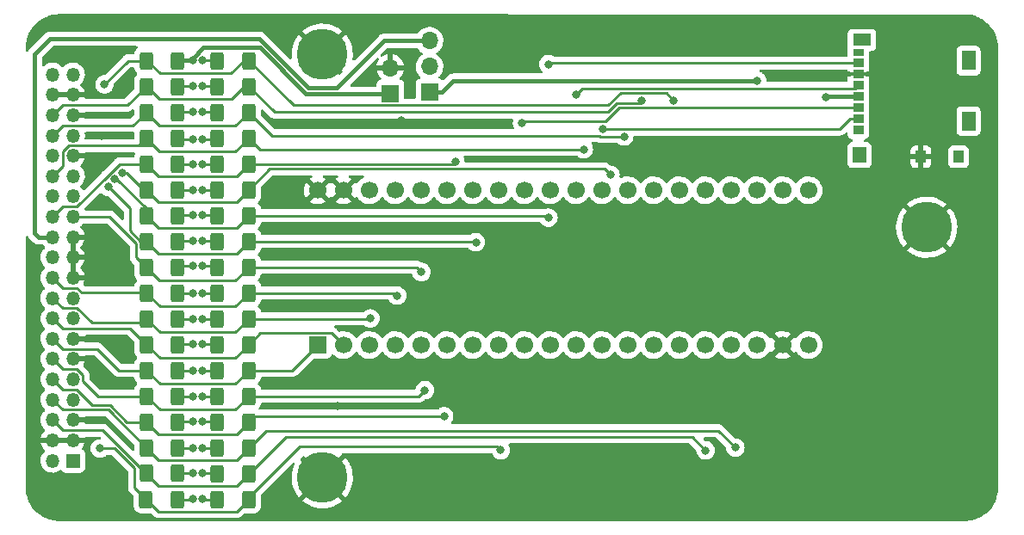
<source format=gtl>
G04 #@! TF.GenerationSoftware,KiCad,Pcbnew,(6.0.4)*
G04 #@! TF.CreationDate,2022-09-09T10:41:32-05:00*
G04 #@! TF.ProjectId,v2-PowerBook-BLUESCSI-dehij,76322d50-6f77-4657-9242-6f6f6b2d424c,rev?*
G04 #@! TF.SameCoordinates,Original*
G04 #@! TF.FileFunction,Copper,L1,Top*
G04 #@! TF.FilePolarity,Positive*
%FSLAX46Y46*%
G04 Gerber Fmt 4.6, Leading zero omitted, Abs format (unit mm)*
G04 Created by KiCad (PCBNEW (6.0.4)) date 2022-09-09 10:41:32*
%MOMM*%
%LPD*%
G01*
G04 APERTURE LIST*
G04 Aperture macros list*
%AMRoundRect*
0 Rectangle with rounded corners*
0 $1 Rounding radius*
0 $2 $3 $4 $5 $6 $7 $8 $9 X,Y pos of 4 corners*
0 Add a 4 corners polygon primitive as box body*
4,1,4,$2,$3,$4,$5,$6,$7,$8,$9,$2,$3,0*
0 Add four circle primitives for the rounded corners*
1,1,$1+$1,$2,$3*
1,1,$1+$1,$4,$5*
1,1,$1+$1,$6,$7*
1,1,$1+$1,$8,$9*
0 Add four rect primitives between the rounded corners*
20,1,$1+$1,$2,$3,$4,$5,0*
20,1,$1+$1,$4,$5,$6,$7,0*
20,1,$1+$1,$6,$7,$8,$9,0*
20,1,$1+$1,$8,$9,$2,$3,0*%
G04 Aperture macros list end*
G04 #@! TA.AperFunction,SMDPad,CuDef*
%ADD10R,1.100000X0.850000*%
G04 #@! TD*
G04 #@! TA.AperFunction,SMDPad,CuDef*
%ADD11R,1.100000X0.750000*%
G04 #@! TD*
G04 #@! TA.AperFunction,SMDPad,CuDef*
%ADD12R,1.000000X1.200000*%
G04 #@! TD*
G04 #@! TA.AperFunction,SMDPad,CuDef*
%ADD13R,1.350000X1.550000*%
G04 #@! TD*
G04 #@! TA.AperFunction,SMDPad,CuDef*
%ADD14R,1.350000X1.900000*%
G04 #@! TD*
G04 #@! TA.AperFunction,SMDPad,CuDef*
%ADD15R,1.800000X1.170000*%
G04 #@! TD*
G04 #@! TA.AperFunction,ComponentPad*
%ADD16R,1.700000X1.700000*%
G04 #@! TD*
G04 #@! TA.AperFunction,ComponentPad*
%ADD17O,1.700000X1.700000*%
G04 #@! TD*
G04 #@! TA.AperFunction,SMDPad,CuDef*
%ADD18RoundRect,0.250000X0.400000X0.625000X-0.400000X0.625000X-0.400000X-0.625000X0.400000X-0.625000X0*%
G04 #@! TD*
G04 #@! TA.AperFunction,SMDPad,CuDef*
%ADD19RoundRect,0.250000X-0.400000X-0.625000X0.400000X-0.625000X0.400000X0.625000X-0.400000X0.625000X0*%
G04 #@! TD*
G04 #@! TA.AperFunction,ComponentPad*
%ADD20C,1.700000*%
G04 #@! TD*
G04 #@! TA.AperFunction,ComponentPad*
%ADD21C,0.800000*%
G04 #@! TD*
G04 #@! TA.AperFunction,ComponentPad*
%ADD22C,5.000000*%
G04 #@! TD*
G04 #@! TA.AperFunction,ComponentPad*
%ADD23R,1.350000X1.350000*%
G04 #@! TD*
G04 #@! TA.AperFunction,ComponentPad*
%ADD24O,1.350000X1.350000*%
G04 #@! TD*
G04 #@! TA.AperFunction,ViaPad*
%ADD25C,0.800000*%
G04 #@! TD*
G04 #@! TA.AperFunction,Conductor*
%ADD26C,0.250000*%
G04 #@! TD*
G04 #@! TA.AperFunction,Conductor*
%ADD27C,0.400000*%
G04 #@! TD*
G04 APERTURE END LIST*
D10*
X155962500Y-88105000D03*
X155962500Y-87005000D03*
X155962500Y-85905000D03*
X155962500Y-84805000D03*
X155962500Y-83705000D03*
X155962500Y-82605000D03*
X155962500Y-81505000D03*
D11*
X155962500Y-80455000D03*
D12*
X162112500Y-90740000D03*
X165812500Y-90740000D03*
D13*
X156087500Y-90565000D03*
D14*
X166787500Y-87240000D03*
D15*
X156312500Y-79245000D03*
D14*
X166787500Y-81270000D03*
D16*
X109950000Y-84500000D03*
D17*
X109950000Y-81960000D03*
D16*
X113800000Y-84400000D03*
D17*
X113800000Y-81860000D03*
X113800000Y-79320000D03*
D18*
X89030000Y-81280000D03*
X85930000Y-81280000D03*
X89030000Y-83820000D03*
X85930000Y-83820000D03*
X89030000Y-86360000D03*
X85930000Y-86360000D03*
X89030000Y-88900000D03*
X85930000Y-88900000D03*
X89030000Y-91440000D03*
X85930000Y-91440000D03*
X89030000Y-93980000D03*
X85930000Y-93980000D03*
X89030000Y-99060000D03*
X85930000Y-99060000D03*
X89030000Y-101600000D03*
X85930000Y-101600000D03*
X89050000Y-104140000D03*
X85950000Y-104140000D03*
X89050000Y-106680000D03*
X85950000Y-106680000D03*
X89050000Y-109220000D03*
X85950000Y-109220000D03*
X89050000Y-111760000D03*
X85950000Y-111760000D03*
X89050000Y-114300000D03*
X85950000Y-114300000D03*
X89050000Y-116840000D03*
X85950000Y-116840000D03*
X89050000Y-119380000D03*
X85950000Y-119380000D03*
X89050000Y-121910000D03*
X85950000Y-121910000D03*
X89000000Y-124460000D03*
X85900000Y-124460000D03*
D19*
X92950000Y-81280000D03*
X96050000Y-81280000D03*
X92950000Y-83820000D03*
X96050000Y-83820000D03*
X92950000Y-86360000D03*
X96050000Y-86360000D03*
X92950000Y-88900000D03*
X96050000Y-88900000D03*
X92950000Y-91440000D03*
X96050000Y-91440000D03*
X92950000Y-93980000D03*
X96050000Y-93980000D03*
X92950000Y-96520000D03*
X96050000Y-96520000D03*
X92950000Y-99060000D03*
X96050000Y-99060000D03*
X92950000Y-101600000D03*
X96050000Y-101600000D03*
X92950000Y-124460000D03*
X96050000Y-124460000D03*
X92950000Y-121920000D03*
X96050000Y-121920000D03*
X92950000Y-119380000D03*
X96050000Y-119380000D03*
X92950000Y-116840000D03*
X96050000Y-116840000D03*
X92950000Y-114300000D03*
X96050000Y-114300000D03*
X92950000Y-111760000D03*
X96050000Y-111760000D03*
X92950000Y-109220000D03*
X96050000Y-109220000D03*
X92950000Y-106680000D03*
X96050000Y-106680000D03*
X92950000Y-104140000D03*
X96050000Y-104140000D03*
D16*
X102800000Y-109270000D03*
D20*
X105340000Y-109270000D03*
X107880000Y-109270000D03*
X110420000Y-109270000D03*
X112960000Y-109270000D03*
X115500000Y-109270000D03*
X118040000Y-109270000D03*
X120580000Y-109270000D03*
X123120000Y-109270000D03*
X125660000Y-109270000D03*
X128200000Y-109270000D03*
X130740000Y-109270000D03*
X133280000Y-109270000D03*
X135820000Y-109270000D03*
X138360000Y-109270000D03*
X140900000Y-109270000D03*
X143440000Y-109270000D03*
X145980000Y-109270000D03*
X148520000Y-109270000D03*
X151060000Y-109270000D03*
X151060000Y-94030000D03*
X148520000Y-94030000D03*
X145980000Y-94030000D03*
X143440000Y-94030000D03*
X140900000Y-94030000D03*
X138360000Y-94030000D03*
X135820000Y-94030000D03*
X133280000Y-94030000D03*
X130740000Y-94030000D03*
X128200000Y-94030000D03*
X125660000Y-94030000D03*
X123120000Y-94030000D03*
X120580000Y-94030000D03*
X118040000Y-94030000D03*
X115500000Y-94030000D03*
X112960000Y-94030000D03*
X110420000Y-94030000D03*
X107880000Y-94030000D03*
X105340000Y-94030000D03*
X102800000Y-94030000D03*
D18*
X89030000Y-96520000D03*
X85930000Y-96520000D03*
D21*
X161348350Y-96348350D03*
X161348350Y-99000000D03*
X162674175Y-95799175D03*
X164549175Y-97674175D03*
D22*
X162674175Y-97674175D03*
D21*
X162674175Y-99549175D03*
X164000000Y-96348350D03*
X164000000Y-99000000D03*
X160799175Y-97674175D03*
X105125000Y-80645000D03*
X103250000Y-78770000D03*
X104575825Y-81970825D03*
D22*
X103250000Y-80645000D03*
D21*
X101924175Y-79319175D03*
X101924175Y-81970825D03*
X103250000Y-82520000D03*
X101375000Y-80645000D03*
X104575825Y-79319175D03*
D22*
X103250000Y-122325000D03*
D21*
X101924175Y-123650825D03*
X103250000Y-120450000D03*
X101375000Y-122325000D03*
X104575825Y-120999175D03*
X104575825Y-123650825D03*
X105125000Y-122325000D03*
X103250000Y-124200000D03*
X101924175Y-120999175D03*
D23*
X78740000Y-120650000D03*
D24*
X76740000Y-120650000D03*
X78740000Y-118650000D03*
X76740000Y-118650000D03*
X78740000Y-116650000D03*
X76740000Y-116650000D03*
X78740000Y-114650000D03*
X76740000Y-114650000D03*
X78740000Y-112650000D03*
X76740000Y-112650000D03*
X78740000Y-110650000D03*
X76740000Y-110650000D03*
X78740000Y-108650000D03*
X76740000Y-108650000D03*
X78740000Y-106650000D03*
X76740000Y-106650000D03*
X78740000Y-104650000D03*
X76740000Y-104650000D03*
X78740000Y-102650000D03*
X76740000Y-102650000D03*
X78740000Y-100650000D03*
X76740000Y-100650000D03*
X78740000Y-98650000D03*
X76740000Y-98650000D03*
X78740000Y-96650000D03*
X76740000Y-96650000D03*
X78740000Y-94650000D03*
X76740000Y-94650000D03*
X78740000Y-92650000D03*
X76740000Y-92650000D03*
X78740000Y-90650000D03*
X76740000Y-90650000D03*
X78740000Y-88650000D03*
X76740000Y-88650000D03*
X78740000Y-86650000D03*
X76740000Y-86650000D03*
X78740000Y-84650000D03*
X76740000Y-84650000D03*
X78740000Y-82650000D03*
X76740000Y-82650000D03*
D25*
X122890000Y-87390000D03*
X130870000Y-88010000D03*
X152810000Y-84860000D03*
X128240000Y-84600000D03*
X119956000Y-79220000D03*
X160330000Y-79220000D03*
X115600000Y-100500000D03*
X133340000Y-100500000D03*
X155020000Y-100500000D03*
X104730000Y-115270000D03*
X81788000Y-95250000D03*
X130110222Y-79220000D03*
X160330000Y-86605000D03*
X81534000Y-88646000D03*
X160330000Y-105345000D03*
X130022000Y-123370000D03*
X123530000Y-100500000D03*
X165650000Y-123490000D03*
X104730000Y-97550000D03*
X127200000Y-100500000D03*
X120590000Y-100500000D03*
X141380000Y-100500000D03*
X81534000Y-90678000D03*
X160330000Y-119400000D03*
X110998000Y-87144500D03*
X160330000Y-91290000D03*
X150418666Y-79220000D03*
X125033111Y-79220000D03*
X130710000Y-100500000D03*
X140264444Y-79220000D03*
X160220000Y-123370000D03*
X112771766Y-100500000D03*
X140088000Y-123370000D03*
X119956000Y-123370000D03*
X160330000Y-81920000D03*
X104730000Y-113260000D03*
X165650000Y-79220000D03*
X109890000Y-123370000D03*
X138460000Y-100500000D03*
X104730000Y-100320000D03*
X149980000Y-100480000D03*
X136170000Y-100500000D03*
X115745918Y-87476582D03*
X155187000Y-123370000D03*
X135187333Y-79220000D03*
X135055000Y-123370000D03*
X160330000Y-110030000D03*
X150154000Y-123370000D03*
X104730000Y-105610000D03*
X145121000Y-123370000D03*
X160330000Y-100660000D03*
X160330000Y-114715000D03*
X104730000Y-102890000D03*
X145341555Y-79220000D03*
X144690000Y-100520000D03*
X75367192Y-107584686D03*
X83820000Y-83820000D03*
X124989000Y-123370000D03*
X114923000Y-123370000D03*
X81534000Y-100584000D03*
X125490000Y-81620000D03*
X134677099Y-85180500D03*
X132936467Y-88734500D03*
X81850000Y-83600000D03*
X137810270Y-85180500D03*
X83630000Y-92300000D03*
X131594500Y-92521090D03*
X128964500Y-89998249D03*
X82855270Y-92931504D03*
X125490000Y-96730000D03*
X118360000Y-99160000D03*
X82241009Y-93719976D03*
X116340356Y-91205500D03*
X113005500Y-102079766D03*
X120810000Y-119620000D03*
X81400000Y-119450000D03*
X110610000Y-104410000D03*
X107990000Y-106650000D03*
X90500000Y-101500000D03*
X90500000Y-111800000D03*
X90500000Y-96500000D03*
X90500000Y-89000000D03*
X90500000Y-83800000D03*
X90500000Y-114300000D03*
X90500000Y-109200000D03*
X90500000Y-121900000D03*
X90500000Y-99000000D03*
X90500000Y-124425011D03*
X90500000Y-104150000D03*
X90500000Y-81200000D03*
X90500000Y-116800000D03*
X90500000Y-91500000D03*
X90500000Y-86300000D03*
X90500000Y-119400000D03*
X90500000Y-94000000D03*
X90500000Y-106700000D03*
X113345500Y-113717454D03*
X115240000Y-116270000D03*
X143860000Y-119360000D03*
X140940000Y-119650000D03*
X146020000Y-83250000D03*
X91500000Y-124425011D03*
X91500000Y-114300000D03*
X91500000Y-81200000D03*
X91500000Y-104150000D03*
X91500000Y-91500000D03*
X91500000Y-121900000D03*
X91500000Y-83800000D03*
X91500000Y-94000000D03*
X91500000Y-109200000D03*
X91500000Y-111800000D03*
X91500000Y-116800000D03*
X91500000Y-96500000D03*
X91500000Y-106700000D03*
X91500000Y-119400000D03*
X91500000Y-86300000D03*
X91500000Y-101500000D03*
X91500000Y-89000000D03*
X91500000Y-99000000D03*
D26*
X155962500Y-85905000D02*
X132425000Y-85905000D01*
X132425000Y-85905000D02*
X131114501Y-87215499D01*
X131114501Y-87215499D02*
X123064501Y-87215499D01*
X123064501Y-87215499D02*
X122890000Y-87390000D01*
X155162500Y-87005000D02*
X154157500Y-88010000D01*
X155962500Y-87005000D02*
X155162500Y-87005000D01*
X154157500Y-88010000D02*
X130870000Y-88010000D01*
D27*
X152865000Y-84805000D02*
X152810000Y-84860000D01*
X155962500Y-84805000D02*
X152865000Y-84805000D01*
D26*
X155661011Y-84006489D02*
X128833511Y-84006489D01*
X128833511Y-84006489D02*
X128240000Y-84600000D01*
X155962500Y-83705000D02*
X155661011Y-84006489D01*
X125605000Y-81505000D02*
X125490000Y-81620000D01*
X155962500Y-81505000D02*
X125605000Y-81505000D01*
X98560000Y-86330000D02*
X131364296Y-86330000D01*
X87279520Y-85019520D02*
X86080000Y-83820000D01*
X95530000Y-83820000D02*
X94330480Y-85019520D01*
X84099511Y-85650489D02*
X77739511Y-85650489D01*
X134402110Y-85455489D02*
X134677099Y-85180500D01*
X131364296Y-86330000D02*
X132238807Y-85455489D01*
X77739511Y-85650489D02*
X76740000Y-86650000D01*
X85930000Y-83820000D02*
X84099511Y-85650489D01*
X132238807Y-85455489D02*
X134402110Y-85455489D01*
X96050000Y-83820000D02*
X98560000Y-86330000D01*
X94330480Y-85019520D02*
X87279520Y-85019520D01*
X77739511Y-87650489D02*
X76740000Y-88650000D01*
X130499901Y-88664501D02*
X130569900Y-88734500D01*
X130569900Y-88734500D02*
X132936467Y-88734500D01*
X94709520Y-87700480D02*
X87270480Y-87700480D01*
X84639511Y-87650489D02*
X77739511Y-87650489D01*
X98354501Y-88664501D02*
X130499901Y-88664501D01*
X96050000Y-86360000D02*
X98354501Y-88664501D01*
X85930000Y-86360000D02*
X84639511Y-87650489D01*
X96050000Y-86360000D02*
X94709520Y-87700480D01*
X87270480Y-87700480D02*
X85930000Y-86360000D01*
X132602593Y-84455999D02*
X137085769Y-84455999D01*
X131384081Y-85674511D02*
X132602593Y-84455999D01*
X96050000Y-81280000D02*
X100444511Y-85674511D01*
X95530000Y-81280000D02*
X94263281Y-82546719D01*
X100444511Y-85674511D02*
X131384081Y-85674511D01*
X85930000Y-81280000D02*
X84170000Y-81280000D01*
X94263281Y-82546719D02*
X87346719Y-82546719D01*
X137085769Y-84455999D02*
X137810270Y-85180500D01*
X87346719Y-82546719D02*
X86080000Y-81280000D01*
X84170000Y-81280000D02*
X81850000Y-83600000D01*
X96050000Y-93980000D02*
X98100000Y-91930000D01*
X85725500Y-93980000D02*
X84045500Y-92300000D01*
X98100000Y-91930000D02*
X131003410Y-91930000D01*
X87129520Y-95179520D02*
X85930000Y-93980000D01*
X94850480Y-95179520D02*
X87129520Y-95179520D01*
X131003410Y-91930000D02*
X131594500Y-92521090D01*
X84045500Y-92300000D02*
X83630000Y-92300000D01*
X96050000Y-93980000D02*
X94850480Y-95179520D01*
X96050000Y-88900000D02*
X97148249Y-89998249D01*
X78325010Y-89650489D02*
X77739511Y-90235988D01*
X77739511Y-90235988D02*
X77739511Y-91650489D01*
X85179511Y-89650489D02*
X78325010Y-89650489D01*
X94709520Y-90240480D02*
X87270480Y-90240480D01*
X96050000Y-88900000D02*
X94709520Y-90240480D01*
X97148249Y-89998249D02*
X128964500Y-89998249D01*
X85930000Y-88900000D02*
X85179511Y-89650489D01*
X87270480Y-90240480D02*
X85930000Y-88900000D01*
X77739511Y-91650489D02*
X76740000Y-92650000D01*
X125280000Y-96520000D02*
X125490000Y-96730000D01*
X94850480Y-97719520D02*
X87129520Y-97719520D01*
X87129520Y-97719520D02*
X85930000Y-96520000D01*
X83042980Y-92931504D02*
X82855270Y-92931504D01*
X96050000Y-96520000D02*
X125280000Y-96520000D01*
X96050000Y-96520000D02*
X94850480Y-97719520D01*
X85930000Y-95818524D02*
X83042980Y-92931504D01*
X85410000Y-99060000D02*
X84360480Y-98010480D01*
X96050000Y-99060000D02*
X94850480Y-100259520D01*
X118260000Y-99060000D02*
X118360000Y-99160000D01*
X84360480Y-98010480D02*
X84360480Y-95839447D01*
X94850480Y-100259520D02*
X87129520Y-100259520D01*
X87129520Y-100259520D02*
X85930000Y-99060000D01*
X84360480Y-95839447D02*
X82241009Y-93719976D01*
X96050000Y-99060000D02*
X118260000Y-99060000D01*
X82130769Y-92631405D02*
X82130769Y-92672754D01*
X94850480Y-92639520D02*
X87129520Y-92639520D01*
X116105856Y-91440000D02*
X116340356Y-91205500D01*
X79153034Y-95650489D02*
X77739511Y-95650489D01*
X85930000Y-91440000D02*
X83322174Y-91440000D01*
X83322174Y-91440000D02*
X82130769Y-92631405D01*
X96050000Y-91440000D02*
X116105856Y-91440000D01*
X77739511Y-95650489D02*
X76740000Y-96650000D01*
X96050000Y-91440000D02*
X94850480Y-92639520D01*
X87129520Y-92639520D02*
X85930000Y-91440000D01*
X82130769Y-92672754D02*
X79153034Y-95650489D01*
X85930000Y-101600000D02*
X84955480Y-100625480D01*
X82350000Y-96650000D02*
X78740000Y-96650000D01*
X84955480Y-99255480D02*
X82350000Y-96650000D01*
X112525734Y-101600000D02*
X113005500Y-102079766D01*
X94709520Y-102940480D02*
X87270480Y-102940480D01*
X96050000Y-101600000D02*
X112525734Y-101600000D01*
X96050000Y-101600000D02*
X94709520Y-102940480D01*
X84955480Y-100625480D02*
X84955480Y-99255480D01*
X87270480Y-102940480D02*
X85930000Y-101600000D01*
D27*
X74980000Y-98280000D02*
X74980000Y-80640000D01*
X109340000Y-79320000D02*
X113800000Y-79320000D01*
X74980000Y-80640000D02*
X76500000Y-79120000D01*
X101910000Y-83950000D02*
X104710000Y-83950000D01*
X104710000Y-83950000D02*
X109340000Y-79320000D01*
X76500000Y-79120000D02*
X97080000Y-79120000D01*
X75350000Y-98650000D02*
X74980000Y-98280000D01*
X76740000Y-98650000D02*
X75350000Y-98650000D01*
X97080000Y-79120000D02*
X101910000Y-83950000D01*
D26*
X84800000Y-123310000D02*
X84800000Y-121405718D01*
X82844282Y-119450000D02*
X81400000Y-119450000D01*
X87149520Y-125659520D02*
X85950000Y-124460000D01*
X120450000Y-119260000D02*
X120810000Y-119620000D01*
X85950000Y-124460000D02*
X84800000Y-123310000D01*
X96050000Y-124250000D02*
X101040000Y-119260000D01*
X101040000Y-119260000D02*
X120450000Y-119260000D01*
X84800000Y-121405718D02*
X82844282Y-119450000D01*
X94850480Y-125659520D02*
X87149520Y-125659520D01*
X96050000Y-124460000D02*
X94850480Y-125659520D01*
X110340000Y-104140000D02*
X110610000Y-104410000D01*
X96050000Y-104140000D02*
X110340000Y-104140000D01*
X87290480Y-105480480D02*
X85950000Y-104140000D01*
X94709520Y-105480480D02*
X87290480Y-105480480D01*
X77740489Y-103650489D02*
X76740000Y-102650000D01*
X79154012Y-103650489D02*
X77740489Y-103650489D01*
X79603523Y-104100000D02*
X79154012Y-103650489D01*
X85910000Y-104100000D02*
X79603523Y-104100000D01*
X96050000Y-104140000D02*
X94709520Y-105480480D01*
X79154012Y-105650489D02*
X77740489Y-105650489D01*
X77740489Y-105650489D02*
X76740000Y-104650000D01*
X80603523Y-107100000D02*
X79154012Y-105650489D01*
X96050000Y-106680000D02*
X107960000Y-106680000D01*
X87290480Y-108020480D02*
X85950000Y-106680000D01*
X96050000Y-106680000D02*
X94709520Y-108020480D01*
X85530000Y-107100000D02*
X80603523Y-107100000D01*
X107960000Y-106680000D02*
X107990000Y-106650000D01*
X94709520Y-108020480D02*
X87290480Y-108020480D01*
X90500000Y-114300000D02*
X89050000Y-114300000D01*
X90500000Y-109200000D02*
X89070000Y-109200000D01*
X89090000Y-124500000D02*
X90425011Y-124500000D01*
X90500000Y-91500000D02*
X89090000Y-91500000D01*
D27*
X91563840Y-80005480D02*
X90500000Y-81069320D01*
X101661674Y-84549510D02*
X97117644Y-80005480D01*
D26*
X90500000Y-111800000D02*
X89090000Y-111800000D01*
D27*
X109900490Y-84549510D02*
X101661674Y-84549510D01*
D26*
X90500000Y-101500000D02*
X89130000Y-101500000D01*
D27*
X90500000Y-81200000D02*
X89110000Y-81200000D01*
D26*
X90500000Y-121900000D02*
X89070000Y-121900000D01*
X90500000Y-104150000D02*
X89060000Y-104150000D01*
X90500000Y-94000000D02*
X89050000Y-94000000D01*
X90500000Y-106700000D02*
X89070000Y-106700000D01*
X90500000Y-86300000D02*
X89090000Y-86300000D01*
X90500000Y-83800000D02*
X89050000Y-83800000D01*
D27*
X97117644Y-80005480D02*
X91563840Y-80005480D01*
D26*
X90425011Y-124500000D02*
X90500000Y-124425011D01*
X90500000Y-119400000D02*
X89070000Y-119400000D01*
X90500000Y-96500000D02*
X89050000Y-96500000D01*
D27*
X90500000Y-81069320D02*
X90500000Y-81200000D01*
D26*
X90500000Y-116800000D02*
X89090000Y-116800000D01*
X90500000Y-89000000D02*
X89130000Y-89000000D01*
X90500000Y-99000000D02*
X89090000Y-99000000D01*
X104165489Y-108095489D02*
X105340000Y-109270000D01*
X96050000Y-109220000D02*
X94709520Y-110560480D01*
X84380489Y-107650489D02*
X85950000Y-109220000D01*
X76740000Y-106650000D02*
X77740489Y-107650489D01*
X97174511Y-108095489D02*
X104165489Y-108095489D01*
X87290480Y-110560480D02*
X85950000Y-109220000D01*
X96050000Y-109220000D02*
X97174511Y-108095489D01*
X77740489Y-107650489D02*
X84380489Y-107650489D01*
X94709520Y-110560480D02*
X87290480Y-110560480D01*
X96050000Y-111760000D02*
X94709520Y-113100480D01*
X94709520Y-113100480D02*
X87290480Y-113100480D01*
X87290480Y-113100480D02*
X85950000Y-111760000D01*
X100310000Y-111760000D02*
X102800000Y-109270000D01*
X96050000Y-111760000D02*
X100310000Y-111760000D01*
X77740489Y-109650489D02*
X76740000Y-108650000D01*
X83263523Y-111760000D02*
X81154012Y-109650489D01*
X81154012Y-109650489D02*
X77740489Y-109650489D01*
X85950000Y-111760000D02*
X83263523Y-111760000D01*
X112762954Y-114300000D02*
X113345500Y-113717454D01*
X79739511Y-112839511D02*
X79739511Y-112235988D01*
X96050000Y-114300000D02*
X112762954Y-114300000D01*
X81200000Y-114300000D02*
X79739511Y-112839511D01*
X94709520Y-115640480D02*
X87290480Y-115640480D01*
X79739511Y-112235988D02*
X79154012Y-111650489D01*
X85950000Y-114300000D02*
X81200000Y-114300000D01*
X77740489Y-111650489D02*
X76740000Y-110650000D01*
X87290480Y-115640480D02*
X85950000Y-114300000D01*
X96050000Y-114300000D02*
X94709520Y-115640480D01*
X79154012Y-111650489D02*
X77740489Y-111650489D01*
X115230999Y-116260999D02*
X115240000Y-116270000D01*
X85950000Y-116840000D02*
X84045718Y-116840000D01*
X84045718Y-116840000D02*
X82406197Y-115200480D01*
X77740489Y-113650489D02*
X76740000Y-112650000D01*
X80650480Y-115200480D02*
X79739511Y-114289511D01*
X82406197Y-115200480D02*
X80650480Y-115200480D01*
X87149520Y-118039520D02*
X85950000Y-116840000D01*
X94850480Y-118039520D02*
X87149520Y-118039520D01*
X96050000Y-116840000D02*
X94850480Y-118039520D01*
X79739511Y-114289511D02*
X79739511Y-114235988D01*
X79154012Y-113650489D02*
X77740489Y-113650489D01*
X96629001Y-116260999D02*
X115230999Y-116260999D01*
X79739511Y-114235988D02*
X79154012Y-113650489D01*
X96050000Y-116840000D02*
X96629001Y-116260999D01*
X77740000Y-115650000D02*
X76740000Y-114650000D01*
X94850480Y-120579520D02*
X87149520Y-120579520D01*
X96050000Y-119380000D02*
X97720000Y-117710000D01*
X96050000Y-119380000D02*
X94850480Y-120579520D01*
X82220000Y-115650000D02*
X77740000Y-115650000D01*
X97720000Y-117710000D02*
X142210000Y-117710000D01*
X87149520Y-120579520D02*
X85950000Y-119380000D01*
X142210000Y-117710000D02*
X143860000Y-119360000D01*
X85950000Y-119380000D02*
X82220000Y-115650000D01*
X77740000Y-117650000D02*
X76740000Y-116650000D01*
X94850480Y-123119520D02*
X87149520Y-123119520D01*
X81680000Y-117650000D02*
X77740000Y-117650000D01*
X87149520Y-123119520D02*
X85950000Y-121920000D01*
X96050000Y-121920000D02*
X94850480Y-123119520D01*
X99650000Y-118320000D02*
X139610000Y-118320000D01*
X85950000Y-121920000D02*
X81680000Y-117650000D01*
X139610000Y-118320000D02*
X140940000Y-119650000D01*
X96050000Y-121920000D02*
X99650000Y-118320000D01*
D27*
X113800000Y-84400000D02*
X114980000Y-84400000D01*
X116130000Y-83250000D02*
X146020000Y-83250000D01*
X114980000Y-84400000D02*
X116130000Y-83250000D01*
D26*
X91500000Y-99000000D02*
X92890000Y-99000000D01*
X91500000Y-109200000D02*
X92930000Y-109200000D01*
X91500000Y-114300000D02*
X92950000Y-114300000D01*
X91500000Y-94000000D02*
X92930000Y-94000000D01*
X92910000Y-124500000D02*
X91574989Y-124500000D01*
X91500000Y-104150000D02*
X92940000Y-104150000D01*
X91500000Y-96500000D02*
X92930000Y-96500000D01*
X91500000Y-116800000D02*
X92910000Y-116800000D01*
X91500000Y-83800000D02*
X92930000Y-83800000D01*
X91500000Y-89000000D02*
X92850000Y-89000000D01*
X91500000Y-86300000D02*
X92890000Y-86300000D01*
X91500000Y-119400000D02*
X92930000Y-119400000D01*
X91500000Y-111800000D02*
X92910000Y-111800000D01*
X91500000Y-101500000D02*
X92850000Y-101500000D01*
X91500000Y-106700000D02*
X92930000Y-106700000D01*
X91574989Y-124500000D02*
X91500000Y-124425011D01*
X91500000Y-81200000D02*
X92870000Y-81200000D01*
X91500000Y-91500000D02*
X92890000Y-91500000D01*
X91500000Y-121900000D02*
X92930000Y-121900000D01*
G04 #@! TA.AperFunction,Conductor*
G36*
X166350609Y-76708494D02*
G01*
X166369982Y-76709994D01*
X166384852Y-76712310D01*
X166384856Y-76712310D01*
X166393724Y-76713691D01*
X166412436Y-76711244D01*
X166435366Y-76710353D01*
X166738503Y-76726240D01*
X166751617Y-76727618D01*
X167079898Y-76779613D01*
X167092799Y-76782355D01*
X167382900Y-76860087D01*
X167413846Y-76868379D01*
X167426382Y-76872453D01*
X167697468Y-76976513D01*
X167736672Y-76991562D01*
X167748720Y-76996926D01*
X168044867Y-77147820D01*
X168056288Y-77154414D01*
X168335040Y-77335437D01*
X168345710Y-77343190D01*
X168604004Y-77552352D01*
X168613805Y-77561177D01*
X168848823Y-77796195D01*
X168857648Y-77805996D01*
X169066810Y-78064290D01*
X169074563Y-78074960D01*
X169255586Y-78353712D01*
X169262180Y-78365133D01*
X169413074Y-78661280D01*
X169418438Y-78673328D01*
X169536075Y-78979780D01*
X169537545Y-78983610D01*
X169541620Y-78996152D01*
X169544551Y-79007089D01*
X169627645Y-79317202D01*
X169630387Y-79330102D01*
X169682382Y-79658383D01*
X169683760Y-79671500D01*
X169699262Y-79967298D01*
X169697935Y-79993273D01*
X169697691Y-79994843D01*
X169697691Y-79994849D01*
X169696309Y-80003724D01*
X169697473Y-80012626D01*
X169697473Y-80012630D01*
X169700442Y-80035333D01*
X169701506Y-80051652D01*
X169702772Y-89302721D01*
X169707416Y-123231233D01*
X169707417Y-123240658D01*
X169705916Y-123260064D01*
X169703613Y-123274849D01*
X169703613Y-123274856D01*
X169702232Y-123283724D01*
X169704059Y-123297693D01*
X169704679Y-123302433D01*
X169705570Y-123325366D01*
X169695310Y-123521142D01*
X169689683Y-123628502D01*
X169688305Y-123641618D01*
X169636310Y-123969901D01*
X169633569Y-123982798D01*
X169560896Y-124254020D01*
X169547544Y-124303850D01*
X169543468Y-124316393D01*
X169424362Y-124626677D01*
X169418998Y-124638726D01*
X169268103Y-124934873D01*
X169261509Y-124946294D01*
X169080490Y-125225041D01*
X169072738Y-125235711D01*
X168863571Y-125494012D01*
X168854746Y-125503813D01*
X168619728Y-125738833D01*
X168609927Y-125747658D01*
X168478162Y-125854360D01*
X168351626Y-125956827D01*
X168340956Y-125964579D01*
X168062214Y-126145597D01*
X168050792Y-126152192D01*
X167809624Y-126275075D01*
X167778276Y-126291048D01*
X167754646Y-126303088D01*
X167742598Y-126308452D01*
X167432311Y-126427562D01*
X167419768Y-126431638D01*
X167098720Y-126517664D01*
X167085820Y-126520406D01*
X166757537Y-126572403D01*
X166744420Y-126573781D01*
X166448731Y-126589279D01*
X166422754Y-126587952D01*
X166421074Y-126587691D01*
X166421071Y-126587691D01*
X166412196Y-126586309D01*
X166403295Y-126587473D01*
X166403291Y-126587473D01*
X166380637Y-126590436D01*
X166364299Y-126591500D01*
X77449367Y-126591500D01*
X77429982Y-126590000D01*
X77415149Y-126587690D01*
X77415145Y-126587690D01*
X77406276Y-126586309D01*
X77387564Y-126588756D01*
X77364634Y-126589647D01*
X77061497Y-126573760D01*
X77048383Y-126572382D01*
X76720102Y-126520387D01*
X76707202Y-126517645D01*
X76584693Y-126484819D01*
X76386152Y-126431620D01*
X76373618Y-126427547D01*
X76063329Y-126308438D01*
X76051280Y-126303074D01*
X75755133Y-126152180D01*
X75743712Y-126145586D01*
X75464960Y-125964563D01*
X75454290Y-125956810D01*
X75195996Y-125747648D01*
X75186195Y-125738823D01*
X74951177Y-125503805D01*
X74942352Y-125494004D01*
X74733190Y-125235710D01*
X74725437Y-125225040D01*
X74544414Y-124946288D01*
X74537820Y-124934867D01*
X74386926Y-124638720D01*
X74381562Y-124626672D01*
X74366513Y-124587468D01*
X74262453Y-124316382D01*
X74258379Y-124303846D01*
X74172355Y-123982798D01*
X74169613Y-123969898D01*
X74156778Y-123888860D01*
X74117618Y-123641616D01*
X74116240Y-123628501D01*
X74112838Y-123563593D01*
X74100932Y-123336413D01*
X74102506Y-123308910D01*
X74102770Y-123307341D01*
X74103576Y-123302552D01*
X74103729Y-123290000D01*
X74099783Y-123262444D01*
X74098511Y-123244554D01*
X74098522Y-123199293D01*
X74099118Y-120618887D01*
X75551837Y-120618887D01*
X75566063Y-120835933D01*
X75567484Y-120841529D01*
X75567485Y-120841534D01*
X75603191Y-120982125D01*
X75619605Y-121046753D01*
X75710668Y-121244285D01*
X75714001Y-121249001D01*
X75821291Y-121400812D01*
X75836204Y-121421914D01*
X75992009Y-121573692D01*
X76172863Y-121694536D01*
X76178171Y-121696817D01*
X76178172Y-121696817D01*
X76367409Y-121778119D01*
X76367412Y-121778120D01*
X76372712Y-121780397D01*
X76378342Y-121781671D01*
X76476464Y-121803874D01*
X76584860Y-121828402D01*
X76590631Y-121828629D01*
X76590633Y-121828629D01*
X76663620Y-121831496D01*
X76802205Y-121836941D01*
X77017466Y-121805730D01*
X77022930Y-121803875D01*
X77022935Y-121803874D01*
X77217963Y-121737671D01*
X77217968Y-121737669D01*
X77223435Y-121735813D01*
X77413213Y-121629532D01*
X77461932Y-121589013D01*
X77527096Y-121560832D01*
X77597151Y-121572356D01*
X77643327Y-121610322D01*
X77701739Y-121688261D01*
X77818295Y-121775615D01*
X77954684Y-121826745D01*
X78016866Y-121833500D01*
X79463134Y-121833500D01*
X79525316Y-121826745D01*
X79661705Y-121775615D01*
X79778261Y-121688261D01*
X79865615Y-121571705D01*
X79916745Y-121435316D01*
X79923500Y-121373134D01*
X79923500Y-119926866D01*
X79916745Y-119864684D01*
X79865615Y-119728295D01*
X79778261Y-119611739D01*
X79699918Y-119553024D01*
X79657406Y-119496168D01*
X79652380Y-119425350D01*
X79678612Y-119371632D01*
X79715420Y-119327375D01*
X79721944Y-119317882D01*
X79822531Y-119138272D01*
X79827210Y-119127763D01*
X79893386Y-118932817D01*
X79896017Y-118921857D01*
X79894040Y-118907992D01*
X79880474Y-118904000D01*
X75601981Y-118904000D01*
X75588450Y-118907973D01*
X75587158Y-118916962D01*
X75618656Y-119040985D01*
X75622497Y-119051832D01*
X75708685Y-119238789D01*
X75714436Y-119248750D01*
X75833254Y-119416873D01*
X75840725Y-119425621D01*
X75980118Y-119561411D01*
X76014956Y-119623272D01*
X76010819Y-119694148D01*
X75975274Y-119746396D01*
X75877842Y-119831842D01*
X75874270Y-119836373D01*
X75751700Y-119991852D01*
X75743181Y-120002658D01*
X75641905Y-120195154D01*
X75637492Y-120209367D01*
X75580435Y-120393119D01*
X75577403Y-120402882D01*
X75551837Y-120618887D01*
X74099118Y-120618887D01*
X74099882Y-117308968D01*
X74104191Y-98656204D01*
X74124209Y-98588088D01*
X74177875Y-98541607D01*
X74248151Y-98531520D01*
X74312725Y-98561028D01*
X74341855Y-98597862D01*
X74344827Y-98603547D01*
X74347513Y-98610656D01*
X74351815Y-98616916D01*
X74353054Y-98619286D01*
X74361299Y-98634097D01*
X74362632Y-98636351D01*
X74365685Y-98643305D01*
X74370823Y-98650000D01*
X74404579Y-98693991D01*
X74408459Y-98699332D01*
X74440339Y-98745720D01*
X74440344Y-98745725D01*
X74444643Y-98751981D01*
X74450313Y-98757032D01*
X74450314Y-98757034D01*
X74491170Y-98793435D01*
X74496446Y-98798416D01*
X74828550Y-99130520D01*
X74834404Y-99136785D01*
X74872439Y-99180385D01*
X74878653Y-99184752D01*
X74924719Y-99217128D01*
X74930014Y-99221061D01*
X74980282Y-99260476D01*
X74987198Y-99263599D01*
X74989484Y-99264983D01*
X75004165Y-99273357D01*
X75006525Y-99274622D01*
X75012739Y-99278990D01*
X75019818Y-99281750D01*
X75019820Y-99281751D01*
X75072275Y-99302202D01*
X75078344Y-99304753D01*
X75136573Y-99331045D01*
X75144040Y-99332429D01*
X75146595Y-99333230D01*
X75162848Y-99337859D01*
X75165428Y-99338522D01*
X75172509Y-99341282D01*
X75180040Y-99342273D01*
X75180042Y-99342274D01*
X75209661Y-99346173D01*
X75235861Y-99349622D01*
X75242359Y-99350652D01*
X75305186Y-99362296D01*
X75312766Y-99361859D01*
X75312767Y-99361859D01*
X75367392Y-99358709D01*
X75374646Y-99358500D01*
X75726144Y-99358500D01*
X75794265Y-99378502D01*
X75829039Y-99411778D01*
X75832865Y-99417191D01*
X75832871Y-99417198D01*
X75836204Y-99421914D01*
X75840342Y-99425945D01*
X75979741Y-99561741D01*
X76014579Y-99623602D01*
X76010442Y-99694478D01*
X75974899Y-99746726D01*
X75877842Y-99831842D01*
X75874270Y-99836373D01*
X75755068Y-99987580D01*
X75743181Y-100002658D01*
X75641905Y-100195154D01*
X75634194Y-100219988D01*
X75580059Y-100394329D01*
X75577403Y-100402882D01*
X75551837Y-100618887D01*
X75566063Y-100835933D01*
X75567484Y-100841529D01*
X75567485Y-100841534D01*
X75614742Y-101027604D01*
X75619605Y-101046753D01*
X75622022Y-101051996D01*
X75634744Y-101079593D01*
X75710668Y-101244285D01*
X75714001Y-101249001D01*
X75824824Y-101405811D01*
X75836204Y-101421914D01*
X75840346Y-101425949D01*
X75979741Y-101561741D01*
X76014579Y-101623602D01*
X76010442Y-101694478D01*
X75974899Y-101746726D01*
X75877842Y-101831842D01*
X75874270Y-101836373D01*
X75807271Y-101921361D01*
X75743181Y-102002658D01*
X75641905Y-102195154D01*
X75632931Y-102224055D01*
X75580059Y-102394329D01*
X75577403Y-102402882D01*
X75551837Y-102618887D01*
X75566063Y-102835933D01*
X75567484Y-102841529D01*
X75567485Y-102841534D01*
X75618184Y-103041158D01*
X75619605Y-103046753D01*
X75710668Y-103244285D01*
X75714001Y-103249001D01*
X75768407Y-103325983D01*
X75836204Y-103421914D01*
X75974075Y-103556221D01*
X75979741Y-103561741D01*
X76014579Y-103623602D01*
X76010442Y-103694478D01*
X75974899Y-103746726D01*
X75877842Y-103831842D01*
X75874270Y-103836373D01*
X75849221Y-103868148D01*
X75743181Y-104002658D01*
X75641905Y-104195154D01*
X75640192Y-104200671D01*
X75593698Y-104350405D01*
X75577403Y-104402882D01*
X75551837Y-104618887D01*
X75566063Y-104835933D01*
X75567484Y-104841529D01*
X75567485Y-104841534D01*
X75592804Y-104941226D01*
X75619605Y-105046753D01*
X75710668Y-105244285D01*
X75714001Y-105249001D01*
X75827785Y-105410001D01*
X75836204Y-105421914D01*
X75840346Y-105425949D01*
X75979741Y-105561741D01*
X76014579Y-105623602D01*
X76010442Y-105694478D01*
X75974899Y-105746726D01*
X75877842Y-105831842D01*
X75874270Y-105836373D01*
X75768033Y-105971134D01*
X75743181Y-106002658D01*
X75641905Y-106195154D01*
X75640192Y-106200671D01*
X75617820Y-106272721D01*
X75577403Y-106402882D01*
X75551837Y-106618887D01*
X75566063Y-106835933D01*
X75567484Y-106841529D01*
X75567485Y-106841534D01*
X75612046Y-107016989D01*
X75619605Y-107046753D01*
X75710668Y-107244285D01*
X75836204Y-107421914D01*
X75840346Y-107425949D01*
X75858674Y-107443803D01*
X75943007Y-107525956D01*
X75979741Y-107561741D01*
X76014579Y-107623602D01*
X76010442Y-107694478D01*
X75974899Y-107746726D01*
X75877842Y-107831842D01*
X75874270Y-107836373D01*
X75781702Y-107953795D01*
X75743181Y-108002658D01*
X75740493Y-108007767D01*
X75731473Y-108024912D01*
X75641905Y-108195154D01*
X75640192Y-108200671D01*
X75580059Y-108394329D01*
X75577403Y-108402882D01*
X75551837Y-108618887D01*
X75566063Y-108835933D01*
X75567484Y-108841529D01*
X75567485Y-108841534D01*
X75611162Y-109013509D01*
X75619605Y-109046753D01*
X75622022Y-109051996D01*
X75623325Y-109054823D01*
X75710668Y-109244285D01*
X75836204Y-109421914D01*
X75975972Y-109558069D01*
X75979741Y-109561741D01*
X76014579Y-109623602D01*
X76010442Y-109694478D01*
X75974899Y-109746726D01*
X75877842Y-109831842D01*
X75874270Y-109836373D01*
X75749764Y-109994308D01*
X75743181Y-110002658D01*
X75641905Y-110195154D01*
X75640192Y-110200671D01*
X75580059Y-110394329D01*
X75577403Y-110402882D01*
X75551837Y-110618887D01*
X75566063Y-110835933D01*
X75567484Y-110841529D01*
X75567485Y-110841534D01*
X75602673Y-110980085D01*
X75619605Y-111046753D01*
X75710668Y-111244285D01*
X75836204Y-111421914D01*
X75840346Y-111425949D01*
X75979741Y-111561741D01*
X76014579Y-111623602D01*
X76010442Y-111694478D01*
X75974899Y-111746726D01*
X75877842Y-111831842D01*
X75874270Y-111836373D01*
X75768607Y-111970406D01*
X75743181Y-112002658D01*
X75740493Y-112007767D01*
X75725594Y-112036086D01*
X75641905Y-112195154D01*
X75634387Y-112219366D01*
X75579236Y-112396980D01*
X75577403Y-112402882D01*
X75551837Y-112618887D01*
X75566063Y-112835933D01*
X75567484Y-112841529D01*
X75567485Y-112841534D01*
X75612046Y-113016989D01*
X75619605Y-113046753D01*
X75622022Y-113051996D01*
X75688168Y-113195479D01*
X75710668Y-113244285D01*
X75836204Y-113421914D01*
X75942736Y-113525692D01*
X75979741Y-113561741D01*
X76014579Y-113623602D01*
X76010442Y-113694478D01*
X75974899Y-113746726D01*
X75877842Y-113831842D01*
X75874270Y-113836373D01*
X75813342Y-113913660D01*
X75743181Y-114002658D01*
X75641905Y-114195154D01*
X75640192Y-114200671D01*
X75579441Y-114396320D01*
X75577403Y-114402882D01*
X75551837Y-114618887D01*
X75566063Y-114835933D01*
X75567484Y-114841529D01*
X75567485Y-114841534D01*
X75611922Y-115016500D01*
X75619605Y-115046753D01*
X75622022Y-115051996D01*
X75637828Y-115086283D01*
X75710668Y-115244285D01*
X75714001Y-115249001D01*
X75823467Y-115403891D01*
X75836204Y-115421914D01*
X75840346Y-115425949D01*
X75979741Y-115561741D01*
X76014579Y-115623602D01*
X76010442Y-115694478D01*
X75974899Y-115746726D01*
X75877842Y-115831842D01*
X75874270Y-115836373D01*
X75830211Y-115892262D01*
X75743181Y-116002658D01*
X75641905Y-116195154D01*
X75640192Y-116200671D01*
X75580059Y-116394329D01*
X75577403Y-116402882D01*
X75551837Y-116618887D01*
X75566063Y-116835933D01*
X75567484Y-116841529D01*
X75567485Y-116841534D01*
X75606842Y-116996498D01*
X75619605Y-117046753D01*
X75622022Y-117051996D01*
X75663895Y-117142826D01*
X75710668Y-117244285D01*
X75717253Y-117253602D01*
X75822937Y-117403141D01*
X75836204Y-117421914D01*
X75980102Y-117562093D01*
X76014938Y-117623952D01*
X76010801Y-117694828D01*
X75975256Y-117747077D01*
X75882552Y-117828376D01*
X75874630Y-117836724D01*
X75747180Y-117998394D01*
X75740909Y-118008050D01*
X75645060Y-118190229D01*
X75640655Y-118200863D01*
X75585436Y-118378700D01*
X75585218Y-118392799D01*
X75591950Y-118396000D01*
X78467885Y-118396000D01*
X78483124Y-118391525D01*
X78484329Y-118390135D01*
X78485942Y-118382718D01*
X78519966Y-118320406D01*
X78582278Y-118286380D01*
X78609063Y-118283500D01*
X78871964Y-118283500D01*
X78940085Y-118303502D01*
X78986578Y-118357158D01*
X78992860Y-118374002D01*
X78998475Y-118393124D01*
X78999865Y-118394329D01*
X79007548Y-118396000D01*
X79879485Y-118396000D01*
X79893016Y-118392027D01*
X79893082Y-118391567D01*
X79922575Y-118326987D01*
X79982302Y-118288604D01*
X80017799Y-118283500D01*
X81365406Y-118283500D01*
X81433527Y-118303502D01*
X81454501Y-118320405D01*
X81460501Y-118326405D01*
X81494527Y-118388717D01*
X81489462Y-118459532D01*
X81446915Y-118516368D01*
X81380395Y-118541179D01*
X81371406Y-118541500D01*
X81304513Y-118541500D01*
X81298061Y-118542872D01*
X81298056Y-118542872D01*
X81211113Y-118561353D01*
X81117712Y-118581206D01*
X81111682Y-118583891D01*
X81111681Y-118583891D01*
X80949278Y-118656197D01*
X80949276Y-118656198D01*
X80943248Y-118658882D01*
X80937907Y-118662762D01*
X80937906Y-118662763D01*
X80887843Y-118699136D01*
X80788747Y-118771134D01*
X80784326Y-118776044D01*
X80784325Y-118776045D01*
X80665520Y-118907992D01*
X80660960Y-118913056D01*
X80565473Y-119078444D01*
X80506458Y-119260072D01*
X80505768Y-119266633D01*
X80505768Y-119266635D01*
X80504527Y-119278444D01*
X80486496Y-119450000D01*
X80487186Y-119456565D01*
X80505054Y-119626565D01*
X80506458Y-119639928D01*
X80565473Y-119821556D01*
X80568776Y-119827278D01*
X80568777Y-119827279D01*
X80594806Y-119872362D01*
X80660960Y-119986944D01*
X80665378Y-119991851D01*
X80665379Y-119991852D01*
X80675109Y-120002658D01*
X80788747Y-120128866D01*
X80879984Y-120195154D01*
X80926286Y-120228794D01*
X80943248Y-120241118D01*
X80949276Y-120243802D01*
X80949278Y-120243803D01*
X81081674Y-120302749D01*
X81117712Y-120318794D01*
X81183365Y-120332749D01*
X81298056Y-120357128D01*
X81298061Y-120357128D01*
X81304513Y-120358500D01*
X81495487Y-120358500D01*
X81501939Y-120357128D01*
X81501944Y-120357128D01*
X81616635Y-120332749D01*
X81682288Y-120318794D01*
X81718326Y-120302749D01*
X81850722Y-120243803D01*
X81850724Y-120243802D01*
X81856752Y-120241118D01*
X81873715Y-120228794D01*
X81989671Y-120144546D01*
X82011253Y-120128866D01*
X82015668Y-120123963D01*
X82020580Y-120119540D01*
X82021705Y-120120789D01*
X82075014Y-120087949D01*
X82108200Y-120083500D01*
X82529688Y-120083500D01*
X82597809Y-120103502D01*
X82618783Y-120120405D01*
X84129595Y-121631218D01*
X84163621Y-121693530D01*
X84166500Y-121720313D01*
X84166500Y-123231233D01*
X84165973Y-123242416D01*
X84164298Y-123249909D01*
X84164547Y-123257835D01*
X84164547Y-123257836D01*
X84166438Y-123317986D01*
X84166500Y-123321945D01*
X84166500Y-123349856D01*
X84166997Y-123353790D01*
X84166997Y-123353791D01*
X84167005Y-123353856D01*
X84167938Y-123365693D01*
X84169327Y-123409889D01*
X84174978Y-123429339D01*
X84178987Y-123448700D01*
X84181526Y-123468797D01*
X84184445Y-123476168D01*
X84184445Y-123476170D01*
X84197804Y-123509912D01*
X84201649Y-123521142D01*
X84213982Y-123563593D01*
X84218015Y-123570412D01*
X84218017Y-123570417D01*
X84224293Y-123581028D01*
X84232988Y-123598776D01*
X84240448Y-123617617D01*
X84245110Y-123624033D01*
X84245110Y-123624034D01*
X84266436Y-123653387D01*
X84272952Y-123663307D01*
X84295458Y-123701362D01*
X84309779Y-123715683D01*
X84322619Y-123730716D01*
X84334528Y-123747107D01*
X84365854Y-123773022D01*
X84368605Y-123775298D01*
X84377384Y-123783288D01*
X84704595Y-124110499D01*
X84738621Y-124172811D01*
X84741500Y-124199594D01*
X84741500Y-125135400D01*
X84741837Y-125138646D01*
X84741837Y-125138650D01*
X84751376Y-125230580D01*
X84752474Y-125241166D01*
X84808450Y-125408946D01*
X84901522Y-125559348D01*
X85026697Y-125684305D01*
X85032927Y-125688145D01*
X85032928Y-125688146D01*
X85170090Y-125772694D01*
X85177262Y-125777115D01*
X85257005Y-125803564D01*
X85338611Y-125830632D01*
X85338613Y-125830632D01*
X85345139Y-125832797D01*
X85351975Y-125833497D01*
X85351978Y-125833498D01*
X85395031Y-125837909D01*
X85449600Y-125843500D01*
X86350400Y-125843500D01*
X86353646Y-125843163D01*
X86353650Y-125843163D01*
X86369724Y-125841495D01*
X86439546Y-125854360D01*
X86471823Y-125877727D01*
X86645863Y-126051767D01*
X86653407Y-126060057D01*
X86657520Y-126066538D01*
X86663297Y-126071963D01*
X86707187Y-126113178D01*
X86710029Y-126115933D01*
X86729750Y-126135654D01*
X86732945Y-126138132D01*
X86741967Y-126145838D01*
X86774199Y-126176106D01*
X86781148Y-126179926D01*
X86791952Y-126185866D01*
X86808476Y-126196719D01*
X86824479Y-126209133D01*
X86865063Y-126226696D01*
X86875693Y-126231903D01*
X86914460Y-126253215D01*
X86922137Y-126255186D01*
X86922142Y-126255188D01*
X86934078Y-126258252D01*
X86952786Y-126264657D01*
X86971375Y-126272701D01*
X86979200Y-126273940D01*
X86979202Y-126273941D01*
X87015039Y-126279617D01*
X87026660Y-126282024D01*
X87058479Y-126290193D01*
X87069490Y-126293020D01*
X87089751Y-126293020D01*
X87109460Y-126294571D01*
X87129463Y-126297739D01*
X87137355Y-126296993D01*
X87142582Y-126296499D01*
X87173474Y-126293579D01*
X87185331Y-126293020D01*
X94771713Y-126293020D01*
X94782896Y-126293547D01*
X94790389Y-126295222D01*
X94798315Y-126294973D01*
X94798316Y-126294973D01*
X94858466Y-126293082D01*
X94862425Y-126293020D01*
X94890336Y-126293020D01*
X94894271Y-126292523D01*
X94894336Y-126292515D01*
X94906173Y-126291582D01*
X94938431Y-126290568D01*
X94942450Y-126290442D01*
X94950369Y-126290193D01*
X94969823Y-126284541D01*
X94989180Y-126280533D01*
X95001410Y-126278988D01*
X95001411Y-126278988D01*
X95009277Y-126277994D01*
X95016648Y-126275075D01*
X95016650Y-126275075D01*
X95050392Y-126261716D01*
X95061622Y-126257871D01*
X95096463Y-126247749D01*
X95096464Y-126247749D01*
X95104073Y-126245538D01*
X95110892Y-126241505D01*
X95110897Y-126241503D01*
X95121508Y-126235227D01*
X95139256Y-126226532D01*
X95158097Y-126219072D01*
X95178467Y-126204273D01*
X95193867Y-126193084D01*
X95203787Y-126186568D01*
X95235015Y-126168100D01*
X95235018Y-126168098D01*
X95241842Y-126164062D01*
X95256163Y-126149741D01*
X95271197Y-126136900D01*
X95272912Y-126135654D01*
X95287587Y-126124992D01*
X95315778Y-126090915D01*
X95323768Y-126082136D01*
X95525499Y-125880405D01*
X95587811Y-125846379D01*
X95614594Y-125843500D01*
X96500400Y-125843500D01*
X96503646Y-125843163D01*
X96503650Y-125843163D01*
X96599308Y-125833238D01*
X96599312Y-125833237D01*
X96606166Y-125832526D01*
X96612702Y-125830345D01*
X96612704Y-125830345D01*
X96744806Y-125786272D01*
X96773946Y-125776550D01*
X96924348Y-125683478D01*
X97049305Y-125558303D01*
X97142115Y-125407738D01*
X97173314Y-125313676D01*
X97195632Y-125246389D01*
X97195632Y-125246387D01*
X97197797Y-125239861D01*
X97199316Y-125225041D01*
X97208172Y-125138598D01*
X97208500Y-125135400D01*
X97208500Y-124626681D01*
X101313860Y-124626681D01*
X101313878Y-124626933D01*
X101319793Y-124635677D01*
X101351111Y-124664174D01*
X101356748Y-124668738D01*
X101632544Y-124866918D01*
X101638682Y-124870813D01*
X101935435Y-125035984D01*
X101941955Y-125039136D01*
X102255738Y-125169109D01*
X102262589Y-125171495D01*
X102589212Y-125264536D01*
X102596301Y-125266120D01*
X102931465Y-125321006D01*
X102938671Y-125321763D01*
X103277926Y-125337762D01*
X103285176Y-125337686D01*
X103624010Y-125314587D01*
X103631219Y-125313676D01*
X103965160Y-125251784D01*
X103972190Y-125250057D01*
X104296819Y-125150187D01*
X104303597Y-125147667D01*
X104614603Y-125011145D01*
X104621043Y-125007864D01*
X104914293Y-124836502D01*
X104920326Y-124832493D01*
X105178828Y-124638405D01*
X105187282Y-124627078D01*
X105180537Y-124614748D01*
X103262810Y-122697020D01*
X103248869Y-122689408D01*
X103247034Y-122689539D01*
X103240420Y-122693790D01*
X101321474Y-124612737D01*
X101313860Y-124626681D01*
X97208500Y-124626681D01*
X97208500Y-124039594D01*
X97228502Y-123971473D01*
X97245405Y-123950499D01*
X100351548Y-120844356D01*
X100413860Y-120810330D01*
X100484675Y-120815395D01*
X100541511Y-120857942D01*
X100566322Y-120924462D01*
X100554931Y-120986501D01*
X100450016Y-121212522D01*
X100447356Y-121219241D01*
X100340711Y-121541707D01*
X100338834Y-121548711D01*
X100269961Y-121881288D01*
X100268904Y-121888449D01*
X100238712Y-122226735D01*
X100238484Y-122233987D01*
X100247374Y-122573505D01*
X100247980Y-122580721D01*
X100295835Y-122916963D01*
X100297269Y-122924074D01*
X100383455Y-123252595D01*
X100385692Y-123259478D01*
X100509064Y-123575914D01*
X100512081Y-123582503D01*
X100671002Y-123882652D01*
X100674761Y-123888860D01*
X100867129Y-124168757D01*
X100871574Y-124174486D01*
X100938743Y-124251484D01*
X100951917Y-124259888D01*
X100961769Y-124254020D01*
X102889659Y-122326131D01*
X103614408Y-122326131D01*
X103614539Y-122327966D01*
X103618790Y-122334580D01*
X105536268Y-124252057D01*
X105549622Y-124259349D01*
X105559594Y-124252295D01*
X105666641Y-124124267D01*
X105670957Y-124118456D01*
X105857432Y-123834575D01*
X105861046Y-123828313D01*
X106013658Y-123524882D01*
X106016530Y-123518244D01*
X106133249Y-123199293D01*
X106135345Y-123192351D01*
X106214631Y-122862103D01*
X106215915Y-122854964D01*
X106256816Y-122516973D01*
X106257240Y-122511403D01*
X106263010Y-122327797D01*
X106262937Y-122322204D01*
X106243338Y-121982303D01*
X106242506Y-121975113D01*
X106184113Y-121640529D01*
X106182458Y-121633474D01*
X106085998Y-121307834D01*
X106083540Y-121301006D01*
X105950290Y-120988608D01*
X105947073Y-120982125D01*
X105778788Y-120687089D01*
X105774856Y-120681034D01*
X105573774Y-120407295D01*
X105569166Y-120401726D01*
X105563830Y-120395984D01*
X105550178Y-120387866D01*
X105549570Y-120387887D01*
X105541092Y-120393119D01*
X103622020Y-122312190D01*
X103614408Y-122326131D01*
X102889659Y-122326131D01*
X103250000Y-121965790D01*
X105177076Y-120038714D01*
X105186473Y-120021505D01*
X105200046Y-119959113D01*
X105250250Y-119908911D01*
X105310633Y-119893500D01*
X119852068Y-119893500D01*
X119920189Y-119913502D01*
X119966682Y-119967158D01*
X119971900Y-119980558D01*
X119975473Y-119991556D01*
X120070960Y-120156944D01*
X120075378Y-120161851D01*
X120075379Y-120161852D01*
X120149168Y-120243803D01*
X120198747Y-120298866D01*
X120280826Y-120358500D01*
X120328475Y-120393119D01*
X120353248Y-120411118D01*
X120359276Y-120413802D01*
X120359278Y-120413803D01*
X120521681Y-120486109D01*
X120527712Y-120488794D01*
X120621113Y-120508647D01*
X120708056Y-120527128D01*
X120708061Y-120527128D01*
X120714513Y-120528500D01*
X120905487Y-120528500D01*
X120911939Y-120527128D01*
X120911944Y-120527128D01*
X120998887Y-120508647D01*
X121092288Y-120488794D01*
X121098319Y-120486109D01*
X121260722Y-120413803D01*
X121260724Y-120413802D01*
X121266752Y-120411118D01*
X121291526Y-120393119D01*
X121339174Y-120358500D01*
X121421253Y-120298866D01*
X121470832Y-120243803D01*
X121544621Y-120161852D01*
X121544622Y-120161851D01*
X121549040Y-120156944D01*
X121623902Y-120027279D01*
X121641223Y-119997279D01*
X121641224Y-119997277D01*
X121644527Y-119991556D01*
X121703542Y-119809928D01*
X121714356Y-119707044D01*
X121722814Y-119626565D01*
X121723504Y-119620000D01*
X121721274Y-119598782D01*
X121704232Y-119436635D01*
X121704232Y-119436633D01*
X121703542Y-119430072D01*
X121644527Y-119248444D01*
X121583360Y-119142500D01*
X121566622Y-119073505D01*
X121589842Y-119006413D01*
X121645649Y-118962526D01*
X121692479Y-118953500D01*
X139295406Y-118953500D01*
X139363527Y-118973502D01*
X139384501Y-118990405D01*
X139992878Y-119598782D01*
X140026904Y-119661094D01*
X140029092Y-119674703D01*
X140033970Y-119721109D01*
X140045129Y-119827279D01*
X140046458Y-119839928D01*
X140105473Y-120021556D01*
X140108776Y-120027278D01*
X140108777Y-120027279D01*
X140115379Y-120038714D01*
X140200960Y-120186944D01*
X140205378Y-120191851D01*
X140205379Y-120191852D01*
X140319678Y-120318794D01*
X140328747Y-120328866D01*
X140483248Y-120441118D01*
X140489276Y-120443802D01*
X140489278Y-120443803D01*
X140593412Y-120490166D01*
X140657712Y-120518794D01*
X140735018Y-120535226D01*
X140838056Y-120557128D01*
X140838061Y-120557128D01*
X140844513Y-120558500D01*
X141035487Y-120558500D01*
X141041939Y-120557128D01*
X141041944Y-120557128D01*
X141144982Y-120535226D01*
X141222288Y-120518794D01*
X141286588Y-120490166D01*
X141390722Y-120443803D01*
X141390724Y-120443802D01*
X141396752Y-120441118D01*
X141551253Y-120328866D01*
X141560322Y-120318794D01*
X141674621Y-120191852D01*
X141674622Y-120191851D01*
X141679040Y-120186944D01*
X141764621Y-120038714D01*
X141771223Y-120027279D01*
X141771224Y-120027278D01*
X141774527Y-120021556D01*
X141833542Y-119839928D01*
X141834872Y-119827279D01*
X141852814Y-119656565D01*
X141853504Y-119650000D01*
X141842296Y-119543365D01*
X141834232Y-119466635D01*
X141834232Y-119466633D01*
X141833542Y-119460072D01*
X141774527Y-119278444D01*
X141757207Y-119248444D01*
X141711682Y-119169594D01*
X141679040Y-119113056D01*
X141551253Y-118971134D01*
X141396752Y-118858882D01*
X141390724Y-118856198D01*
X141390722Y-118856197D01*
X141228319Y-118783891D01*
X141228318Y-118783891D01*
X141222288Y-118781206D01*
X141128888Y-118761353D01*
X141041944Y-118742872D01*
X141041939Y-118742872D01*
X141035487Y-118741500D01*
X140979595Y-118741500D01*
X140911474Y-118721498D01*
X140890500Y-118704595D01*
X140744500Y-118558595D01*
X140710474Y-118496283D01*
X140715539Y-118425468D01*
X140758086Y-118368632D01*
X140824606Y-118343821D01*
X140833595Y-118343500D01*
X141895406Y-118343500D01*
X141963527Y-118363502D01*
X141984501Y-118380405D01*
X142912878Y-119308782D01*
X142946904Y-119371094D01*
X142949092Y-119384703D01*
X142966458Y-119549928D01*
X143025473Y-119731556D01*
X143120960Y-119896944D01*
X143125378Y-119901851D01*
X143125379Y-119901852D01*
X143154896Y-119934634D01*
X143248747Y-120038866D01*
X143403248Y-120151118D01*
X143409276Y-120153802D01*
X143409278Y-120153803D01*
X143534078Y-120209367D01*
X143577712Y-120228794D01*
X143671113Y-120248647D01*
X143758056Y-120267128D01*
X143758061Y-120267128D01*
X143764513Y-120268500D01*
X143955487Y-120268500D01*
X143961939Y-120267128D01*
X143961944Y-120267128D01*
X144048887Y-120248647D01*
X144142288Y-120228794D01*
X144185922Y-120209367D01*
X144310722Y-120153803D01*
X144310724Y-120153802D01*
X144316752Y-120151118D01*
X144471253Y-120038866D01*
X144565104Y-119934634D01*
X144594621Y-119901852D01*
X144594622Y-119901851D01*
X144599040Y-119896944D01*
X144694527Y-119731556D01*
X144753542Y-119549928D01*
X144765450Y-119436635D01*
X144772814Y-119366565D01*
X144773504Y-119360000D01*
X144762440Y-119254729D01*
X144754232Y-119176635D01*
X144754232Y-119176633D01*
X144753542Y-119170072D01*
X144694527Y-118988444D01*
X144687369Y-118976045D01*
X144602341Y-118828774D01*
X144599040Y-118823056D01*
X144471253Y-118681134D01*
X144337410Y-118583891D01*
X144322094Y-118572763D01*
X144322093Y-118572762D01*
X144316752Y-118568882D01*
X144310724Y-118566198D01*
X144310722Y-118566197D01*
X144148319Y-118493891D01*
X144148318Y-118493891D01*
X144142288Y-118491206D01*
X144048888Y-118471353D01*
X143961944Y-118452872D01*
X143961939Y-118452872D01*
X143955487Y-118451500D01*
X143899595Y-118451500D01*
X143831474Y-118431498D01*
X143810500Y-118414595D01*
X142713652Y-117317747D01*
X142706112Y-117309461D01*
X142702000Y-117302982D01*
X142652348Y-117256356D01*
X142649507Y-117253602D01*
X142629770Y-117233865D01*
X142626573Y-117231385D01*
X142617551Y-117223680D01*
X142585321Y-117193414D01*
X142578375Y-117189595D01*
X142578372Y-117189593D01*
X142567566Y-117183652D01*
X142551047Y-117172801D01*
X142549230Y-117171392D01*
X142535041Y-117160386D01*
X142527772Y-117157241D01*
X142527768Y-117157238D01*
X142494463Y-117142826D01*
X142483813Y-117137609D01*
X142445060Y-117116305D01*
X142425437Y-117111267D01*
X142406734Y-117104863D01*
X142395420Y-117099967D01*
X142395419Y-117099967D01*
X142388145Y-117096819D01*
X142380322Y-117095580D01*
X142380312Y-117095577D01*
X142344476Y-117089901D01*
X142332856Y-117087495D01*
X142297711Y-117078472D01*
X142297710Y-117078472D01*
X142290030Y-117076500D01*
X142269776Y-117076500D01*
X142250065Y-117074949D01*
X142237886Y-117073020D01*
X142230057Y-117071780D01*
X142222165Y-117072526D01*
X142186039Y-117075941D01*
X142174181Y-117076500D01*
X116019331Y-117076500D01*
X115951210Y-117056498D01*
X115904717Y-117002842D01*
X115894613Y-116932568D01*
X115925693Y-116866192D01*
X115979040Y-116806944D01*
X116074527Y-116641556D01*
X116133542Y-116459928D01*
X116139952Y-116398945D01*
X116152814Y-116276565D01*
X116153504Y-116270000D01*
X116146131Y-116199852D01*
X116134232Y-116086635D01*
X116134232Y-116086633D01*
X116133542Y-116080072D01*
X116074527Y-115898444D01*
X115979040Y-115733056D01*
X115874113Y-115616522D01*
X115855675Y-115596045D01*
X115855674Y-115596044D01*
X115851253Y-115591134D01*
X115752157Y-115519136D01*
X115702094Y-115482763D01*
X115702093Y-115482762D01*
X115696752Y-115478882D01*
X115690724Y-115476198D01*
X115690722Y-115476197D01*
X115528319Y-115403891D01*
X115528318Y-115403891D01*
X115522288Y-115401206D01*
X115428887Y-115381353D01*
X115341944Y-115362872D01*
X115341939Y-115362872D01*
X115335487Y-115361500D01*
X115144513Y-115361500D01*
X115138061Y-115362872D01*
X115138056Y-115362872D01*
X115051113Y-115381353D01*
X114957712Y-115401206D01*
X114951682Y-115403891D01*
X114951681Y-115403891D01*
X114789278Y-115476197D01*
X114789276Y-115476198D01*
X114783248Y-115478882D01*
X114777907Y-115482762D01*
X114777906Y-115482763D01*
X114652754Y-115573692D01*
X114628747Y-115591134D01*
X114625000Y-115595295D01*
X114561331Y-115625852D01*
X114541025Y-115627499D01*
X97124325Y-115627499D01*
X97056204Y-115607497D01*
X97009711Y-115553841D01*
X96999607Y-115483567D01*
X97029101Y-115418987D01*
X97035151Y-115412482D01*
X97044133Y-115403484D01*
X97049305Y-115398303D01*
X97142115Y-115247738D01*
X97197797Y-115079861D01*
X97201199Y-115046658D01*
X97228040Y-114980930D01*
X97286155Y-114940148D01*
X97326543Y-114933500D01*
X112684187Y-114933500D01*
X112695370Y-114934027D01*
X112702863Y-114935702D01*
X112710789Y-114935453D01*
X112710790Y-114935453D01*
X112770940Y-114933562D01*
X112774899Y-114933500D01*
X112802810Y-114933500D01*
X112806745Y-114933003D01*
X112806810Y-114932995D01*
X112818647Y-114932062D01*
X112850905Y-114931048D01*
X112854924Y-114930922D01*
X112862843Y-114930673D01*
X112882297Y-114925021D01*
X112901654Y-114921013D01*
X112913884Y-114919468D01*
X112913885Y-114919468D01*
X112921751Y-114918474D01*
X112929122Y-114915555D01*
X112929124Y-114915555D01*
X112962866Y-114902196D01*
X112974096Y-114898351D01*
X113008937Y-114888229D01*
X113008938Y-114888229D01*
X113016547Y-114886018D01*
X113023366Y-114881985D01*
X113023371Y-114881983D01*
X113033982Y-114875707D01*
X113051730Y-114867012D01*
X113070571Y-114859552D01*
X113106341Y-114833564D01*
X113116261Y-114827048D01*
X113147489Y-114808580D01*
X113147492Y-114808578D01*
X113154316Y-114804542D01*
X113168637Y-114790221D01*
X113183671Y-114777380D01*
X113193648Y-114770131D01*
X113200061Y-114765472D01*
X113228252Y-114731395D01*
X113236242Y-114722616D01*
X113295999Y-114662859D01*
X113358311Y-114628833D01*
X113385094Y-114625954D01*
X113440987Y-114625954D01*
X113447439Y-114624582D01*
X113447444Y-114624582D01*
X113534388Y-114606101D01*
X113627788Y-114586248D01*
X113737977Y-114537189D01*
X113796222Y-114511257D01*
X113796224Y-114511256D01*
X113802252Y-114508572D01*
X113956753Y-114396320D01*
X113961175Y-114391409D01*
X114080121Y-114259306D01*
X114080122Y-114259305D01*
X114084540Y-114254398D01*
X114180027Y-114089010D01*
X114239042Y-113907382D01*
X114246982Y-113831842D01*
X114258314Y-113724019D01*
X114259004Y-113717454D01*
X114241772Y-113553503D01*
X114239732Y-113534089D01*
X114239732Y-113534087D01*
X114239042Y-113527526D01*
X114180027Y-113345898D01*
X114084540Y-113180510D01*
X113988545Y-113073896D01*
X113961175Y-113043499D01*
X113961174Y-113043498D01*
X113956753Y-113038588D01*
X113802252Y-112926336D01*
X113796224Y-112923652D01*
X113796222Y-112923651D01*
X113633819Y-112851345D01*
X113633818Y-112851345D01*
X113627788Y-112848660D01*
X113534387Y-112828807D01*
X113447444Y-112810326D01*
X113447439Y-112810326D01*
X113440987Y-112808954D01*
X113250013Y-112808954D01*
X113243561Y-112810326D01*
X113243556Y-112810326D01*
X113156613Y-112828807D01*
X113063212Y-112848660D01*
X113057182Y-112851345D01*
X113057181Y-112851345D01*
X112894778Y-112923651D01*
X112894776Y-112923652D01*
X112888748Y-112926336D01*
X112734247Y-113038588D01*
X112729826Y-113043498D01*
X112729825Y-113043499D01*
X112702456Y-113073896D01*
X112606460Y-113180510D01*
X112510973Y-113345898D01*
X112508931Y-113352183D01*
X112456907Y-113512296D01*
X112451958Y-113527526D01*
X112451268Y-113534089D01*
X112451268Y-113534090D01*
X112449210Y-113553671D01*
X112422197Y-113619328D01*
X112363975Y-113659957D01*
X112323900Y-113666500D01*
X97326450Y-113666500D01*
X97258329Y-113646498D01*
X97211836Y-113592842D01*
X97201123Y-113553503D01*
X97198238Y-113525692D01*
X97198237Y-113525688D01*
X97197526Y-113518834D01*
X97141550Y-113351054D01*
X97048478Y-113200652D01*
X96966891Y-113119207D01*
X96932812Y-113056924D01*
X96937815Y-112986104D01*
X96966736Y-112941016D01*
X97044134Y-112863483D01*
X97049305Y-112858303D01*
X97053594Y-112851345D01*
X97138275Y-112713968D01*
X97138276Y-112713966D01*
X97142115Y-112707738D01*
X97173488Y-112613152D01*
X97195632Y-112546389D01*
X97195632Y-112546387D01*
X97197797Y-112539861D01*
X97201199Y-112506658D01*
X97228040Y-112440930D01*
X97286155Y-112400148D01*
X97326543Y-112393500D01*
X100231233Y-112393500D01*
X100242416Y-112394027D01*
X100249909Y-112395702D01*
X100257835Y-112395453D01*
X100257836Y-112395453D01*
X100317986Y-112393562D01*
X100321945Y-112393500D01*
X100349856Y-112393500D01*
X100353791Y-112393003D01*
X100353856Y-112392995D01*
X100365693Y-112392062D01*
X100397951Y-112391048D01*
X100401970Y-112390922D01*
X100409889Y-112390673D01*
X100429343Y-112385021D01*
X100448700Y-112381013D01*
X100460930Y-112379468D01*
X100460931Y-112379468D01*
X100468797Y-112378474D01*
X100476168Y-112375555D01*
X100476170Y-112375555D01*
X100509912Y-112362196D01*
X100521142Y-112358351D01*
X100555983Y-112348229D01*
X100555984Y-112348229D01*
X100563593Y-112346018D01*
X100570412Y-112341985D01*
X100570417Y-112341983D01*
X100581028Y-112335707D01*
X100598776Y-112327012D01*
X100617617Y-112319552D01*
X100653387Y-112293564D01*
X100663307Y-112287048D01*
X100694535Y-112268580D01*
X100694538Y-112268578D01*
X100701362Y-112264542D01*
X100715683Y-112250221D01*
X100730717Y-112237380D01*
X100740694Y-112230131D01*
X100747107Y-112225472D01*
X100775298Y-112191395D01*
X100783288Y-112182616D01*
X102300500Y-110665405D01*
X102362812Y-110631379D01*
X102389595Y-110628500D01*
X103698134Y-110628500D01*
X103760316Y-110621745D01*
X103896705Y-110570615D01*
X104013261Y-110483261D01*
X104100615Y-110366705D01*
X104117789Y-110320894D01*
X104144598Y-110249382D01*
X104187240Y-110192618D01*
X104253802Y-110167918D01*
X104323150Y-110183126D01*
X104357817Y-110211114D01*
X104386250Y-110243938D01*
X104558126Y-110386632D01*
X104751000Y-110499338D01*
X104959692Y-110579030D01*
X104964760Y-110580061D01*
X104964763Y-110580062D01*
X105069604Y-110601392D01*
X105178597Y-110623567D01*
X105183772Y-110623757D01*
X105183774Y-110623757D01*
X105396673Y-110631564D01*
X105396677Y-110631564D01*
X105401837Y-110631753D01*
X105406957Y-110631097D01*
X105406959Y-110631097D01*
X105618288Y-110604025D01*
X105618289Y-110604025D01*
X105623416Y-110603368D01*
X105628366Y-110601883D01*
X105832429Y-110540661D01*
X105832434Y-110540659D01*
X105837384Y-110539174D01*
X106037994Y-110440896D01*
X106219860Y-110311173D01*
X106235714Y-110295375D01*
X106374435Y-110157137D01*
X106378096Y-110153489D01*
X106483798Y-110006389D01*
X106508453Y-109972077D01*
X106509776Y-109973028D01*
X106556645Y-109929857D01*
X106626580Y-109917625D01*
X106692026Y-109945144D01*
X106719875Y-109976994D01*
X106779987Y-110075088D01*
X106926250Y-110243938D01*
X107098126Y-110386632D01*
X107291000Y-110499338D01*
X107499692Y-110579030D01*
X107504760Y-110580061D01*
X107504763Y-110580062D01*
X107609604Y-110601392D01*
X107718597Y-110623567D01*
X107723772Y-110623757D01*
X107723774Y-110623757D01*
X107936673Y-110631564D01*
X107936677Y-110631564D01*
X107941837Y-110631753D01*
X107946957Y-110631097D01*
X107946959Y-110631097D01*
X108158288Y-110604025D01*
X108158289Y-110604025D01*
X108163416Y-110603368D01*
X108168366Y-110601883D01*
X108372429Y-110540661D01*
X108372434Y-110540659D01*
X108377384Y-110539174D01*
X108577994Y-110440896D01*
X108759860Y-110311173D01*
X108775714Y-110295375D01*
X108914435Y-110157137D01*
X108918096Y-110153489D01*
X109023798Y-110006389D01*
X109048453Y-109972077D01*
X109049776Y-109973028D01*
X109096645Y-109929857D01*
X109166580Y-109917625D01*
X109232026Y-109945144D01*
X109259875Y-109976994D01*
X109319987Y-110075088D01*
X109466250Y-110243938D01*
X109638126Y-110386632D01*
X109831000Y-110499338D01*
X110039692Y-110579030D01*
X110044760Y-110580061D01*
X110044763Y-110580062D01*
X110149604Y-110601392D01*
X110258597Y-110623567D01*
X110263772Y-110623757D01*
X110263774Y-110623757D01*
X110476673Y-110631564D01*
X110476677Y-110631564D01*
X110481837Y-110631753D01*
X110486957Y-110631097D01*
X110486959Y-110631097D01*
X110698288Y-110604025D01*
X110698289Y-110604025D01*
X110703416Y-110603368D01*
X110708366Y-110601883D01*
X110912429Y-110540661D01*
X110912434Y-110540659D01*
X110917384Y-110539174D01*
X111117994Y-110440896D01*
X111299860Y-110311173D01*
X111315714Y-110295375D01*
X111454435Y-110157137D01*
X111458096Y-110153489D01*
X111563798Y-110006389D01*
X111588453Y-109972077D01*
X111589776Y-109973028D01*
X111636645Y-109929857D01*
X111706580Y-109917625D01*
X111772026Y-109945144D01*
X111799875Y-109976994D01*
X111859987Y-110075088D01*
X112006250Y-110243938D01*
X112178126Y-110386632D01*
X112371000Y-110499338D01*
X112579692Y-110579030D01*
X112584760Y-110580061D01*
X112584763Y-110580062D01*
X112689604Y-110601392D01*
X112798597Y-110623567D01*
X112803772Y-110623757D01*
X112803774Y-110623757D01*
X113016673Y-110631564D01*
X113016677Y-110631564D01*
X113021837Y-110631753D01*
X113026957Y-110631097D01*
X113026959Y-110631097D01*
X113238288Y-110604025D01*
X113238289Y-110604025D01*
X113243416Y-110603368D01*
X113248366Y-110601883D01*
X113452429Y-110540661D01*
X113452434Y-110540659D01*
X113457384Y-110539174D01*
X113657994Y-110440896D01*
X113839860Y-110311173D01*
X113855714Y-110295375D01*
X113994435Y-110157137D01*
X113998096Y-110153489D01*
X114103798Y-110006389D01*
X114128453Y-109972077D01*
X114129776Y-109973028D01*
X114176645Y-109929857D01*
X114246580Y-109917625D01*
X114312026Y-109945144D01*
X114339875Y-109976994D01*
X114399987Y-110075088D01*
X114546250Y-110243938D01*
X114718126Y-110386632D01*
X114911000Y-110499338D01*
X115119692Y-110579030D01*
X115124760Y-110580061D01*
X115124763Y-110580062D01*
X115229604Y-110601392D01*
X115338597Y-110623567D01*
X115343772Y-110623757D01*
X115343774Y-110623757D01*
X115556673Y-110631564D01*
X115556677Y-110631564D01*
X115561837Y-110631753D01*
X115566957Y-110631097D01*
X115566959Y-110631097D01*
X115778288Y-110604025D01*
X115778289Y-110604025D01*
X115783416Y-110603368D01*
X115788366Y-110601883D01*
X115992429Y-110540661D01*
X115992434Y-110540659D01*
X115997384Y-110539174D01*
X116197994Y-110440896D01*
X116379860Y-110311173D01*
X116395714Y-110295375D01*
X116534435Y-110157137D01*
X116538096Y-110153489D01*
X116643798Y-110006389D01*
X116668453Y-109972077D01*
X116669776Y-109973028D01*
X116716645Y-109929857D01*
X116786580Y-109917625D01*
X116852026Y-109945144D01*
X116879875Y-109976994D01*
X116939987Y-110075088D01*
X117086250Y-110243938D01*
X117258126Y-110386632D01*
X117451000Y-110499338D01*
X117659692Y-110579030D01*
X117664760Y-110580061D01*
X117664763Y-110580062D01*
X117769604Y-110601392D01*
X117878597Y-110623567D01*
X117883772Y-110623757D01*
X117883774Y-110623757D01*
X118096673Y-110631564D01*
X118096677Y-110631564D01*
X118101837Y-110631753D01*
X118106957Y-110631097D01*
X118106959Y-110631097D01*
X118318288Y-110604025D01*
X118318289Y-110604025D01*
X118323416Y-110603368D01*
X118328366Y-110601883D01*
X118532429Y-110540661D01*
X118532434Y-110540659D01*
X118537384Y-110539174D01*
X118737994Y-110440896D01*
X118919860Y-110311173D01*
X118935714Y-110295375D01*
X119074435Y-110157137D01*
X119078096Y-110153489D01*
X119183798Y-110006389D01*
X119208453Y-109972077D01*
X119209776Y-109973028D01*
X119256645Y-109929857D01*
X119326580Y-109917625D01*
X119392026Y-109945144D01*
X119419875Y-109976994D01*
X119479987Y-110075088D01*
X119626250Y-110243938D01*
X119798126Y-110386632D01*
X119991000Y-110499338D01*
X120199692Y-110579030D01*
X120204760Y-110580061D01*
X120204763Y-110580062D01*
X120309604Y-110601392D01*
X120418597Y-110623567D01*
X120423772Y-110623757D01*
X120423774Y-110623757D01*
X120636673Y-110631564D01*
X120636677Y-110631564D01*
X120641837Y-110631753D01*
X120646957Y-110631097D01*
X120646959Y-110631097D01*
X120858288Y-110604025D01*
X120858289Y-110604025D01*
X120863416Y-110603368D01*
X120868366Y-110601883D01*
X121072429Y-110540661D01*
X121072434Y-110540659D01*
X121077384Y-110539174D01*
X121277994Y-110440896D01*
X121459860Y-110311173D01*
X121475714Y-110295375D01*
X121614435Y-110157137D01*
X121618096Y-110153489D01*
X121723798Y-110006389D01*
X121748453Y-109972077D01*
X121749776Y-109973028D01*
X121796645Y-109929857D01*
X121866580Y-109917625D01*
X121932026Y-109945144D01*
X121959875Y-109976994D01*
X122019987Y-110075088D01*
X122166250Y-110243938D01*
X122338126Y-110386632D01*
X122531000Y-110499338D01*
X122739692Y-110579030D01*
X122744760Y-110580061D01*
X122744763Y-110580062D01*
X122849604Y-110601392D01*
X122958597Y-110623567D01*
X122963772Y-110623757D01*
X122963774Y-110623757D01*
X123176673Y-110631564D01*
X123176677Y-110631564D01*
X123181837Y-110631753D01*
X123186957Y-110631097D01*
X123186959Y-110631097D01*
X123398288Y-110604025D01*
X123398289Y-110604025D01*
X123403416Y-110603368D01*
X123408366Y-110601883D01*
X123612429Y-110540661D01*
X123612434Y-110540659D01*
X123617384Y-110539174D01*
X123817994Y-110440896D01*
X123999860Y-110311173D01*
X124015714Y-110295375D01*
X124154435Y-110157137D01*
X124158096Y-110153489D01*
X124263798Y-110006389D01*
X124288453Y-109972077D01*
X124289776Y-109973028D01*
X124336645Y-109929857D01*
X124406580Y-109917625D01*
X124472026Y-109945144D01*
X124499875Y-109976994D01*
X124559987Y-110075088D01*
X124706250Y-110243938D01*
X124878126Y-110386632D01*
X125071000Y-110499338D01*
X125279692Y-110579030D01*
X125284760Y-110580061D01*
X125284763Y-110580062D01*
X125389604Y-110601392D01*
X125498597Y-110623567D01*
X125503772Y-110623757D01*
X125503774Y-110623757D01*
X125716673Y-110631564D01*
X125716677Y-110631564D01*
X125721837Y-110631753D01*
X125726957Y-110631097D01*
X125726959Y-110631097D01*
X125938288Y-110604025D01*
X125938289Y-110604025D01*
X125943416Y-110603368D01*
X125948366Y-110601883D01*
X126152429Y-110540661D01*
X126152434Y-110540659D01*
X126157384Y-110539174D01*
X126357994Y-110440896D01*
X126539860Y-110311173D01*
X126555714Y-110295375D01*
X126694435Y-110157137D01*
X126698096Y-110153489D01*
X126803798Y-110006389D01*
X126828453Y-109972077D01*
X126829776Y-109973028D01*
X126876645Y-109929857D01*
X126946580Y-109917625D01*
X127012026Y-109945144D01*
X127039875Y-109976994D01*
X127099987Y-110075088D01*
X127246250Y-110243938D01*
X127418126Y-110386632D01*
X127611000Y-110499338D01*
X127819692Y-110579030D01*
X127824760Y-110580061D01*
X127824763Y-110580062D01*
X127929604Y-110601392D01*
X128038597Y-110623567D01*
X128043772Y-110623757D01*
X128043774Y-110623757D01*
X128256673Y-110631564D01*
X128256677Y-110631564D01*
X128261837Y-110631753D01*
X128266957Y-110631097D01*
X128266959Y-110631097D01*
X128478288Y-110604025D01*
X128478289Y-110604025D01*
X128483416Y-110603368D01*
X128488366Y-110601883D01*
X128692429Y-110540661D01*
X128692434Y-110540659D01*
X128697384Y-110539174D01*
X128897994Y-110440896D01*
X129079860Y-110311173D01*
X129095714Y-110295375D01*
X129234435Y-110157137D01*
X129238096Y-110153489D01*
X129343798Y-110006389D01*
X129368453Y-109972077D01*
X129369776Y-109973028D01*
X129416645Y-109929857D01*
X129486580Y-109917625D01*
X129552026Y-109945144D01*
X129579875Y-109976994D01*
X129639987Y-110075088D01*
X129786250Y-110243938D01*
X129958126Y-110386632D01*
X130151000Y-110499338D01*
X130359692Y-110579030D01*
X130364760Y-110580061D01*
X130364763Y-110580062D01*
X130469604Y-110601392D01*
X130578597Y-110623567D01*
X130583772Y-110623757D01*
X130583774Y-110623757D01*
X130796673Y-110631564D01*
X130796677Y-110631564D01*
X130801837Y-110631753D01*
X130806957Y-110631097D01*
X130806959Y-110631097D01*
X131018288Y-110604025D01*
X131018289Y-110604025D01*
X131023416Y-110603368D01*
X131028366Y-110601883D01*
X131232429Y-110540661D01*
X131232434Y-110540659D01*
X131237384Y-110539174D01*
X131437994Y-110440896D01*
X131619860Y-110311173D01*
X131635714Y-110295375D01*
X131774435Y-110157137D01*
X131778096Y-110153489D01*
X131883798Y-110006389D01*
X131908453Y-109972077D01*
X131909776Y-109973028D01*
X131956645Y-109929857D01*
X132026580Y-109917625D01*
X132092026Y-109945144D01*
X132119875Y-109976994D01*
X132179987Y-110075088D01*
X132326250Y-110243938D01*
X132498126Y-110386632D01*
X132691000Y-110499338D01*
X132899692Y-110579030D01*
X132904760Y-110580061D01*
X132904763Y-110580062D01*
X133009604Y-110601392D01*
X133118597Y-110623567D01*
X133123772Y-110623757D01*
X133123774Y-110623757D01*
X133336673Y-110631564D01*
X133336677Y-110631564D01*
X133341837Y-110631753D01*
X133346957Y-110631097D01*
X133346959Y-110631097D01*
X133558288Y-110604025D01*
X133558289Y-110604025D01*
X133563416Y-110603368D01*
X133568366Y-110601883D01*
X133772429Y-110540661D01*
X133772434Y-110540659D01*
X133777384Y-110539174D01*
X133977994Y-110440896D01*
X134159860Y-110311173D01*
X134175714Y-110295375D01*
X134314435Y-110157137D01*
X134318096Y-110153489D01*
X134423798Y-110006389D01*
X134448453Y-109972077D01*
X134449776Y-109973028D01*
X134496645Y-109929857D01*
X134566580Y-109917625D01*
X134632026Y-109945144D01*
X134659875Y-109976994D01*
X134719987Y-110075088D01*
X134866250Y-110243938D01*
X135038126Y-110386632D01*
X135231000Y-110499338D01*
X135439692Y-110579030D01*
X135444760Y-110580061D01*
X135444763Y-110580062D01*
X135549604Y-110601392D01*
X135658597Y-110623567D01*
X135663772Y-110623757D01*
X135663774Y-110623757D01*
X135876673Y-110631564D01*
X135876677Y-110631564D01*
X135881837Y-110631753D01*
X135886957Y-110631097D01*
X135886959Y-110631097D01*
X136098288Y-110604025D01*
X136098289Y-110604025D01*
X136103416Y-110603368D01*
X136108366Y-110601883D01*
X136312429Y-110540661D01*
X136312434Y-110540659D01*
X136317384Y-110539174D01*
X136517994Y-110440896D01*
X136699860Y-110311173D01*
X136715714Y-110295375D01*
X136854435Y-110157137D01*
X136858096Y-110153489D01*
X136963798Y-110006389D01*
X136988453Y-109972077D01*
X136989776Y-109973028D01*
X137036645Y-109929857D01*
X137106580Y-109917625D01*
X137172026Y-109945144D01*
X137199875Y-109976994D01*
X137259987Y-110075088D01*
X137406250Y-110243938D01*
X137578126Y-110386632D01*
X137771000Y-110499338D01*
X137979692Y-110579030D01*
X137984760Y-110580061D01*
X137984763Y-110580062D01*
X138089604Y-110601392D01*
X138198597Y-110623567D01*
X138203772Y-110623757D01*
X138203774Y-110623757D01*
X138416673Y-110631564D01*
X138416677Y-110631564D01*
X138421837Y-110631753D01*
X138426957Y-110631097D01*
X138426959Y-110631097D01*
X138638288Y-110604025D01*
X138638289Y-110604025D01*
X138643416Y-110603368D01*
X138648366Y-110601883D01*
X138852429Y-110540661D01*
X138852434Y-110540659D01*
X138857384Y-110539174D01*
X139057994Y-110440896D01*
X139239860Y-110311173D01*
X139255714Y-110295375D01*
X139394435Y-110157137D01*
X139398096Y-110153489D01*
X139503798Y-110006389D01*
X139528453Y-109972077D01*
X139529776Y-109973028D01*
X139576645Y-109929857D01*
X139646580Y-109917625D01*
X139712026Y-109945144D01*
X139739875Y-109976994D01*
X139799987Y-110075088D01*
X139946250Y-110243938D01*
X140118126Y-110386632D01*
X140311000Y-110499338D01*
X140519692Y-110579030D01*
X140524760Y-110580061D01*
X140524763Y-110580062D01*
X140629604Y-110601392D01*
X140738597Y-110623567D01*
X140743772Y-110623757D01*
X140743774Y-110623757D01*
X140956673Y-110631564D01*
X140956677Y-110631564D01*
X140961837Y-110631753D01*
X140966957Y-110631097D01*
X140966959Y-110631097D01*
X141178288Y-110604025D01*
X141178289Y-110604025D01*
X141183416Y-110603368D01*
X141188366Y-110601883D01*
X141392429Y-110540661D01*
X141392434Y-110540659D01*
X141397384Y-110539174D01*
X141597994Y-110440896D01*
X141779860Y-110311173D01*
X141795714Y-110295375D01*
X141934435Y-110157137D01*
X141938096Y-110153489D01*
X142043798Y-110006389D01*
X142068453Y-109972077D01*
X142069776Y-109973028D01*
X142116645Y-109929857D01*
X142186580Y-109917625D01*
X142252026Y-109945144D01*
X142279875Y-109976994D01*
X142339987Y-110075088D01*
X142486250Y-110243938D01*
X142658126Y-110386632D01*
X142851000Y-110499338D01*
X143059692Y-110579030D01*
X143064760Y-110580061D01*
X143064763Y-110580062D01*
X143169604Y-110601392D01*
X143278597Y-110623567D01*
X143283772Y-110623757D01*
X143283774Y-110623757D01*
X143496673Y-110631564D01*
X143496677Y-110631564D01*
X143501837Y-110631753D01*
X143506957Y-110631097D01*
X143506959Y-110631097D01*
X143718288Y-110604025D01*
X143718289Y-110604025D01*
X143723416Y-110603368D01*
X143728366Y-110601883D01*
X143932429Y-110540661D01*
X143932434Y-110540659D01*
X143937384Y-110539174D01*
X144137994Y-110440896D01*
X144319860Y-110311173D01*
X144335714Y-110295375D01*
X144474435Y-110157137D01*
X144478096Y-110153489D01*
X144583798Y-110006389D01*
X144608453Y-109972077D01*
X144609776Y-109973028D01*
X144656645Y-109929857D01*
X144726580Y-109917625D01*
X144792026Y-109945144D01*
X144819875Y-109976994D01*
X144879987Y-110075088D01*
X145026250Y-110243938D01*
X145198126Y-110386632D01*
X145391000Y-110499338D01*
X145599692Y-110579030D01*
X145604760Y-110580061D01*
X145604763Y-110580062D01*
X145709604Y-110601392D01*
X145818597Y-110623567D01*
X145823772Y-110623757D01*
X145823774Y-110623757D01*
X146036673Y-110631564D01*
X146036677Y-110631564D01*
X146041837Y-110631753D01*
X146046957Y-110631097D01*
X146046959Y-110631097D01*
X146258288Y-110604025D01*
X146258289Y-110604025D01*
X146263416Y-110603368D01*
X146268366Y-110601883D01*
X146472429Y-110540661D01*
X146472434Y-110540659D01*
X146477384Y-110539174D01*
X146677994Y-110440896D01*
X146742544Y-110394853D01*
X147759977Y-110394853D01*
X147765258Y-110401907D01*
X147926756Y-110496279D01*
X147936042Y-110500729D01*
X148135001Y-110576703D01*
X148144899Y-110579579D01*
X148353595Y-110622038D01*
X148363823Y-110623257D01*
X148576650Y-110631062D01*
X148586936Y-110630595D01*
X148798185Y-110603534D01*
X148808262Y-110601392D01*
X149012255Y-110540191D01*
X149021842Y-110536433D01*
X149213098Y-110442738D01*
X149221944Y-110437465D01*
X149269247Y-110403723D01*
X149277648Y-110393023D01*
X149270660Y-110379870D01*
X148532812Y-109642022D01*
X148518868Y-109634408D01*
X148517035Y-109634539D01*
X148510420Y-109638790D01*
X147766737Y-110382473D01*
X147759977Y-110394853D01*
X146742544Y-110394853D01*
X146859860Y-110311173D01*
X146875714Y-110295375D01*
X147014435Y-110157137D01*
X147018096Y-110153489D01*
X147123798Y-110006389D01*
X147148453Y-109972077D01*
X147149640Y-109972930D01*
X147196960Y-109929362D01*
X147266897Y-109917145D01*
X147332338Y-109944678D01*
X147360166Y-109976512D01*
X147386459Y-110019419D01*
X147396916Y-110028880D01*
X147405694Y-110025096D01*
X148147978Y-109282812D01*
X148154356Y-109271132D01*
X148884408Y-109271132D01*
X148884539Y-109272965D01*
X148888790Y-109279580D01*
X149630474Y-110021264D01*
X149642484Y-110027823D01*
X149654223Y-110018855D01*
X149688022Y-109971819D01*
X149689277Y-109972721D01*
X149736391Y-109929355D01*
X149806330Y-109917148D01*
X149871767Y-109944691D01*
X149899580Y-109976513D01*
X149957287Y-110070683D01*
X149957291Y-110070688D01*
X149959987Y-110075088D01*
X150106250Y-110243938D01*
X150278126Y-110386632D01*
X150471000Y-110499338D01*
X150679692Y-110579030D01*
X150684760Y-110580061D01*
X150684763Y-110580062D01*
X150789604Y-110601392D01*
X150898597Y-110623567D01*
X150903772Y-110623757D01*
X150903774Y-110623757D01*
X151116673Y-110631564D01*
X151116677Y-110631564D01*
X151121837Y-110631753D01*
X151126957Y-110631097D01*
X151126959Y-110631097D01*
X151338288Y-110604025D01*
X151338289Y-110604025D01*
X151343416Y-110603368D01*
X151348366Y-110601883D01*
X151552429Y-110540661D01*
X151552434Y-110540659D01*
X151557384Y-110539174D01*
X151757994Y-110440896D01*
X151939860Y-110311173D01*
X151955714Y-110295375D01*
X152094435Y-110157137D01*
X152098096Y-110153489D01*
X152212479Y-109994308D01*
X152225435Y-109976277D01*
X152228453Y-109972077D01*
X152241995Y-109944678D01*
X152325136Y-109776453D01*
X152325137Y-109776451D01*
X152327430Y-109771811D01*
X152369176Y-109634408D01*
X152390865Y-109563023D01*
X152390865Y-109563021D01*
X152392370Y-109558069D01*
X152421529Y-109336590D01*
X152423156Y-109270000D01*
X152404852Y-109047361D01*
X152350431Y-108830702D01*
X152261354Y-108625840D01*
X152140014Y-108438277D01*
X151989670Y-108273051D01*
X151985619Y-108269852D01*
X151985615Y-108269848D01*
X151818414Y-108137800D01*
X151818410Y-108137798D01*
X151814359Y-108134598D01*
X151618789Y-108026638D01*
X151613920Y-108024914D01*
X151613916Y-108024912D01*
X151413087Y-107953795D01*
X151413083Y-107953794D01*
X151408212Y-107952069D01*
X151403119Y-107951162D01*
X151403116Y-107951161D01*
X151193373Y-107913800D01*
X151193367Y-107913799D01*
X151188284Y-107912894D01*
X151114452Y-107911992D01*
X150970081Y-107910228D01*
X150970079Y-107910228D01*
X150964911Y-107910165D01*
X150744091Y-107943955D01*
X150531756Y-108013357D01*
X150333607Y-108116507D01*
X150329474Y-108119610D01*
X150329471Y-108119612D01*
X150159100Y-108247530D01*
X150154965Y-108250635D01*
X150000629Y-108412138D01*
X149893204Y-108569618D01*
X149892898Y-108570066D01*
X149837987Y-108615069D01*
X149767462Y-108623240D01*
X149703715Y-108591986D01*
X149683017Y-108567501D01*
X149653062Y-108521197D01*
X149642377Y-108511995D01*
X149632812Y-108516398D01*
X148892022Y-109257188D01*
X148884408Y-109271132D01*
X148154356Y-109271132D01*
X148155592Y-109268868D01*
X148155461Y-109267035D01*
X148151210Y-109260420D01*
X147409849Y-108519059D01*
X147398313Y-108512759D01*
X147386031Y-108522382D01*
X147353499Y-108570072D01*
X147298587Y-108615075D01*
X147228063Y-108623246D01*
X147164316Y-108591992D01*
X147143618Y-108567508D01*
X147062822Y-108442617D01*
X147062820Y-108442614D01*
X147060014Y-108438277D01*
X146909670Y-108273051D01*
X146905619Y-108269852D01*
X146905615Y-108269848D01*
X146749338Y-108146427D01*
X147761223Y-108146427D01*
X147767968Y-108158758D01*
X148507188Y-108897978D01*
X148521132Y-108905592D01*
X148522965Y-108905461D01*
X148529580Y-108901210D01*
X149273389Y-108157401D01*
X149280410Y-108144544D01*
X149273611Y-108135213D01*
X149269554Y-108132518D01*
X149083117Y-108029599D01*
X149073705Y-108025369D01*
X148872959Y-107954280D01*
X148862989Y-107951646D01*
X148653327Y-107914301D01*
X148643073Y-107913331D01*
X148430116Y-107910728D01*
X148419832Y-107911448D01*
X148209321Y-107943661D01*
X148199293Y-107946050D01*
X147996868Y-108012212D01*
X147987359Y-108016209D01*
X147798466Y-108114540D01*
X147789734Y-108120039D01*
X147769677Y-108135099D01*
X147761223Y-108146427D01*
X146749338Y-108146427D01*
X146738414Y-108137800D01*
X146738410Y-108137798D01*
X146734359Y-108134598D01*
X146538789Y-108026638D01*
X146533920Y-108024914D01*
X146533916Y-108024912D01*
X146333087Y-107953795D01*
X146333083Y-107953794D01*
X146328212Y-107952069D01*
X146323119Y-107951162D01*
X146323116Y-107951161D01*
X146113373Y-107913800D01*
X146113367Y-107913799D01*
X146108284Y-107912894D01*
X146034452Y-107911992D01*
X145890081Y-107910228D01*
X145890079Y-107910228D01*
X145884911Y-107910165D01*
X145664091Y-107943955D01*
X145451756Y-108013357D01*
X145253607Y-108116507D01*
X145249474Y-108119610D01*
X145249471Y-108119612D01*
X145079100Y-108247530D01*
X145074965Y-108250635D01*
X144920629Y-108412138D01*
X144813201Y-108569621D01*
X144758293Y-108614621D01*
X144687768Y-108622792D01*
X144624021Y-108591538D01*
X144603324Y-108567054D01*
X144522822Y-108442617D01*
X144522820Y-108442614D01*
X144520014Y-108438277D01*
X144369670Y-108273051D01*
X144365619Y-108269852D01*
X144365615Y-108269848D01*
X144198414Y-108137800D01*
X144198410Y-108137798D01*
X144194359Y-108134598D01*
X143998789Y-108026638D01*
X143993920Y-108024914D01*
X143993916Y-108024912D01*
X143793087Y-107953795D01*
X143793083Y-107953794D01*
X143788212Y-107952069D01*
X143783119Y-107951162D01*
X143783116Y-107951161D01*
X143573373Y-107913800D01*
X143573367Y-107913799D01*
X143568284Y-107912894D01*
X143494452Y-107911992D01*
X143350081Y-107910228D01*
X143350079Y-107910228D01*
X143344911Y-107910165D01*
X143124091Y-107943955D01*
X142911756Y-108013357D01*
X142713607Y-108116507D01*
X142709474Y-108119610D01*
X142709471Y-108119612D01*
X142539100Y-108247530D01*
X142534965Y-108250635D01*
X142380629Y-108412138D01*
X142273201Y-108569621D01*
X142218293Y-108614621D01*
X142147768Y-108622792D01*
X142084021Y-108591538D01*
X142063324Y-108567054D01*
X141982822Y-108442617D01*
X141982820Y-108442614D01*
X141980014Y-108438277D01*
X141829670Y-108273051D01*
X141825619Y-108269852D01*
X141825615Y-108269848D01*
X141658414Y-108137800D01*
X141658410Y-108137798D01*
X141654359Y-108134598D01*
X141458789Y-108026638D01*
X141453920Y-108024914D01*
X141453916Y-108024912D01*
X141253087Y-107953795D01*
X141253083Y-107953794D01*
X141248212Y-107952069D01*
X141243119Y-107951162D01*
X141243116Y-107951161D01*
X141033373Y-107913800D01*
X141033367Y-107913799D01*
X141028284Y-107912894D01*
X140954452Y-107911992D01*
X140810081Y-107910228D01*
X140810079Y-107910228D01*
X140804911Y-107910165D01*
X140584091Y-107943955D01*
X140371756Y-108013357D01*
X140173607Y-108116507D01*
X140169474Y-108119610D01*
X140169471Y-108119612D01*
X139999100Y-108247530D01*
X139994965Y-108250635D01*
X139840629Y-108412138D01*
X139733201Y-108569621D01*
X139678293Y-108614621D01*
X139607768Y-108622792D01*
X139544021Y-108591538D01*
X139523324Y-108567054D01*
X139442822Y-108442617D01*
X139442820Y-108442614D01*
X139440014Y-108438277D01*
X139289670Y-108273051D01*
X139285619Y-108269852D01*
X139285615Y-108269848D01*
X139118414Y-108137800D01*
X139118410Y-108137798D01*
X139114359Y-108134598D01*
X138918789Y-108026638D01*
X138913920Y-108024914D01*
X138913916Y-108024912D01*
X138713087Y-107953795D01*
X138713083Y-107953794D01*
X138708212Y-107952069D01*
X138703119Y-107951162D01*
X138703116Y-107951161D01*
X138493373Y-107913800D01*
X138493367Y-107913799D01*
X138488284Y-107912894D01*
X138414452Y-107911992D01*
X138270081Y-107910228D01*
X138270079Y-107910228D01*
X138264911Y-107910165D01*
X138044091Y-107943955D01*
X137831756Y-108013357D01*
X137633607Y-108116507D01*
X137629474Y-108119610D01*
X137629471Y-108119612D01*
X137459100Y-108247530D01*
X137454965Y-108250635D01*
X137300629Y-108412138D01*
X137193201Y-108569621D01*
X137138293Y-108614621D01*
X137067768Y-108622792D01*
X137004021Y-108591538D01*
X136983324Y-108567054D01*
X136902822Y-108442617D01*
X136902820Y-108442614D01*
X136900014Y-108438277D01*
X136749670Y-108273051D01*
X136745619Y-108269852D01*
X136745615Y-108269848D01*
X136578414Y-108137800D01*
X136578410Y-108137798D01*
X136574359Y-108134598D01*
X136378789Y-108026638D01*
X136373920Y-108024914D01*
X136373916Y-108024912D01*
X136173087Y-107953795D01*
X136173083Y-107953794D01*
X136168212Y-107952069D01*
X136163119Y-107951162D01*
X136163116Y-107951161D01*
X135953373Y-107913800D01*
X135953367Y-107913799D01*
X135948284Y-107912894D01*
X135874452Y-107911992D01*
X135730081Y-107910228D01*
X135730079Y-107910228D01*
X135724911Y-107910165D01*
X135504091Y-107943955D01*
X135291756Y-108013357D01*
X135093607Y-108116507D01*
X135089474Y-108119610D01*
X135089471Y-108119612D01*
X134919100Y-108247530D01*
X134914965Y-108250635D01*
X134760629Y-108412138D01*
X134653201Y-108569621D01*
X134598293Y-108614621D01*
X134527768Y-108622792D01*
X134464021Y-108591538D01*
X134443324Y-108567054D01*
X134362822Y-108442617D01*
X134362820Y-108442614D01*
X134360014Y-108438277D01*
X134209670Y-108273051D01*
X134205619Y-108269852D01*
X134205615Y-108269848D01*
X134038414Y-108137800D01*
X134038410Y-108137798D01*
X134034359Y-108134598D01*
X133838789Y-108026638D01*
X133833920Y-108024914D01*
X133833916Y-108024912D01*
X133633087Y-107953795D01*
X133633083Y-107953794D01*
X133628212Y-107952069D01*
X133623119Y-107951162D01*
X133623116Y-107951161D01*
X133413373Y-107913800D01*
X133413367Y-107913799D01*
X133408284Y-107912894D01*
X133334452Y-107911992D01*
X133190081Y-107910228D01*
X133190079Y-107910228D01*
X133184911Y-107910165D01*
X132964091Y-107943955D01*
X132751756Y-108013357D01*
X132553607Y-108116507D01*
X132549474Y-108119610D01*
X132549471Y-108119612D01*
X132379100Y-108247530D01*
X132374965Y-108250635D01*
X132220629Y-108412138D01*
X132113201Y-108569621D01*
X132058293Y-108614621D01*
X131987768Y-108622792D01*
X131924021Y-108591538D01*
X131903324Y-108567054D01*
X131822822Y-108442617D01*
X131822820Y-108442614D01*
X131820014Y-108438277D01*
X131669670Y-108273051D01*
X131665619Y-108269852D01*
X131665615Y-108269848D01*
X131498414Y-108137800D01*
X131498410Y-108137798D01*
X131494359Y-108134598D01*
X131298789Y-108026638D01*
X131293920Y-108024914D01*
X131293916Y-108024912D01*
X131093087Y-107953795D01*
X131093083Y-107953794D01*
X131088212Y-107952069D01*
X131083119Y-107951162D01*
X131083116Y-107951161D01*
X130873373Y-107913800D01*
X130873367Y-107913799D01*
X130868284Y-107912894D01*
X130794452Y-107911992D01*
X130650081Y-107910228D01*
X130650079Y-107910228D01*
X130644911Y-107910165D01*
X130424091Y-107943955D01*
X130211756Y-108013357D01*
X130013607Y-108116507D01*
X130009474Y-108119610D01*
X130009471Y-108119612D01*
X129839100Y-108247530D01*
X129834965Y-108250635D01*
X129680629Y-108412138D01*
X129573201Y-108569621D01*
X129518293Y-108614621D01*
X129447768Y-108622792D01*
X129384021Y-108591538D01*
X129363324Y-108567054D01*
X129282822Y-108442617D01*
X129282820Y-108442614D01*
X129280014Y-108438277D01*
X129129670Y-108273051D01*
X129125619Y-108269852D01*
X129125615Y-108269848D01*
X128958414Y-108137800D01*
X128958410Y-108137798D01*
X128954359Y-108134598D01*
X128758789Y-108026638D01*
X128753920Y-108024914D01*
X128753916Y-108024912D01*
X128553087Y-107953795D01*
X128553083Y-107953794D01*
X128548212Y-107952069D01*
X128543119Y-107951162D01*
X128543116Y-107951161D01*
X128333373Y-107913800D01*
X128333367Y-107913799D01*
X128328284Y-107912894D01*
X128254452Y-107911992D01*
X128110081Y-107910228D01*
X128110079Y-107910228D01*
X128104911Y-107910165D01*
X127884091Y-107943955D01*
X127671756Y-108013357D01*
X127473607Y-108116507D01*
X127469474Y-108119610D01*
X127469471Y-108119612D01*
X127299100Y-108247530D01*
X127294965Y-108250635D01*
X127140629Y-108412138D01*
X127033201Y-108569621D01*
X126978293Y-108614621D01*
X126907768Y-108622792D01*
X126844021Y-108591538D01*
X126823324Y-108567054D01*
X126742822Y-108442617D01*
X126742820Y-108442614D01*
X126740014Y-108438277D01*
X126589670Y-108273051D01*
X126585619Y-108269852D01*
X126585615Y-108269848D01*
X126418414Y-108137800D01*
X126418410Y-108137798D01*
X126414359Y-108134598D01*
X126218789Y-108026638D01*
X126213920Y-108024914D01*
X126213916Y-108024912D01*
X126013087Y-107953795D01*
X126013083Y-107953794D01*
X126008212Y-107952069D01*
X126003119Y-107951162D01*
X126003116Y-107951161D01*
X125793373Y-107913800D01*
X125793367Y-107913799D01*
X125788284Y-107912894D01*
X125714452Y-107911992D01*
X125570081Y-107910228D01*
X125570079Y-107910228D01*
X125564911Y-107910165D01*
X125344091Y-107943955D01*
X125131756Y-108013357D01*
X124933607Y-108116507D01*
X124929474Y-108119610D01*
X124929471Y-108119612D01*
X124759100Y-108247530D01*
X124754965Y-108250635D01*
X124600629Y-108412138D01*
X124493201Y-108569621D01*
X124438293Y-108614621D01*
X124367768Y-108622792D01*
X124304021Y-108591538D01*
X124283324Y-108567054D01*
X124202822Y-108442617D01*
X124202820Y-108442614D01*
X124200014Y-108438277D01*
X124049670Y-108273051D01*
X124045619Y-108269852D01*
X124045615Y-108269848D01*
X123878414Y-108137800D01*
X123878410Y-108137798D01*
X123874359Y-108134598D01*
X123678789Y-108026638D01*
X123673920Y-108024914D01*
X123673916Y-108024912D01*
X123473087Y-107953795D01*
X123473083Y-107953794D01*
X123468212Y-107952069D01*
X123463119Y-107951162D01*
X123463116Y-107951161D01*
X123253373Y-107913800D01*
X123253367Y-107913799D01*
X123248284Y-107912894D01*
X123174452Y-107911992D01*
X123030081Y-107910228D01*
X123030079Y-107910228D01*
X123024911Y-107910165D01*
X122804091Y-107943955D01*
X122591756Y-108013357D01*
X122393607Y-108116507D01*
X122389474Y-108119610D01*
X122389471Y-108119612D01*
X122219100Y-108247530D01*
X122214965Y-108250635D01*
X122060629Y-108412138D01*
X121953201Y-108569621D01*
X121898293Y-108614621D01*
X121827768Y-108622792D01*
X121764021Y-108591538D01*
X121743324Y-108567054D01*
X121662822Y-108442617D01*
X121662820Y-108442614D01*
X121660014Y-108438277D01*
X121509670Y-108273051D01*
X121505619Y-108269852D01*
X121505615Y-108269848D01*
X121338414Y-108137800D01*
X121338410Y-108137798D01*
X121334359Y-108134598D01*
X121138789Y-108026638D01*
X121133920Y-108024914D01*
X121133916Y-108024912D01*
X120933087Y-107953795D01*
X120933083Y-107953794D01*
X120928212Y-107952069D01*
X120923119Y-107951162D01*
X120923116Y-107951161D01*
X120713373Y-107913800D01*
X120713367Y-107913799D01*
X120708284Y-107912894D01*
X120634452Y-107911992D01*
X120490081Y-107910228D01*
X120490079Y-107910228D01*
X120484911Y-107910165D01*
X120264091Y-107943955D01*
X120051756Y-108013357D01*
X119853607Y-108116507D01*
X119849474Y-108119610D01*
X119849471Y-108119612D01*
X119679100Y-108247530D01*
X119674965Y-108250635D01*
X119520629Y-108412138D01*
X119413201Y-108569621D01*
X119358293Y-108614621D01*
X119287768Y-108622792D01*
X119224021Y-108591538D01*
X119203324Y-108567054D01*
X119122822Y-108442617D01*
X119122820Y-108442614D01*
X119120014Y-108438277D01*
X118969670Y-108273051D01*
X118965619Y-108269852D01*
X118965615Y-108269848D01*
X118798414Y-108137800D01*
X118798410Y-108137798D01*
X118794359Y-108134598D01*
X118598789Y-108026638D01*
X118593920Y-108024914D01*
X118593916Y-108024912D01*
X118393087Y-107953795D01*
X118393083Y-107953794D01*
X118388212Y-107952069D01*
X118383119Y-107951162D01*
X118383116Y-107951161D01*
X118173373Y-107913800D01*
X118173367Y-107913799D01*
X118168284Y-107912894D01*
X118094452Y-107911992D01*
X117950081Y-107910228D01*
X117950079Y-107910228D01*
X117944911Y-107910165D01*
X117724091Y-107943955D01*
X117511756Y-108013357D01*
X117313607Y-108116507D01*
X117309474Y-108119610D01*
X117309471Y-108119612D01*
X117139100Y-108247530D01*
X117134965Y-108250635D01*
X116980629Y-108412138D01*
X116873201Y-108569621D01*
X116818293Y-108614621D01*
X116747768Y-108622792D01*
X116684021Y-108591538D01*
X116663324Y-108567054D01*
X116582822Y-108442617D01*
X116582820Y-108442614D01*
X116580014Y-108438277D01*
X116429670Y-108273051D01*
X116425619Y-108269852D01*
X116425615Y-108269848D01*
X116258414Y-108137800D01*
X116258410Y-108137798D01*
X116254359Y-108134598D01*
X116058789Y-108026638D01*
X116053920Y-108024914D01*
X116053916Y-108024912D01*
X115853087Y-107953795D01*
X115853083Y-107953794D01*
X115848212Y-107952069D01*
X115843119Y-107951162D01*
X115843116Y-107951161D01*
X115633373Y-107913800D01*
X115633367Y-107913799D01*
X115628284Y-107912894D01*
X115554452Y-107911992D01*
X115410081Y-107910228D01*
X115410079Y-107910228D01*
X115404911Y-107910165D01*
X115184091Y-107943955D01*
X114971756Y-108013357D01*
X114773607Y-108116507D01*
X114769474Y-108119610D01*
X114769471Y-108119612D01*
X114599100Y-108247530D01*
X114594965Y-108250635D01*
X114440629Y-108412138D01*
X114333201Y-108569621D01*
X114278293Y-108614621D01*
X114207768Y-108622792D01*
X114144021Y-108591538D01*
X114123324Y-108567054D01*
X114042822Y-108442617D01*
X114042820Y-108442614D01*
X114040014Y-108438277D01*
X113889670Y-108273051D01*
X113885619Y-108269852D01*
X113885615Y-108269848D01*
X113718414Y-108137800D01*
X113718410Y-108137798D01*
X113714359Y-108134598D01*
X113518789Y-108026638D01*
X113513920Y-108024914D01*
X113513916Y-108024912D01*
X113313087Y-107953795D01*
X113313083Y-107953794D01*
X113308212Y-107952069D01*
X113303119Y-107951162D01*
X113303116Y-107951161D01*
X113093373Y-107913800D01*
X113093367Y-107913799D01*
X113088284Y-107912894D01*
X113014452Y-107911992D01*
X112870081Y-107910228D01*
X112870079Y-107910228D01*
X112864911Y-107910165D01*
X112644091Y-107943955D01*
X112431756Y-108013357D01*
X112233607Y-108116507D01*
X112229474Y-108119610D01*
X112229471Y-108119612D01*
X112059100Y-108247530D01*
X112054965Y-108250635D01*
X111900629Y-108412138D01*
X111793201Y-108569621D01*
X111738293Y-108614621D01*
X111667768Y-108622792D01*
X111604021Y-108591538D01*
X111583324Y-108567054D01*
X111502822Y-108442617D01*
X111502820Y-108442614D01*
X111500014Y-108438277D01*
X111349670Y-108273051D01*
X111345619Y-108269852D01*
X111345615Y-108269848D01*
X111178414Y-108137800D01*
X111178410Y-108137798D01*
X111174359Y-108134598D01*
X110978789Y-108026638D01*
X110973920Y-108024914D01*
X110973916Y-108024912D01*
X110773087Y-107953795D01*
X110773083Y-107953794D01*
X110768212Y-107952069D01*
X110763119Y-107951162D01*
X110763116Y-107951161D01*
X110553373Y-107913800D01*
X110553367Y-107913799D01*
X110548284Y-107912894D01*
X110474452Y-107911992D01*
X110330081Y-107910228D01*
X110330079Y-107910228D01*
X110324911Y-107910165D01*
X110104091Y-107943955D01*
X109891756Y-108013357D01*
X109693607Y-108116507D01*
X109689474Y-108119610D01*
X109689471Y-108119612D01*
X109519100Y-108247530D01*
X109514965Y-108250635D01*
X109360629Y-108412138D01*
X109253201Y-108569621D01*
X109198293Y-108614621D01*
X109127768Y-108622792D01*
X109064021Y-108591538D01*
X109043324Y-108567054D01*
X108962822Y-108442617D01*
X108962820Y-108442614D01*
X108960014Y-108438277D01*
X108809670Y-108273051D01*
X108805619Y-108269852D01*
X108805615Y-108269848D01*
X108638414Y-108137800D01*
X108638410Y-108137798D01*
X108634359Y-108134598D01*
X108438789Y-108026638D01*
X108433920Y-108024914D01*
X108433916Y-108024912D01*
X108233087Y-107953795D01*
X108233083Y-107953794D01*
X108228212Y-107952069D01*
X108223119Y-107951162D01*
X108223116Y-107951161D01*
X108013373Y-107913800D01*
X108013367Y-107913799D01*
X108008284Y-107912894D01*
X107934452Y-107911992D01*
X107790081Y-107910228D01*
X107790079Y-107910228D01*
X107784911Y-107910165D01*
X107564091Y-107943955D01*
X107351756Y-108013357D01*
X107153607Y-108116507D01*
X107149474Y-108119610D01*
X107149471Y-108119612D01*
X106979100Y-108247530D01*
X106974965Y-108250635D01*
X106820629Y-108412138D01*
X106713201Y-108569621D01*
X106658293Y-108614621D01*
X106587768Y-108622792D01*
X106524021Y-108591538D01*
X106503324Y-108567054D01*
X106422822Y-108442617D01*
X106422820Y-108442614D01*
X106420014Y-108438277D01*
X106269670Y-108273051D01*
X106265619Y-108269852D01*
X106265615Y-108269848D01*
X106098414Y-108137800D01*
X106098410Y-108137798D01*
X106094359Y-108134598D01*
X105898789Y-108026638D01*
X105893920Y-108024914D01*
X105893916Y-108024912D01*
X105693087Y-107953795D01*
X105693083Y-107953794D01*
X105688212Y-107952069D01*
X105683119Y-107951162D01*
X105683116Y-107951161D01*
X105473373Y-107913800D01*
X105473367Y-107913799D01*
X105468284Y-107912894D01*
X105394452Y-107911992D01*
X105250081Y-107910228D01*
X105250079Y-107910228D01*
X105244911Y-107910165D01*
X105024091Y-107943955D01*
X105011532Y-107948060D01*
X104940568Y-107950210D01*
X104883294Y-107917389D01*
X104669141Y-107703236D01*
X104661601Y-107694950D01*
X104657489Y-107688471D01*
X104607837Y-107641845D01*
X104604996Y-107639091D01*
X104585259Y-107619354D01*
X104582062Y-107616874D01*
X104573040Y-107609169D01*
X104546589Y-107584330D01*
X104540810Y-107578903D01*
X104533864Y-107575084D01*
X104533861Y-107575082D01*
X104523055Y-107569141D01*
X104506536Y-107558290D01*
X104496796Y-107550735D01*
X104496795Y-107550734D01*
X104490530Y-107545875D01*
X104489895Y-107545600D01*
X104443641Y-107496061D01*
X104430935Y-107426211D01*
X104458010Y-107360580D01*
X104516270Y-107320005D01*
X104556232Y-107313500D01*
X107316658Y-107313500D01*
X107384779Y-107333502D01*
X107390714Y-107337561D01*
X107443062Y-107375594D01*
X107500320Y-107417194D01*
X107533248Y-107441118D01*
X107539276Y-107443802D01*
X107539278Y-107443803D01*
X107669529Y-107501794D01*
X107707712Y-107518794D01*
X107801113Y-107538647D01*
X107888056Y-107557128D01*
X107888061Y-107557128D01*
X107894513Y-107558500D01*
X108085487Y-107558500D01*
X108091939Y-107557128D01*
X108091944Y-107557128D01*
X108178887Y-107538647D01*
X108272288Y-107518794D01*
X108310471Y-107501794D01*
X108440722Y-107443803D01*
X108440724Y-107443802D01*
X108446752Y-107441118D01*
X108479681Y-107417194D01*
X108525229Y-107384101D01*
X108601253Y-107328866D01*
X108605675Y-107323955D01*
X108724621Y-107191852D01*
X108724622Y-107191851D01*
X108729040Y-107186944D01*
X108787314Y-107086010D01*
X108821223Y-107027279D01*
X108821224Y-107027278D01*
X108824527Y-107021556D01*
X108883542Y-106839928D01*
X108903504Y-106650000D01*
X108883542Y-106460072D01*
X108824527Y-106278444D01*
X108729040Y-106113056D01*
X108634283Y-106007817D01*
X108605675Y-105976045D01*
X108605674Y-105976044D01*
X108601253Y-105971134D01*
X108446752Y-105858882D01*
X108440724Y-105856198D01*
X108440722Y-105856197D01*
X108278319Y-105783891D01*
X108278318Y-105783891D01*
X108272288Y-105781206D01*
X108178888Y-105761353D01*
X108091944Y-105742872D01*
X108091939Y-105742872D01*
X108085487Y-105741500D01*
X107894513Y-105741500D01*
X107888061Y-105742872D01*
X107888056Y-105742872D01*
X107801112Y-105761353D01*
X107707712Y-105781206D01*
X107701682Y-105783891D01*
X107701681Y-105783891D01*
X107539278Y-105856197D01*
X107539276Y-105856198D01*
X107533248Y-105858882D01*
X107378747Y-105971134D01*
X107374334Y-105976036D01*
X107374332Y-105976037D01*
X107348424Y-106004811D01*
X107287978Y-106042050D01*
X107254788Y-106046500D01*
X97326450Y-106046500D01*
X97258329Y-106026498D01*
X97211836Y-105972842D01*
X97201123Y-105933503D01*
X97198238Y-105905692D01*
X97198237Y-105905688D01*
X97197526Y-105898834D01*
X97141550Y-105731054D01*
X97048478Y-105580652D01*
X96966891Y-105499207D01*
X96932812Y-105436924D01*
X96937815Y-105366104D01*
X96966736Y-105321016D01*
X97008885Y-105278794D01*
X97049305Y-105238303D01*
X97074619Y-105197237D01*
X97138275Y-105093968D01*
X97138276Y-105093966D01*
X97142115Y-105087738D01*
X97197797Y-104919861D01*
X97201199Y-104886658D01*
X97228040Y-104820930D01*
X97286155Y-104780148D01*
X97326543Y-104773500D01*
X109698076Y-104773500D01*
X109766197Y-104793502D01*
X109807195Y-104836500D01*
X109870960Y-104946944D01*
X109875378Y-104951851D01*
X109875379Y-104951852D01*
X109960828Y-105046753D01*
X109998747Y-105088866D01*
X110153248Y-105201118D01*
X110159276Y-105203802D01*
X110159278Y-105203803D01*
X110275471Y-105255535D01*
X110327712Y-105278794D01*
X110421112Y-105298647D01*
X110508056Y-105317128D01*
X110508061Y-105317128D01*
X110514513Y-105318500D01*
X110705487Y-105318500D01*
X110711939Y-105317128D01*
X110711944Y-105317128D01*
X110798888Y-105298647D01*
X110892288Y-105278794D01*
X110944529Y-105255535D01*
X111060722Y-105203803D01*
X111060724Y-105203802D01*
X111066752Y-105201118D01*
X111221253Y-105088866D01*
X111259172Y-105046753D01*
X111344621Y-104951852D01*
X111344622Y-104951851D01*
X111349040Y-104946944D01*
X111444527Y-104781556D01*
X111503542Y-104599928D01*
X111523504Y-104410000D01*
X111520055Y-104377189D01*
X111504232Y-104226635D01*
X111504232Y-104226633D01*
X111503542Y-104220072D01*
X111444527Y-104038444D01*
X111349040Y-103873056D01*
X111221253Y-103731134D01*
X111084613Y-103631859D01*
X111072094Y-103622763D01*
X111072093Y-103622762D01*
X111066752Y-103618882D01*
X111060724Y-103616198D01*
X111060722Y-103616197D01*
X110898319Y-103543891D01*
X110898318Y-103543891D01*
X110892288Y-103541206D01*
X110798888Y-103521353D01*
X110711944Y-103502872D01*
X110711939Y-103502872D01*
X110705487Y-103501500D01*
X110514513Y-103501500D01*
X110481074Y-103508608D01*
X110435799Y-103507661D01*
X110435571Y-103509465D01*
X110427709Y-103508472D01*
X110420030Y-103506500D01*
X110399776Y-103506500D01*
X110380065Y-103504949D01*
X110367886Y-103503020D01*
X110360057Y-103501780D01*
X110352165Y-103502526D01*
X110316039Y-103505941D01*
X110304181Y-103506500D01*
X97326450Y-103506500D01*
X97258329Y-103486498D01*
X97211836Y-103432842D01*
X97201123Y-103393503D01*
X97198238Y-103365692D01*
X97198237Y-103365688D01*
X97197526Y-103358834D01*
X97141550Y-103191054D01*
X97048478Y-103040652D01*
X97043296Y-103035479D01*
X96966891Y-102959207D01*
X96932812Y-102896924D01*
X96937815Y-102826104D01*
X96966736Y-102781016D01*
X96993984Y-102753721D01*
X97049305Y-102698303D01*
X97142115Y-102547738D01*
X97180039Y-102433400D01*
X97195632Y-102386389D01*
X97195632Y-102386387D01*
X97197797Y-102379861D01*
X97201199Y-102346658D01*
X97228040Y-102280930D01*
X97286155Y-102240148D01*
X97326543Y-102233500D01*
X112008654Y-102233500D01*
X112076775Y-102253502D01*
X112123268Y-102307158D01*
X112128486Y-102320561D01*
X112170973Y-102451322D01*
X112266460Y-102616710D01*
X112270878Y-102621617D01*
X112270879Y-102621618D01*
X112344591Y-102703483D01*
X112394247Y-102758632D01*
X112548748Y-102870884D01*
X112554776Y-102873568D01*
X112554778Y-102873569D01*
X112667815Y-102923896D01*
X112723212Y-102948560D01*
X112816613Y-102968413D01*
X112903556Y-102986894D01*
X112903561Y-102986894D01*
X112910013Y-102988266D01*
X113100987Y-102988266D01*
X113107439Y-102986894D01*
X113107444Y-102986894D01*
X113194387Y-102968413D01*
X113287788Y-102948560D01*
X113343185Y-102923896D01*
X113456222Y-102873569D01*
X113456224Y-102873568D01*
X113462252Y-102870884D01*
X113616753Y-102758632D01*
X113666409Y-102703483D01*
X113740121Y-102621618D01*
X113740122Y-102621617D01*
X113744540Y-102616710D01*
X113840027Y-102451322D01*
X113899042Y-102269694D01*
X113901207Y-102249101D01*
X113918314Y-102086331D01*
X113919004Y-102079766D01*
X113910423Y-101998124D01*
X113899732Y-101896401D01*
X113899732Y-101896399D01*
X113899042Y-101889838D01*
X113840027Y-101708210D01*
X113744540Y-101542822D01*
X113697381Y-101490446D01*
X113621175Y-101405811D01*
X113621174Y-101405810D01*
X113616753Y-101400900D01*
X113502489Y-101317882D01*
X113467594Y-101292529D01*
X113467593Y-101292528D01*
X113462252Y-101288648D01*
X113456224Y-101285964D01*
X113456222Y-101285963D01*
X113293819Y-101213657D01*
X113293818Y-101213657D01*
X113287788Y-101210972D01*
X113194388Y-101191119D01*
X113107444Y-101172638D01*
X113107439Y-101172638D01*
X113100987Y-101171266D01*
X113045095Y-101171266D01*
X112976974Y-101151264D01*
X112956000Y-101134361D01*
X112945504Y-101123865D01*
X112942307Y-101121385D01*
X112933285Y-101113680D01*
X112906834Y-101088841D01*
X112901055Y-101083414D01*
X112894109Y-101079595D01*
X112894106Y-101079593D01*
X112883300Y-101073652D01*
X112866781Y-101062801D01*
X112858237Y-101056174D01*
X112850775Y-101050386D01*
X112843506Y-101047241D01*
X112843502Y-101047238D01*
X112810197Y-101032826D01*
X112799547Y-101027609D01*
X112760794Y-101006305D01*
X112741171Y-101001267D01*
X112722468Y-100994863D01*
X112711154Y-100989967D01*
X112711153Y-100989967D01*
X112703879Y-100986819D01*
X112696056Y-100985580D01*
X112696046Y-100985577D01*
X112660210Y-100979901D01*
X112648590Y-100977495D01*
X112613445Y-100968472D01*
X112613444Y-100968472D01*
X112605764Y-100966500D01*
X112585510Y-100966500D01*
X112565799Y-100964949D01*
X112553620Y-100963020D01*
X112545791Y-100961780D01*
X112537899Y-100962526D01*
X112501773Y-100965941D01*
X112489915Y-100966500D01*
X97326450Y-100966500D01*
X97258329Y-100946498D01*
X97211836Y-100892842D01*
X97201123Y-100853503D01*
X97198238Y-100825692D01*
X97198237Y-100825688D01*
X97197526Y-100818834D01*
X97176010Y-100754341D01*
X97143868Y-100658002D01*
X97141550Y-100651054D01*
X97048478Y-100500652D01*
X96966891Y-100419207D01*
X96932812Y-100356924D01*
X96937815Y-100286104D01*
X96966736Y-100241016D01*
X96977939Y-100229794D01*
X97049305Y-100158303D01*
X97104661Y-100068500D01*
X97138275Y-100013968D01*
X97138276Y-100013966D01*
X97142115Y-100007738D01*
X97191233Y-99859651D01*
X97195632Y-99846389D01*
X97195632Y-99846387D01*
X97197797Y-99839861D01*
X97201199Y-99806658D01*
X97228040Y-99740930D01*
X97286155Y-99700148D01*
X97326543Y-99693500D01*
X117561761Y-99693500D01*
X117629882Y-99713502D01*
X117655397Y-99735190D01*
X117742423Y-99831842D01*
X117748747Y-99838866D01*
X117903248Y-99951118D01*
X117909276Y-99953802D01*
X117909278Y-99953803D01*
X118068310Y-100024608D01*
X118077712Y-100028794D01*
X118171112Y-100048647D01*
X118258056Y-100067128D01*
X118258061Y-100067128D01*
X118264513Y-100068500D01*
X118455487Y-100068500D01*
X118461939Y-100067128D01*
X118461944Y-100067128D01*
X118548887Y-100048647D01*
X118642288Y-100028794D01*
X118651690Y-100024608D01*
X118761190Y-99975856D01*
X160738035Y-99975856D01*
X160738053Y-99976108D01*
X160743968Y-99984852D01*
X160775286Y-100013349D01*
X160780923Y-100017913D01*
X161056719Y-100216093D01*
X161062857Y-100219988D01*
X161359610Y-100385159D01*
X161366130Y-100388311D01*
X161679913Y-100518284D01*
X161686764Y-100520670D01*
X162013387Y-100613711D01*
X162020476Y-100615295D01*
X162355640Y-100670181D01*
X162362846Y-100670938D01*
X162702101Y-100686937D01*
X162709351Y-100686861D01*
X163048185Y-100663762D01*
X163055394Y-100662851D01*
X163389335Y-100600959D01*
X163396365Y-100599232D01*
X163720994Y-100499362D01*
X163727772Y-100496842D01*
X164038778Y-100360320D01*
X164045218Y-100357039D01*
X164338468Y-100185677D01*
X164344501Y-100181668D01*
X164603003Y-99987580D01*
X164611457Y-99976253D01*
X164604712Y-99963923D01*
X162686985Y-98046195D01*
X162673044Y-98038583D01*
X162671209Y-98038714D01*
X162664595Y-98042965D01*
X160745649Y-99961912D01*
X160738035Y-99975856D01*
X118761190Y-99975856D01*
X118810722Y-99953803D01*
X118810724Y-99953802D01*
X118816752Y-99951118D01*
X118971253Y-99838866D01*
X118976516Y-99833021D01*
X119094621Y-99701852D01*
X119094622Y-99701851D01*
X119099040Y-99696944D01*
X119194527Y-99531556D01*
X119253542Y-99349928D01*
X119254347Y-99342274D01*
X119272814Y-99166565D01*
X119273504Y-99160000D01*
X119253542Y-98970072D01*
X119194527Y-98788444D01*
X119099040Y-98623056D01*
X119086072Y-98608653D01*
X118975675Y-98486045D01*
X118975674Y-98486044D01*
X118971253Y-98481134D01*
X118838386Y-98384600D01*
X118822094Y-98372763D01*
X118822093Y-98372762D01*
X118816752Y-98368882D01*
X118810724Y-98366198D01*
X118810722Y-98366197D01*
X118648319Y-98293891D01*
X118648318Y-98293891D01*
X118642288Y-98291206D01*
X118548888Y-98271353D01*
X118461944Y-98252872D01*
X118461939Y-98252872D01*
X118455487Y-98251500D01*
X118264513Y-98251500D01*
X118258061Y-98252872D01*
X118258056Y-98252872D01*
X118171112Y-98271353D01*
X118077712Y-98291206D01*
X118071682Y-98293891D01*
X118071681Y-98293891D01*
X117909278Y-98366197D01*
X117909276Y-98366198D01*
X117903248Y-98368882D01*
X117897907Y-98372762D01*
X117897906Y-98372763D01*
X117857065Y-98402436D01*
X117790197Y-98426294D01*
X117783004Y-98426500D01*
X97326450Y-98426500D01*
X97258329Y-98406498D01*
X97211836Y-98352842D01*
X97201123Y-98313503D01*
X97198238Y-98285692D01*
X97198237Y-98285688D01*
X97197526Y-98278834D01*
X97193291Y-98266138D01*
X97143868Y-98118002D01*
X97141550Y-98111054D01*
X97048478Y-97960652D01*
X97010440Y-97922680D01*
X96966891Y-97879207D01*
X96932812Y-97816924D01*
X96937815Y-97746104D01*
X96966736Y-97701016D01*
X97044134Y-97623483D01*
X97049305Y-97618303D01*
X97084171Y-97561740D01*
X97138275Y-97473968D01*
X97138276Y-97473966D01*
X97142115Y-97467738D01*
X97190983Y-97320405D01*
X97195632Y-97306389D01*
X97195632Y-97306387D01*
X97197797Y-97299861D01*
X97201199Y-97266658D01*
X97228040Y-97200930D01*
X97286155Y-97160148D01*
X97326543Y-97153500D01*
X124612717Y-97153500D01*
X124680838Y-97173502D01*
X124721836Y-97216500D01*
X124750960Y-97266944D01*
X124755378Y-97271851D01*
X124755379Y-97271852D01*
X124850520Y-97377517D01*
X124878747Y-97408866D01*
X125033248Y-97521118D01*
X125039276Y-97523802D01*
X125039278Y-97523803D01*
X125201681Y-97596109D01*
X125207712Y-97598794D01*
X125299494Y-97618303D01*
X125388056Y-97637128D01*
X125388061Y-97637128D01*
X125394513Y-97638500D01*
X125585487Y-97638500D01*
X125591939Y-97637128D01*
X125591944Y-97637128D01*
X125680506Y-97618303D01*
X125772288Y-97598794D01*
X125778319Y-97596109D01*
X125807399Y-97583162D01*
X159662659Y-97583162D01*
X159671549Y-97922680D01*
X159672155Y-97929896D01*
X159720010Y-98266138D01*
X159721444Y-98273249D01*
X159807630Y-98601770D01*
X159809867Y-98608653D01*
X159933239Y-98925089D01*
X159936256Y-98931678D01*
X160095177Y-99231827D01*
X160098936Y-99238035D01*
X160291304Y-99517932D01*
X160295749Y-99523661D01*
X160362918Y-99600659D01*
X160376092Y-99609063D01*
X160385944Y-99603195D01*
X162302155Y-97686985D01*
X162308532Y-97675306D01*
X163038583Y-97675306D01*
X163038714Y-97677141D01*
X163042965Y-97683755D01*
X164960443Y-99601232D01*
X164973797Y-99608524D01*
X164983769Y-99601470D01*
X165090816Y-99473442D01*
X165095132Y-99467631D01*
X165281607Y-99183750D01*
X165285221Y-99177488D01*
X165437833Y-98874057D01*
X165440705Y-98867419D01*
X165557424Y-98548468D01*
X165559520Y-98541526D01*
X165638806Y-98211278D01*
X165640090Y-98204139D01*
X165680991Y-97866148D01*
X165681415Y-97860578D01*
X165687185Y-97676972D01*
X165687112Y-97671379D01*
X165667513Y-97331478D01*
X165666681Y-97324288D01*
X165608288Y-96989704D01*
X165606633Y-96982649D01*
X165510173Y-96657009D01*
X165507715Y-96650181D01*
X165374465Y-96337783D01*
X165371248Y-96331300D01*
X165202963Y-96036264D01*
X165199031Y-96030209D01*
X164997949Y-95756470D01*
X164993341Y-95750901D01*
X164988005Y-95745159D01*
X164974353Y-95737041D01*
X164973745Y-95737062D01*
X164965267Y-95742294D01*
X163046195Y-97661365D01*
X163038583Y-97675306D01*
X162308532Y-97675306D01*
X162309767Y-97673044D01*
X162309636Y-97671209D01*
X162305385Y-97664595D01*
X160386549Y-95745760D01*
X160373756Y-95738774D01*
X160363002Y-95746639D01*
X160202212Y-95951702D01*
X160198077Y-95957651D01*
X160020615Y-96247243D01*
X160017194Y-96253622D01*
X159874191Y-96561697D01*
X159871531Y-96568416D01*
X159764886Y-96890882D01*
X159763009Y-96897886D01*
X159694136Y-97230463D01*
X159693079Y-97237624D01*
X159662887Y-97575910D01*
X159662659Y-97583162D01*
X125807399Y-97583162D01*
X125940722Y-97523803D01*
X125940724Y-97523802D01*
X125946752Y-97521118D01*
X126101253Y-97408866D01*
X126129480Y-97377517D01*
X126224621Y-97271852D01*
X126224622Y-97271851D01*
X126229040Y-97266944D01*
X126324527Y-97101556D01*
X126383542Y-96919928D01*
X126386162Y-96895006D01*
X126402814Y-96736565D01*
X126403504Y-96730000D01*
X126402814Y-96723435D01*
X126384232Y-96546635D01*
X126384232Y-96546633D01*
X126383542Y-96540072D01*
X126324527Y-96358444D01*
X126229040Y-96193056D01*
X126211761Y-96173865D01*
X126105675Y-96056045D01*
X126105674Y-96056044D01*
X126101253Y-96051134D01*
X125964397Y-95951702D01*
X125952094Y-95942763D01*
X125952093Y-95942762D01*
X125946752Y-95938882D01*
X125940724Y-95936198D01*
X125940722Y-95936197D01*
X125778319Y-95863891D01*
X125778318Y-95863891D01*
X125772288Y-95861206D01*
X125678887Y-95841353D01*
X125591944Y-95822872D01*
X125591939Y-95822872D01*
X125585487Y-95821500D01*
X125394513Y-95821500D01*
X125388061Y-95822872D01*
X125388056Y-95822872D01*
X125249340Y-95852358D01*
X125207712Y-95861206D01*
X125201679Y-95863892D01*
X125201676Y-95863893D01*
X125175366Y-95875607D01*
X125124118Y-95886500D01*
X97326450Y-95886500D01*
X97258329Y-95866498D01*
X97211836Y-95812842D01*
X97201123Y-95773503D01*
X97198238Y-95745692D01*
X97198237Y-95745688D01*
X97197526Y-95738834D01*
X97141550Y-95571054D01*
X97048478Y-95420652D01*
X97011018Y-95383257D01*
X96966891Y-95339207D01*
X96932812Y-95276924D01*
X96937815Y-95206104D01*
X96966736Y-95161016D01*
X96972889Y-95154853D01*
X102039977Y-95154853D01*
X102045258Y-95161907D01*
X102206756Y-95256279D01*
X102216042Y-95260729D01*
X102415001Y-95336703D01*
X102424899Y-95339579D01*
X102633595Y-95382038D01*
X102643823Y-95383257D01*
X102856650Y-95391062D01*
X102866936Y-95390595D01*
X103078185Y-95363534D01*
X103088262Y-95361392D01*
X103292255Y-95300191D01*
X103301842Y-95296433D01*
X103493098Y-95202738D01*
X103501944Y-95197465D01*
X103549247Y-95163723D01*
X103556211Y-95154853D01*
X104579977Y-95154853D01*
X104585258Y-95161907D01*
X104746756Y-95256279D01*
X104756042Y-95260729D01*
X104955001Y-95336703D01*
X104964899Y-95339579D01*
X105173595Y-95382038D01*
X105183823Y-95383257D01*
X105396650Y-95391062D01*
X105406936Y-95390595D01*
X105618185Y-95363534D01*
X105628262Y-95361392D01*
X105832255Y-95300191D01*
X105841842Y-95296433D01*
X106033098Y-95202738D01*
X106041944Y-95197465D01*
X106089247Y-95163723D01*
X106097648Y-95153023D01*
X106090660Y-95139870D01*
X105352812Y-94402022D01*
X105338868Y-94394408D01*
X105337035Y-94394539D01*
X105330420Y-94398790D01*
X104586737Y-95142473D01*
X104579977Y-95154853D01*
X103556211Y-95154853D01*
X103557648Y-95153023D01*
X103550660Y-95139870D01*
X102812812Y-94402022D01*
X102798868Y-94394408D01*
X102797035Y-94394539D01*
X102790420Y-94398790D01*
X102046737Y-95142473D01*
X102039977Y-95154853D01*
X96972889Y-95154853D01*
X96978490Y-95149242D01*
X97049305Y-95078303D01*
X97055946Y-95067529D01*
X97138275Y-94933968D01*
X97138276Y-94933966D01*
X97142115Y-94927738D01*
X97188172Y-94788880D01*
X97195632Y-94766389D01*
X97195632Y-94766387D01*
X97197797Y-94759861D01*
X97200214Y-94736277D01*
X97204154Y-94697813D01*
X97208500Y-94655400D01*
X97208500Y-94001863D01*
X101438050Y-94001863D01*
X101450309Y-94214477D01*
X101451745Y-94224697D01*
X101498565Y-94432446D01*
X101501645Y-94442275D01*
X101581770Y-94639603D01*
X101586413Y-94648794D01*
X101666460Y-94779420D01*
X101676916Y-94788880D01*
X101685694Y-94785096D01*
X102427978Y-94042812D01*
X102434356Y-94031132D01*
X103164408Y-94031132D01*
X103164539Y-94032965D01*
X103168790Y-94039580D01*
X103910474Y-94781264D01*
X103922484Y-94787823D01*
X103934223Y-94778855D01*
X103968022Y-94731819D01*
X103969149Y-94732629D01*
X104016659Y-94688881D01*
X104086596Y-94676661D01*
X104152038Y-94704191D01*
X104179870Y-94736029D01*
X104206459Y-94779419D01*
X104216916Y-94788880D01*
X104225694Y-94785096D01*
X104967978Y-94042812D01*
X104975592Y-94028868D01*
X104975461Y-94027035D01*
X104971210Y-94020420D01*
X104229849Y-93279059D01*
X104218313Y-93272759D01*
X104206028Y-93282384D01*
X104173192Y-93330520D01*
X104118281Y-93375523D01*
X104047756Y-93383694D01*
X103984009Y-93352440D01*
X103963311Y-93327955D01*
X103933062Y-93281197D01*
X103922377Y-93271995D01*
X103912812Y-93276398D01*
X103172022Y-94017188D01*
X103164408Y-94031132D01*
X102434356Y-94031132D01*
X102435592Y-94028868D01*
X102435461Y-94027035D01*
X102431210Y-94020420D01*
X101689849Y-93279059D01*
X101678313Y-93272759D01*
X101666031Y-93282382D01*
X101618089Y-93352662D01*
X101613004Y-93361613D01*
X101523338Y-93554783D01*
X101519775Y-93564470D01*
X101462864Y-93769681D01*
X101460933Y-93779800D01*
X101438302Y-93991574D01*
X101438050Y-94001863D01*
X97208500Y-94001863D01*
X97208500Y-93769594D01*
X97228502Y-93701473D01*
X97245405Y-93680499D01*
X98325500Y-92600405D01*
X98387812Y-92566379D01*
X98414595Y-92563500D01*
X102161051Y-92563500D01*
X102229172Y-92583502D01*
X102275665Y-92637158D01*
X102285769Y-92707432D01*
X102256275Y-92772012D01*
X102219231Y-92801263D01*
X102078466Y-92874540D01*
X102069734Y-92880039D01*
X102049677Y-92895099D01*
X102041223Y-92906427D01*
X102047968Y-92918758D01*
X102787188Y-93657978D01*
X102801132Y-93665592D01*
X102802965Y-93665461D01*
X102809580Y-93661210D01*
X103553389Y-92917401D01*
X103560410Y-92904544D01*
X103553611Y-92895213D01*
X103549554Y-92892518D01*
X103381611Y-92799808D01*
X103331641Y-92749376D01*
X103316869Y-92679933D01*
X103341985Y-92613527D01*
X103399016Y-92571243D01*
X103442505Y-92563500D01*
X104701051Y-92563500D01*
X104769172Y-92583502D01*
X104815665Y-92637158D01*
X104825769Y-92707432D01*
X104796275Y-92772012D01*
X104759231Y-92801263D01*
X104618466Y-92874540D01*
X104609734Y-92880039D01*
X104589677Y-92895099D01*
X104581223Y-92906427D01*
X104587968Y-92918758D01*
X105327188Y-93657978D01*
X105341132Y-93665592D01*
X105342965Y-93665461D01*
X105349580Y-93661210D01*
X106093389Y-92917401D01*
X106100410Y-92904544D01*
X106093611Y-92895213D01*
X106089554Y-92892518D01*
X105921611Y-92799808D01*
X105871641Y-92749376D01*
X105856869Y-92679933D01*
X105881985Y-92613527D01*
X105939016Y-92571243D01*
X105982505Y-92563500D01*
X107239969Y-92563500D01*
X107308090Y-92583502D01*
X107354583Y-92637158D01*
X107364687Y-92707432D01*
X107335193Y-92772012D01*
X107298149Y-92801263D01*
X107153607Y-92876507D01*
X107149474Y-92879610D01*
X107149471Y-92879612D01*
X106979100Y-93007530D01*
X106974965Y-93010635D01*
X106820629Y-93172138D01*
X106713204Y-93329618D01*
X106712898Y-93330066D01*
X106657987Y-93375069D01*
X106587462Y-93383240D01*
X106523715Y-93351986D01*
X106503017Y-93327501D01*
X106473062Y-93281197D01*
X106462377Y-93271995D01*
X106452812Y-93276398D01*
X105712022Y-94017188D01*
X105704408Y-94031132D01*
X105704539Y-94032965D01*
X105708790Y-94039580D01*
X106450474Y-94781264D01*
X106462484Y-94787823D01*
X106474223Y-94778855D01*
X106508022Y-94731819D01*
X106509277Y-94732721D01*
X106556391Y-94689355D01*
X106626330Y-94677148D01*
X106691767Y-94704691D01*
X106719580Y-94736513D01*
X106777287Y-94830683D01*
X106777291Y-94830688D01*
X106779987Y-94835088D01*
X106926250Y-95003938D01*
X107098126Y-95146632D01*
X107291000Y-95259338D01*
X107295825Y-95261180D01*
X107295826Y-95261181D01*
X107335969Y-95276510D01*
X107499692Y-95339030D01*
X107504760Y-95340061D01*
X107504763Y-95340062D01*
X107609604Y-95361392D01*
X107718597Y-95383567D01*
X107723772Y-95383757D01*
X107723774Y-95383757D01*
X107936673Y-95391564D01*
X107936677Y-95391564D01*
X107941837Y-95391753D01*
X107946957Y-95391097D01*
X107946959Y-95391097D01*
X108158288Y-95364025D01*
X108158289Y-95364025D01*
X108163416Y-95363368D01*
X108168366Y-95361883D01*
X108372429Y-95300661D01*
X108372434Y-95300659D01*
X108377384Y-95299174D01*
X108577994Y-95200896D01*
X108759860Y-95071173D01*
X108798956Y-95032214D01*
X108914435Y-94917137D01*
X108918096Y-94913489D01*
X109023798Y-94766389D01*
X109048453Y-94732077D01*
X109049776Y-94733028D01*
X109096645Y-94689857D01*
X109166580Y-94677625D01*
X109232026Y-94705144D01*
X109259875Y-94736994D01*
X109319987Y-94835088D01*
X109466250Y-95003938D01*
X109638126Y-95146632D01*
X109831000Y-95259338D01*
X109835825Y-95261180D01*
X109835826Y-95261181D01*
X109875969Y-95276510D01*
X110039692Y-95339030D01*
X110044760Y-95340061D01*
X110044763Y-95340062D01*
X110149604Y-95361392D01*
X110258597Y-95383567D01*
X110263772Y-95383757D01*
X110263774Y-95383757D01*
X110476673Y-95391564D01*
X110476677Y-95391564D01*
X110481837Y-95391753D01*
X110486957Y-95391097D01*
X110486959Y-95391097D01*
X110698288Y-95364025D01*
X110698289Y-95364025D01*
X110703416Y-95363368D01*
X110708366Y-95361883D01*
X110912429Y-95300661D01*
X110912434Y-95300659D01*
X110917384Y-95299174D01*
X111117994Y-95200896D01*
X111299860Y-95071173D01*
X111338956Y-95032214D01*
X111454435Y-94917137D01*
X111458096Y-94913489D01*
X111563798Y-94766389D01*
X111588453Y-94732077D01*
X111589776Y-94733028D01*
X111636645Y-94689857D01*
X111706580Y-94677625D01*
X111772026Y-94705144D01*
X111799875Y-94736994D01*
X111859987Y-94835088D01*
X112006250Y-95003938D01*
X112178126Y-95146632D01*
X112371000Y-95259338D01*
X112375825Y-95261180D01*
X112375826Y-95261181D01*
X112415969Y-95276510D01*
X112579692Y-95339030D01*
X112584760Y-95340061D01*
X112584763Y-95340062D01*
X112689604Y-95361392D01*
X112798597Y-95383567D01*
X112803772Y-95383757D01*
X112803774Y-95383757D01*
X113016673Y-95391564D01*
X113016677Y-95391564D01*
X113021837Y-95391753D01*
X113026957Y-95391097D01*
X113026959Y-95391097D01*
X113238288Y-95364025D01*
X113238289Y-95364025D01*
X113243416Y-95363368D01*
X113248366Y-95361883D01*
X113452429Y-95300661D01*
X113452434Y-95300659D01*
X113457384Y-95299174D01*
X113657994Y-95200896D01*
X113839860Y-95071173D01*
X113878956Y-95032214D01*
X113994435Y-94917137D01*
X113998096Y-94913489D01*
X114103798Y-94766389D01*
X114128453Y-94732077D01*
X114129776Y-94733028D01*
X114176645Y-94689857D01*
X114246580Y-94677625D01*
X114312026Y-94705144D01*
X114339875Y-94736994D01*
X114399987Y-94835088D01*
X114546250Y-95003938D01*
X114718126Y-95146632D01*
X114911000Y-95259338D01*
X114915825Y-95261180D01*
X114915826Y-95261181D01*
X114955969Y-95276510D01*
X115119692Y-95339030D01*
X115124760Y-95340061D01*
X115124763Y-95340062D01*
X115229604Y-95361392D01*
X115338597Y-95383567D01*
X115343772Y-95383757D01*
X115343774Y-95383757D01*
X115556673Y-95391564D01*
X115556677Y-95391564D01*
X115561837Y-95391753D01*
X115566957Y-95391097D01*
X115566959Y-95391097D01*
X115778288Y-95364025D01*
X115778289Y-95364025D01*
X115783416Y-95363368D01*
X115788366Y-95361883D01*
X115992429Y-95300661D01*
X115992434Y-95300659D01*
X115997384Y-95299174D01*
X116197994Y-95200896D01*
X116379860Y-95071173D01*
X116418956Y-95032214D01*
X116534435Y-94917137D01*
X116538096Y-94913489D01*
X116643798Y-94766389D01*
X116668453Y-94732077D01*
X116669776Y-94733028D01*
X116716645Y-94689857D01*
X116786580Y-94677625D01*
X116852026Y-94705144D01*
X116879875Y-94736994D01*
X116939987Y-94835088D01*
X117086250Y-95003938D01*
X117258126Y-95146632D01*
X117451000Y-95259338D01*
X117455825Y-95261180D01*
X117455826Y-95261181D01*
X117495969Y-95276510D01*
X117659692Y-95339030D01*
X117664760Y-95340061D01*
X117664763Y-95340062D01*
X117769604Y-95361392D01*
X117878597Y-95383567D01*
X117883772Y-95383757D01*
X117883774Y-95383757D01*
X118096673Y-95391564D01*
X118096677Y-95391564D01*
X118101837Y-95391753D01*
X118106957Y-95391097D01*
X118106959Y-95391097D01*
X118318288Y-95364025D01*
X118318289Y-95364025D01*
X118323416Y-95363368D01*
X118328366Y-95361883D01*
X118532429Y-95300661D01*
X118532434Y-95300659D01*
X118537384Y-95299174D01*
X118737994Y-95200896D01*
X118919860Y-95071173D01*
X118958956Y-95032214D01*
X119074435Y-94917137D01*
X119078096Y-94913489D01*
X119183798Y-94766389D01*
X119208453Y-94732077D01*
X119209776Y-94733028D01*
X119256645Y-94689857D01*
X119326580Y-94677625D01*
X119392026Y-94705144D01*
X119419875Y-94736994D01*
X119479987Y-94835088D01*
X119626250Y-95003938D01*
X119798126Y-95146632D01*
X119991000Y-95259338D01*
X119995825Y-95261180D01*
X119995826Y-95261181D01*
X120035969Y-95276510D01*
X120199692Y-95339030D01*
X120204760Y-95340061D01*
X120204763Y-95340062D01*
X120309604Y-95361392D01*
X120418597Y-95383567D01*
X120423772Y-95383757D01*
X120423774Y-95383757D01*
X120636673Y-95391564D01*
X120636677Y-95391564D01*
X120641837Y-95391753D01*
X120646957Y-95391097D01*
X120646959Y-95391097D01*
X120858288Y-95364025D01*
X120858289Y-95364025D01*
X120863416Y-95363368D01*
X120868366Y-95361883D01*
X121072429Y-95300661D01*
X121072434Y-95300659D01*
X121077384Y-95299174D01*
X121277994Y-95200896D01*
X121459860Y-95071173D01*
X121498956Y-95032214D01*
X121614435Y-94917137D01*
X121618096Y-94913489D01*
X121723798Y-94766389D01*
X121748453Y-94732077D01*
X121749776Y-94733028D01*
X121796645Y-94689857D01*
X121866580Y-94677625D01*
X121932026Y-94705144D01*
X121959875Y-94736994D01*
X122019987Y-94835088D01*
X122166250Y-95003938D01*
X122338126Y-95146632D01*
X122531000Y-95259338D01*
X122535825Y-95261180D01*
X122535826Y-95261181D01*
X122575969Y-95276510D01*
X122739692Y-95339030D01*
X122744760Y-95340061D01*
X122744763Y-95340062D01*
X122849604Y-95361392D01*
X122958597Y-95383567D01*
X122963772Y-95383757D01*
X122963774Y-95383757D01*
X123176673Y-95391564D01*
X123176677Y-95391564D01*
X123181837Y-95391753D01*
X123186957Y-95391097D01*
X123186959Y-95391097D01*
X123398288Y-95364025D01*
X123398289Y-95364025D01*
X123403416Y-95363368D01*
X123408366Y-95361883D01*
X123612429Y-95300661D01*
X123612434Y-95300659D01*
X123617384Y-95299174D01*
X123817994Y-95200896D01*
X123999860Y-95071173D01*
X124038956Y-95032214D01*
X124154435Y-94917137D01*
X124158096Y-94913489D01*
X124263798Y-94766389D01*
X124288453Y-94732077D01*
X124289776Y-94733028D01*
X124336645Y-94689857D01*
X124406580Y-94677625D01*
X124472026Y-94705144D01*
X124499875Y-94736994D01*
X124559987Y-94835088D01*
X124706250Y-95003938D01*
X124878126Y-95146632D01*
X125071000Y-95259338D01*
X125075825Y-95261180D01*
X125075826Y-95261181D01*
X125115969Y-95276510D01*
X125279692Y-95339030D01*
X125284760Y-95340061D01*
X125284763Y-95340062D01*
X125389604Y-95361392D01*
X125498597Y-95383567D01*
X125503772Y-95383757D01*
X125503774Y-95383757D01*
X125716673Y-95391564D01*
X125716677Y-95391564D01*
X125721837Y-95391753D01*
X125726957Y-95391097D01*
X125726959Y-95391097D01*
X125938288Y-95364025D01*
X125938289Y-95364025D01*
X125943416Y-95363368D01*
X125948366Y-95361883D01*
X126152429Y-95300661D01*
X126152434Y-95300659D01*
X126157384Y-95299174D01*
X126357994Y-95200896D01*
X126539860Y-95071173D01*
X126578956Y-95032214D01*
X126694435Y-94917137D01*
X126698096Y-94913489D01*
X126803798Y-94766389D01*
X126828453Y-94732077D01*
X126829776Y-94733028D01*
X126876645Y-94689857D01*
X126946580Y-94677625D01*
X127012026Y-94705144D01*
X127039875Y-94736994D01*
X127099987Y-94835088D01*
X127246250Y-95003938D01*
X127418126Y-95146632D01*
X127611000Y-95259338D01*
X127615825Y-95261180D01*
X127615826Y-95261181D01*
X127655969Y-95276510D01*
X127819692Y-95339030D01*
X127824760Y-95340061D01*
X127824763Y-95340062D01*
X127929604Y-95361392D01*
X128038597Y-95383567D01*
X128043772Y-95383757D01*
X128043774Y-95383757D01*
X128256673Y-95391564D01*
X128256677Y-95391564D01*
X128261837Y-95391753D01*
X128266957Y-95391097D01*
X128266959Y-95391097D01*
X128478288Y-95364025D01*
X128478289Y-95364025D01*
X128483416Y-95363368D01*
X128488366Y-95361883D01*
X128692429Y-95300661D01*
X128692434Y-95300659D01*
X128697384Y-95299174D01*
X128897994Y-95200896D01*
X129079860Y-95071173D01*
X129118956Y-95032214D01*
X129234435Y-94917137D01*
X129238096Y-94913489D01*
X129343798Y-94766389D01*
X129368453Y-94732077D01*
X129369776Y-94733028D01*
X129416645Y-94689857D01*
X129486580Y-94677625D01*
X129552026Y-94705144D01*
X129579875Y-94736994D01*
X129639987Y-94835088D01*
X129786250Y-95003938D01*
X129958126Y-95146632D01*
X130151000Y-95259338D01*
X130155825Y-95261180D01*
X130155826Y-95261181D01*
X130195969Y-95276510D01*
X130359692Y-95339030D01*
X130364760Y-95340061D01*
X130364763Y-95340062D01*
X130469604Y-95361392D01*
X130578597Y-95383567D01*
X130583772Y-95383757D01*
X130583774Y-95383757D01*
X130796673Y-95391564D01*
X130796677Y-95391564D01*
X130801837Y-95391753D01*
X130806957Y-95391097D01*
X130806959Y-95391097D01*
X131018288Y-95364025D01*
X131018289Y-95364025D01*
X131023416Y-95363368D01*
X131028366Y-95361883D01*
X131232429Y-95300661D01*
X131232434Y-95300659D01*
X131237384Y-95299174D01*
X131437994Y-95200896D01*
X131619860Y-95071173D01*
X131658956Y-95032214D01*
X131774435Y-94917137D01*
X131778096Y-94913489D01*
X131883798Y-94766389D01*
X131908453Y-94732077D01*
X131909776Y-94733028D01*
X131956645Y-94689857D01*
X132026580Y-94677625D01*
X132092026Y-94705144D01*
X132119875Y-94736994D01*
X132179987Y-94835088D01*
X132326250Y-95003938D01*
X132498126Y-95146632D01*
X132691000Y-95259338D01*
X132695825Y-95261180D01*
X132695826Y-95261181D01*
X132735969Y-95276510D01*
X132899692Y-95339030D01*
X132904760Y-95340061D01*
X132904763Y-95340062D01*
X133009604Y-95361392D01*
X133118597Y-95383567D01*
X133123772Y-95383757D01*
X133123774Y-95383757D01*
X133336673Y-95391564D01*
X133336677Y-95391564D01*
X133341837Y-95391753D01*
X133346957Y-95391097D01*
X133346959Y-95391097D01*
X133558288Y-95364025D01*
X133558289Y-95364025D01*
X133563416Y-95363368D01*
X133568366Y-95361883D01*
X133772429Y-95300661D01*
X133772434Y-95300659D01*
X133777384Y-95299174D01*
X133977994Y-95200896D01*
X134159860Y-95071173D01*
X134198956Y-95032214D01*
X134314435Y-94917137D01*
X134318096Y-94913489D01*
X134423798Y-94766389D01*
X134448453Y-94732077D01*
X134449776Y-94733028D01*
X134496645Y-94689857D01*
X134566580Y-94677625D01*
X134632026Y-94705144D01*
X134659875Y-94736994D01*
X134719987Y-94835088D01*
X134866250Y-95003938D01*
X135038126Y-95146632D01*
X135231000Y-95259338D01*
X135235825Y-95261180D01*
X135235826Y-95261181D01*
X135275969Y-95276510D01*
X135439692Y-95339030D01*
X135444760Y-95340061D01*
X135444763Y-95340062D01*
X135549604Y-95361392D01*
X135658597Y-95383567D01*
X135663772Y-95383757D01*
X135663774Y-95383757D01*
X135876673Y-95391564D01*
X135876677Y-95391564D01*
X135881837Y-95391753D01*
X135886957Y-95391097D01*
X135886959Y-95391097D01*
X136098288Y-95364025D01*
X136098289Y-95364025D01*
X136103416Y-95363368D01*
X136108366Y-95361883D01*
X136312429Y-95300661D01*
X136312434Y-95300659D01*
X136317384Y-95299174D01*
X136517994Y-95200896D01*
X136699860Y-95071173D01*
X136738956Y-95032214D01*
X136854435Y-94917137D01*
X136858096Y-94913489D01*
X136963798Y-94766389D01*
X136988453Y-94732077D01*
X136989776Y-94733028D01*
X137036645Y-94689857D01*
X137106580Y-94677625D01*
X137172026Y-94705144D01*
X137199875Y-94736994D01*
X137259987Y-94835088D01*
X137406250Y-95003938D01*
X137578126Y-95146632D01*
X137771000Y-95259338D01*
X137775825Y-95261180D01*
X137775826Y-95261181D01*
X137815969Y-95276510D01*
X137979692Y-95339030D01*
X137984760Y-95340061D01*
X137984763Y-95340062D01*
X138089604Y-95361392D01*
X138198597Y-95383567D01*
X138203772Y-95383757D01*
X138203774Y-95383757D01*
X138416673Y-95391564D01*
X138416677Y-95391564D01*
X138421837Y-95391753D01*
X138426957Y-95391097D01*
X138426959Y-95391097D01*
X138638288Y-95364025D01*
X138638289Y-95364025D01*
X138643416Y-95363368D01*
X138648366Y-95361883D01*
X138852429Y-95300661D01*
X138852434Y-95300659D01*
X138857384Y-95299174D01*
X139057994Y-95200896D01*
X139239860Y-95071173D01*
X139278956Y-95032214D01*
X139394435Y-94917137D01*
X139398096Y-94913489D01*
X139503798Y-94766389D01*
X139528453Y-94732077D01*
X139529776Y-94733028D01*
X139576645Y-94689857D01*
X139646580Y-94677625D01*
X139712026Y-94705144D01*
X139739875Y-94736994D01*
X139799987Y-94835088D01*
X139946250Y-95003938D01*
X140118126Y-95146632D01*
X140311000Y-95259338D01*
X140315825Y-95261180D01*
X140315826Y-95261181D01*
X140355969Y-95276510D01*
X140519692Y-95339030D01*
X140524760Y-95340061D01*
X140524763Y-95340062D01*
X140629604Y-95361392D01*
X140738597Y-95383567D01*
X140743772Y-95383757D01*
X140743774Y-95383757D01*
X140956673Y-95391564D01*
X140956677Y-95391564D01*
X140961837Y-95391753D01*
X140966957Y-95391097D01*
X140966959Y-95391097D01*
X141178288Y-95364025D01*
X141178289Y-95364025D01*
X141183416Y-95363368D01*
X141188366Y-95361883D01*
X141392429Y-95300661D01*
X141392434Y-95300659D01*
X141397384Y-95299174D01*
X141597994Y-95200896D01*
X141779860Y-95071173D01*
X141818956Y-95032214D01*
X141934435Y-94917137D01*
X141938096Y-94913489D01*
X142043798Y-94766389D01*
X142068453Y-94732077D01*
X142069776Y-94733028D01*
X142116645Y-94689857D01*
X142186580Y-94677625D01*
X142252026Y-94705144D01*
X142279875Y-94736994D01*
X142339987Y-94835088D01*
X142486250Y-95003938D01*
X142658126Y-95146632D01*
X142851000Y-95259338D01*
X142855825Y-95261180D01*
X142855826Y-95261181D01*
X142895969Y-95276510D01*
X143059692Y-95339030D01*
X143064760Y-95340061D01*
X143064763Y-95340062D01*
X143169604Y-95361392D01*
X143278597Y-95383567D01*
X143283772Y-95383757D01*
X143283774Y-95383757D01*
X143496673Y-95391564D01*
X143496677Y-95391564D01*
X143501837Y-95391753D01*
X143506957Y-95391097D01*
X143506959Y-95391097D01*
X143718288Y-95364025D01*
X143718289Y-95364025D01*
X143723416Y-95363368D01*
X143728366Y-95361883D01*
X143932429Y-95300661D01*
X143932434Y-95300659D01*
X143937384Y-95299174D01*
X144137994Y-95200896D01*
X144319860Y-95071173D01*
X144358956Y-95032214D01*
X144474435Y-94917137D01*
X144478096Y-94913489D01*
X144583798Y-94766389D01*
X144608453Y-94732077D01*
X144609776Y-94733028D01*
X144656645Y-94689857D01*
X144726580Y-94677625D01*
X144792026Y-94705144D01*
X144819875Y-94736994D01*
X144879987Y-94835088D01*
X145026250Y-95003938D01*
X145198126Y-95146632D01*
X145391000Y-95259338D01*
X145395825Y-95261180D01*
X145395826Y-95261181D01*
X145435969Y-95276510D01*
X145599692Y-95339030D01*
X145604760Y-95340061D01*
X145604763Y-95340062D01*
X145709604Y-95361392D01*
X145818597Y-95383567D01*
X145823772Y-95383757D01*
X145823774Y-95383757D01*
X146036673Y-95391564D01*
X146036677Y-95391564D01*
X146041837Y-95391753D01*
X146046957Y-95391097D01*
X146046959Y-95391097D01*
X146258288Y-95364025D01*
X146258289Y-95364025D01*
X146263416Y-95363368D01*
X146268366Y-95361883D01*
X146472429Y-95300661D01*
X146472434Y-95300659D01*
X146477384Y-95299174D01*
X146677994Y-95200896D01*
X146859860Y-95071173D01*
X146898956Y-95032214D01*
X147014435Y-94917137D01*
X147018096Y-94913489D01*
X147123798Y-94766389D01*
X147148453Y-94732077D01*
X147149776Y-94733028D01*
X147196645Y-94689857D01*
X147266580Y-94677625D01*
X147332026Y-94705144D01*
X147359875Y-94736994D01*
X147419987Y-94835088D01*
X147566250Y-95003938D01*
X147738126Y-95146632D01*
X147931000Y-95259338D01*
X147935825Y-95261180D01*
X147935826Y-95261181D01*
X147975969Y-95276510D01*
X148139692Y-95339030D01*
X148144760Y-95340061D01*
X148144763Y-95340062D01*
X148249604Y-95361392D01*
X148358597Y-95383567D01*
X148363772Y-95383757D01*
X148363774Y-95383757D01*
X148576673Y-95391564D01*
X148576677Y-95391564D01*
X148581837Y-95391753D01*
X148586957Y-95391097D01*
X148586959Y-95391097D01*
X148798288Y-95364025D01*
X148798289Y-95364025D01*
X148803416Y-95363368D01*
X148808366Y-95361883D01*
X149012429Y-95300661D01*
X149012434Y-95300659D01*
X149017384Y-95299174D01*
X149217994Y-95200896D01*
X149399860Y-95071173D01*
X149438956Y-95032214D01*
X149554435Y-94917137D01*
X149558096Y-94913489D01*
X149663798Y-94766389D01*
X149688453Y-94732077D01*
X149689776Y-94733028D01*
X149736645Y-94689857D01*
X149806580Y-94677625D01*
X149872026Y-94705144D01*
X149899875Y-94736994D01*
X149959987Y-94835088D01*
X150106250Y-95003938D01*
X150278126Y-95146632D01*
X150471000Y-95259338D01*
X150475825Y-95261180D01*
X150475826Y-95261181D01*
X150515969Y-95276510D01*
X150679692Y-95339030D01*
X150684760Y-95340061D01*
X150684763Y-95340062D01*
X150789604Y-95361392D01*
X150898597Y-95383567D01*
X150903772Y-95383757D01*
X150903774Y-95383757D01*
X151116673Y-95391564D01*
X151116677Y-95391564D01*
X151121837Y-95391753D01*
X151126957Y-95391097D01*
X151126959Y-95391097D01*
X151250874Y-95375223D01*
X160739307Y-95375223D01*
X160745702Y-95386491D01*
X162661365Y-97302155D01*
X162675306Y-97309767D01*
X162677141Y-97309636D01*
X162683755Y-97305385D01*
X164601249Y-95387891D01*
X164608641Y-95374354D01*
X164601854Y-95364654D01*
X164498651Y-95276510D01*
X164492879Y-95272128D01*
X164210971Y-95082694D01*
X164204750Y-95079014D01*
X163902932Y-94923235D01*
X163896321Y-94920291D01*
X163578614Y-94800240D01*
X163571688Y-94798069D01*
X163242287Y-94715330D01*
X163235180Y-94713974D01*
X162898453Y-94669643D01*
X162891211Y-94669112D01*
X162551642Y-94663777D01*
X162544380Y-94664081D01*
X162206431Y-94697813D01*
X162199283Y-94698945D01*
X161867438Y-94771299D01*
X161860460Y-94773247D01*
X161539135Y-94883261D01*
X161532428Y-94885998D01*
X161225882Y-95032214D01*
X161219524Y-95035709D01*
X160931829Y-95216180D01*
X160925906Y-95220389D01*
X160747776Y-95363098D01*
X160739307Y-95375223D01*
X151250874Y-95375223D01*
X151338288Y-95364025D01*
X151338289Y-95364025D01*
X151343416Y-95363368D01*
X151348366Y-95361883D01*
X151552429Y-95300661D01*
X151552434Y-95300659D01*
X151557384Y-95299174D01*
X151757994Y-95200896D01*
X151939860Y-95071173D01*
X151978956Y-95032214D01*
X152094435Y-94917137D01*
X152098096Y-94913489D01*
X152228453Y-94732077D01*
X152238275Y-94712205D01*
X152325136Y-94536453D01*
X152325137Y-94536451D01*
X152327430Y-94531811D01*
X152392370Y-94318069D01*
X152421529Y-94096590D01*
X152423156Y-94030000D01*
X152404852Y-93807361D01*
X152350431Y-93590702D01*
X152261354Y-93385840D01*
X152213719Y-93312208D01*
X152142822Y-93202617D01*
X152142820Y-93202614D01*
X152140014Y-93198277D01*
X151989670Y-93033051D01*
X151985619Y-93029852D01*
X151985615Y-93029848D01*
X151818414Y-92897800D01*
X151818410Y-92897798D01*
X151814359Y-92894598D01*
X151618789Y-92786638D01*
X151613920Y-92784914D01*
X151613916Y-92784912D01*
X151413087Y-92713795D01*
X151413083Y-92713794D01*
X151408212Y-92712069D01*
X151403119Y-92711162D01*
X151403116Y-92711161D01*
X151193373Y-92673800D01*
X151193367Y-92673799D01*
X151188284Y-92672894D01*
X151114452Y-92671992D01*
X150970081Y-92670228D01*
X150970079Y-92670228D01*
X150964911Y-92670165D01*
X150744091Y-92703955D01*
X150531756Y-92773357D01*
X150333607Y-92876507D01*
X150329474Y-92879610D01*
X150329471Y-92879612D01*
X150159100Y-93007530D01*
X150154965Y-93010635D01*
X150000629Y-93172138D01*
X149893201Y-93329621D01*
X149838293Y-93374621D01*
X149767768Y-93382792D01*
X149704021Y-93351538D01*
X149683324Y-93327054D01*
X149602822Y-93202617D01*
X149602820Y-93202614D01*
X149600014Y-93198277D01*
X149449670Y-93033051D01*
X149445619Y-93029852D01*
X149445615Y-93029848D01*
X149278414Y-92897800D01*
X149278410Y-92897798D01*
X149274359Y-92894598D01*
X149078789Y-92786638D01*
X149073920Y-92784914D01*
X149073916Y-92784912D01*
X148873087Y-92713795D01*
X148873083Y-92713794D01*
X148868212Y-92712069D01*
X148863119Y-92711162D01*
X148863116Y-92711161D01*
X148653373Y-92673800D01*
X148653367Y-92673799D01*
X148648284Y-92672894D01*
X148574452Y-92671992D01*
X148430081Y-92670228D01*
X148430079Y-92670228D01*
X148424911Y-92670165D01*
X148204091Y-92703955D01*
X147991756Y-92773357D01*
X147793607Y-92876507D01*
X147789474Y-92879610D01*
X147789471Y-92879612D01*
X147619100Y-93007530D01*
X147614965Y-93010635D01*
X147460629Y-93172138D01*
X147353201Y-93329621D01*
X147298293Y-93374621D01*
X147227768Y-93382792D01*
X147164021Y-93351538D01*
X147143324Y-93327054D01*
X147062822Y-93202617D01*
X147062820Y-93202614D01*
X147060014Y-93198277D01*
X146909670Y-93033051D01*
X146905619Y-93029852D01*
X146905615Y-93029848D01*
X146738414Y-92897800D01*
X146738410Y-92897798D01*
X146734359Y-92894598D01*
X146538789Y-92786638D01*
X146533920Y-92784914D01*
X146533916Y-92784912D01*
X146333087Y-92713795D01*
X146333083Y-92713794D01*
X146328212Y-92712069D01*
X146323119Y-92711162D01*
X146323116Y-92711161D01*
X146113373Y-92673800D01*
X146113367Y-92673799D01*
X146108284Y-92672894D01*
X146034452Y-92671992D01*
X145890081Y-92670228D01*
X145890079Y-92670228D01*
X145884911Y-92670165D01*
X145664091Y-92703955D01*
X145451756Y-92773357D01*
X145253607Y-92876507D01*
X145249474Y-92879610D01*
X145249471Y-92879612D01*
X145079100Y-93007530D01*
X145074965Y-93010635D01*
X144920629Y-93172138D01*
X144813201Y-93329621D01*
X144758293Y-93374621D01*
X144687768Y-93382792D01*
X144624021Y-93351538D01*
X144603324Y-93327054D01*
X144522822Y-93202617D01*
X144522820Y-93202614D01*
X144520014Y-93198277D01*
X144369670Y-93033051D01*
X144365619Y-93029852D01*
X144365615Y-93029848D01*
X144198414Y-92897800D01*
X144198410Y-92897798D01*
X144194359Y-92894598D01*
X143998789Y-92786638D01*
X143993920Y-92784914D01*
X143993916Y-92784912D01*
X143793087Y-92713795D01*
X143793083Y-92713794D01*
X143788212Y-92712069D01*
X143783119Y-92711162D01*
X143783116Y-92711161D01*
X143573373Y-92673800D01*
X143573367Y-92673799D01*
X143568284Y-92672894D01*
X143494452Y-92671992D01*
X143350081Y-92670228D01*
X143350079Y-92670228D01*
X143344911Y-92670165D01*
X143124091Y-92703955D01*
X142911756Y-92773357D01*
X142713607Y-92876507D01*
X142709474Y-92879610D01*
X142709471Y-92879612D01*
X142539100Y-93007530D01*
X142534965Y-93010635D01*
X142380629Y-93172138D01*
X142273201Y-93329621D01*
X142218293Y-93374621D01*
X142147768Y-93382792D01*
X142084021Y-93351538D01*
X142063324Y-93327054D01*
X141982822Y-93202617D01*
X141982820Y-93202614D01*
X141980014Y-93198277D01*
X141829670Y-93033051D01*
X141825619Y-93029852D01*
X141825615Y-93029848D01*
X141658414Y-92897800D01*
X141658410Y-92897798D01*
X141654359Y-92894598D01*
X141458789Y-92786638D01*
X141453920Y-92784914D01*
X141453916Y-92784912D01*
X141253087Y-92713795D01*
X141253083Y-92713794D01*
X141248212Y-92712069D01*
X141243119Y-92711162D01*
X141243116Y-92711161D01*
X141033373Y-92673800D01*
X141033367Y-92673799D01*
X141028284Y-92672894D01*
X140954452Y-92671992D01*
X140810081Y-92670228D01*
X140810079Y-92670228D01*
X140804911Y-92670165D01*
X140584091Y-92703955D01*
X140371756Y-92773357D01*
X140173607Y-92876507D01*
X140169474Y-92879610D01*
X140169471Y-92879612D01*
X139999100Y-93007530D01*
X139994965Y-93010635D01*
X139840629Y-93172138D01*
X139733201Y-93329621D01*
X139678293Y-93374621D01*
X139607768Y-93382792D01*
X139544021Y-93351538D01*
X139523324Y-93327054D01*
X139442822Y-93202617D01*
X139442820Y-93202614D01*
X139440014Y-93198277D01*
X139289670Y-93033051D01*
X139285619Y-93029852D01*
X139285615Y-93029848D01*
X139118414Y-92897800D01*
X139118410Y-92897798D01*
X139114359Y-92894598D01*
X138918789Y-92786638D01*
X138913920Y-92784914D01*
X138913916Y-92784912D01*
X138713087Y-92713795D01*
X138713083Y-92713794D01*
X138708212Y-92712069D01*
X138703119Y-92711162D01*
X138703116Y-92711161D01*
X138493373Y-92673800D01*
X138493367Y-92673799D01*
X138488284Y-92672894D01*
X138414452Y-92671992D01*
X138270081Y-92670228D01*
X138270079Y-92670228D01*
X138264911Y-92670165D01*
X138044091Y-92703955D01*
X137831756Y-92773357D01*
X137633607Y-92876507D01*
X137629474Y-92879610D01*
X137629471Y-92879612D01*
X137459100Y-93007530D01*
X137454965Y-93010635D01*
X137300629Y-93172138D01*
X137193201Y-93329621D01*
X137138293Y-93374621D01*
X137067768Y-93382792D01*
X137004021Y-93351538D01*
X136983324Y-93327054D01*
X136902822Y-93202617D01*
X136902820Y-93202614D01*
X136900014Y-93198277D01*
X136749670Y-93033051D01*
X136745619Y-93029852D01*
X136745615Y-93029848D01*
X136578414Y-92897800D01*
X136578410Y-92897798D01*
X136574359Y-92894598D01*
X136378789Y-92786638D01*
X136373920Y-92784914D01*
X136373916Y-92784912D01*
X136173087Y-92713795D01*
X136173083Y-92713794D01*
X136168212Y-92712069D01*
X136163119Y-92711162D01*
X136163116Y-92711161D01*
X135953373Y-92673800D01*
X135953367Y-92673799D01*
X135948284Y-92672894D01*
X135874452Y-92671992D01*
X135730081Y-92670228D01*
X135730079Y-92670228D01*
X135724911Y-92670165D01*
X135504091Y-92703955D01*
X135291756Y-92773357D01*
X135093607Y-92876507D01*
X135089474Y-92879610D01*
X135089471Y-92879612D01*
X134919100Y-93007530D01*
X134914965Y-93010635D01*
X134760629Y-93172138D01*
X134653201Y-93329621D01*
X134598293Y-93374621D01*
X134527768Y-93382792D01*
X134464021Y-93351538D01*
X134443324Y-93327054D01*
X134362822Y-93202617D01*
X134362820Y-93202614D01*
X134360014Y-93198277D01*
X134209670Y-93033051D01*
X134205619Y-93029852D01*
X134205615Y-93029848D01*
X134038414Y-92897800D01*
X134038410Y-92897798D01*
X134034359Y-92894598D01*
X133838789Y-92786638D01*
X133833920Y-92784914D01*
X133833916Y-92784912D01*
X133633087Y-92713795D01*
X133633083Y-92713794D01*
X133628212Y-92712069D01*
X133623119Y-92711162D01*
X133623116Y-92711161D01*
X133413373Y-92673800D01*
X133413367Y-92673799D01*
X133408284Y-92672894D01*
X133334452Y-92671992D01*
X133190081Y-92670228D01*
X133190079Y-92670228D01*
X133184911Y-92670165D01*
X132964091Y-92703955D01*
X132751756Y-92773357D01*
X132673846Y-92813914D01*
X132604188Y-92827626D01*
X132538173Y-92801501D01*
X132496762Y-92743832D01*
X132490358Y-92688979D01*
X132491954Y-92673800D01*
X132508004Y-92521090D01*
X132488042Y-92331162D01*
X132429027Y-92149534D01*
X132333540Y-91984146D01*
X132210622Y-91847631D01*
X132210175Y-91847135D01*
X132210174Y-91847134D01*
X132205753Y-91842224D01*
X132074313Y-91746727D01*
X132056594Y-91733853D01*
X132056593Y-91733852D01*
X132051252Y-91729972D01*
X132045224Y-91727288D01*
X132045222Y-91727287D01*
X131882819Y-91654981D01*
X131882818Y-91654981D01*
X131876788Y-91652296D01*
X131783387Y-91632443D01*
X131696444Y-91613962D01*
X131696439Y-91613962D01*
X131689987Y-91612590D01*
X131634095Y-91612590D01*
X131565974Y-91592588D01*
X131545000Y-91575685D01*
X131507062Y-91537747D01*
X131499522Y-91529461D01*
X131495410Y-91522982D01*
X131445758Y-91476356D01*
X131442917Y-91473602D01*
X131423180Y-91453865D01*
X131419983Y-91451385D01*
X131410961Y-91443680D01*
X131409546Y-91442351D01*
X131378731Y-91413414D01*
X131371785Y-91409595D01*
X131371782Y-91409593D01*
X131360976Y-91403652D01*
X131344457Y-91392801D01*
X131338440Y-91388134D01*
X131328451Y-91380386D01*
X131321182Y-91377241D01*
X131321178Y-91377238D01*
X131287873Y-91362826D01*
X131277223Y-91357609D01*
X131238470Y-91336305D01*
X131218847Y-91331267D01*
X131200144Y-91324863D01*
X131188830Y-91319967D01*
X131188829Y-91319967D01*
X131181555Y-91316819D01*
X131173732Y-91315580D01*
X131173722Y-91315577D01*
X131137886Y-91309901D01*
X131126266Y-91307495D01*
X131091121Y-91298472D01*
X131091120Y-91298472D01*
X131083440Y-91296500D01*
X131063186Y-91296500D01*
X131043475Y-91294949D01*
X131031296Y-91293020D01*
X131023467Y-91291780D01*
X131015575Y-91292526D01*
X130979449Y-91295941D01*
X130967591Y-91296500D01*
X117376876Y-91296500D01*
X117308755Y-91276498D01*
X117262262Y-91222842D01*
X117251566Y-91183671D01*
X117234588Y-91022135D01*
X117234588Y-91022133D01*
X117233898Y-91015572D01*
X117174883Y-90833944D01*
X117167264Y-90820747D01*
X117150527Y-90751753D01*
X117173748Y-90684661D01*
X117229555Y-90640774D01*
X117276384Y-90631749D01*
X128256300Y-90631749D01*
X128324421Y-90651751D01*
X128343647Y-90668092D01*
X128343920Y-90667789D01*
X128348832Y-90672212D01*
X128353247Y-90677115D01*
X128363633Y-90684661D01*
X128492103Y-90778000D01*
X128507748Y-90789367D01*
X128513776Y-90792051D01*
X128513778Y-90792052D01*
X128669778Y-90861507D01*
X128682212Y-90867043D01*
X128771242Y-90885967D01*
X128862556Y-90905377D01*
X128862561Y-90905377D01*
X128869013Y-90906749D01*
X129059987Y-90906749D01*
X129066439Y-90905377D01*
X129066444Y-90905377D01*
X129157758Y-90885967D01*
X129246788Y-90867043D01*
X129259222Y-90861507D01*
X129415222Y-90792052D01*
X129415224Y-90792051D01*
X129421252Y-90789367D01*
X129575753Y-90677115D01*
X129584150Y-90667789D01*
X129699121Y-90540101D01*
X129699122Y-90540100D01*
X129703540Y-90535193D01*
X129799027Y-90369805D01*
X129858042Y-90188177D01*
X129867806Y-90095283D01*
X129877314Y-90004814D01*
X129878004Y-89998249D01*
X129858042Y-89808321D01*
X129799027Y-89626693D01*
X129786310Y-89604666D01*
X129718376Y-89487001D01*
X129701638Y-89418006D01*
X129724859Y-89350914D01*
X129780666Y-89307027D01*
X129827495Y-89298001D01*
X130247565Y-89298001D01*
X130308265Y-89313586D01*
X130327890Y-89324375D01*
X130327895Y-89324377D01*
X130334840Y-89328195D01*
X130342516Y-89330166D01*
X130342519Y-89330167D01*
X130354462Y-89333233D01*
X130373167Y-89339637D01*
X130391755Y-89347681D01*
X130399578Y-89348920D01*
X130399588Y-89348923D01*
X130435424Y-89354599D01*
X130447044Y-89357005D01*
X130482189Y-89366028D01*
X130489870Y-89368000D01*
X130510124Y-89368000D01*
X130529834Y-89369551D01*
X130549843Y-89372720D01*
X130557735Y-89371974D01*
X130593861Y-89368559D01*
X130605719Y-89368000D01*
X132228267Y-89368000D01*
X132296388Y-89388002D01*
X132315614Y-89404343D01*
X132315887Y-89404040D01*
X132320799Y-89408463D01*
X132325214Y-89413366D01*
X132479715Y-89525618D01*
X132485743Y-89528302D01*
X132485745Y-89528303D01*
X132594389Y-89576674D01*
X132654179Y-89603294D01*
X132737338Y-89620970D01*
X132834523Y-89641628D01*
X132834528Y-89641628D01*
X132840980Y-89643000D01*
X133031954Y-89643000D01*
X133038406Y-89641628D01*
X133038411Y-89641628D01*
X133135596Y-89620970D01*
X133218755Y-89603294D01*
X133278545Y-89576674D01*
X133387189Y-89528303D01*
X133387191Y-89528302D01*
X133393219Y-89525618D01*
X133547720Y-89413366D01*
X133584318Y-89372720D01*
X133671088Y-89276352D01*
X133671089Y-89276351D01*
X133675507Y-89271444D01*
X133770994Y-89106056D01*
X133830009Y-88924428D01*
X133833524Y-88890989D01*
X133847677Y-88756329D01*
X133874690Y-88690673D01*
X133932912Y-88650043D01*
X133972987Y-88643500D01*
X154078733Y-88643500D01*
X154089916Y-88644027D01*
X154097409Y-88645702D01*
X154105335Y-88645453D01*
X154105336Y-88645453D01*
X154165486Y-88643562D01*
X154169445Y-88643500D01*
X154197356Y-88643500D01*
X154201291Y-88643003D01*
X154201356Y-88642995D01*
X154213193Y-88642062D01*
X154245451Y-88641048D01*
X154249470Y-88640922D01*
X154257389Y-88640673D01*
X154276843Y-88635021D01*
X154296200Y-88631013D01*
X154308430Y-88629468D01*
X154308431Y-88629468D01*
X154316297Y-88628474D01*
X154323668Y-88625555D01*
X154323670Y-88625555D01*
X154357412Y-88612196D01*
X154368642Y-88608351D01*
X154403483Y-88598229D01*
X154403484Y-88598229D01*
X154411093Y-88596018D01*
X154417912Y-88591985D01*
X154417917Y-88591983D01*
X154428528Y-88585707D01*
X154446276Y-88577012D01*
X154465117Y-88569552D01*
X154500887Y-88543564D01*
X154510807Y-88537048D01*
X154542035Y-88518580D01*
X154542038Y-88518578D01*
X154548862Y-88514542D01*
X154563183Y-88500221D01*
X154578217Y-88487380D01*
X154588194Y-88480131D01*
X154594607Y-88475472D01*
X154622798Y-88441395D01*
X154630788Y-88432616D01*
X154688905Y-88374499D01*
X154751217Y-88340473D01*
X154822032Y-88345538D01*
X154878868Y-88388085D01*
X154903679Y-88454605D01*
X154904000Y-88463594D01*
X154904000Y-88578134D01*
X154910755Y-88640316D01*
X154961885Y-88776705D01*
X155049239Y-88893261D01*
X155165795Y-88980615D01*
X155302184Y-89031745D01*
X155328106Y-89034561D01*
X155329726Y-89034737D01*
X155395288Y-89061979D01*
X155435714Y-89120342D01*
X155438169Y-89191296D01*
X155401874Y-89252314D01*
X155338352Y-89284023D01*
X155329725Y-89285263D01*
X155302184Y-89288255D01*
X155165795Y-89339385D01*
X155049239Y-89426739D01*
X154961885Y-89543295D01*
X154910755Y-89679684D01*
X154904000Y-89741866D01*
X154904000Y-91388134D01*
X154910755Y-91450316D01*
X154961885Y-91586705D01*
X155049239Y-91703261D01*
X155165795Y-91790615D01*
X155302184Y-91841745D01*
X155364366Y-91848500D01*
X156810634Y-91848500D01*
X156872816Y-91841745D01*
X157009205Y-91790615D01*
X157125761Y-91703261D01*
X157213115Y-91586705D01*
X157264245Y-91450316D01*
X157271000Y-91388134D01*
X157271000Y-91384669D01*
X161104501Y-91384669D01*
X161104871Y-91391490D01*
X161110395Y-91442352D01*
X161114021Y-91457604D01*
X161159176Y-91578054D01*
X161167714Y-91593649D01*
X161244215Y-91695724D01*
X161256776Y-91708285D01*
X161358851Y-91784786D01*
X161374446Y-91793324D01*
X161494894Y-91838478D01*
X161510149Y-91842105D01*
X161561014Y-91847631D01*
X161567828Y-91848000D01*
X161840385Y-91848000D01*
X161855624Y-91843525D01*
X161856829Y-91842135D01*
X161858500Y-91834452D01*
X161858500Y-91829884D01*
X162366500Y-91829884D01*
X162370975Y-91845123D01*
X162372365Y-91846328D01*
X162380048Y-91847999D01*
X162657169Y-91847999D01*
X162663990Y-91847629D01*
X162714852Y-91842105D01*
X162730104Y-91838479D01*
X162850554Y-91793324D01*
X162866149Y-91784786D01*
X162968224Y-91708285D01*
X162980785Y-91695724D01*
X163057286Y-91593649D01*
X163065824Y-91578054D01*
X163110978Y-91457606D01*
X163114605Y-91442351D01*
X163120131Y-91391486D01*
X163120313Y-91388134D01*
X164804000Y-91388134D01*
X164810755Y-91450316D01*
X164861885Y-91586705D01*
X164949239Y-91703261D01*
X165065795Y-91790615D01*
X165202184Y-91841745D01*
X165264366Y-91848500D01*
X166360634Y-91848500D01*
X166422816Y-91841745D01*
X166559205Y-91790615D01*
X166675761Y-91703261D01*
X166763115Y-91586705D01*
X166814245Y-91450316D01*
X166821000Y-91388134D01*
X166821000Y-90091866D01*
X166814245Y-90029684D01*
X166763115Y-89893295D01*
X166675761Y-89776739D01*
X166559205Y-89689385D01*
X166422816Y-89638255D01*
X166360634Y-89631500D01*
X165264366Y-89631500D01*
X165202184Y-89638255D01*
X165065795Y-89689385D01*
X164949239Y-89776739D01*
X164861885Y-89893295D01*
X164810755Y-90029684D01*
X164804000Y-90091866D01*
X164804000Y-91388134D01*
X163120313Y-91388134D01*
X163120500Y-91384672D01*
X163120500Y-91012115D01*
X163116025Y-90996876D01*
X163114635Y-90995671D01*
X163106952Y-90994000D01*
X162384615Y-90994000D01*
X162369376Y-90998475D01*
X162368171Y-90999865D01*
X162366500Y-91007548D01*
X162366500Y-91829884D01*
X161858500Y-91829884D01*
X161858500Y-91012115D01*
X161854025Y-90996876D01*
X161852635Y-90995671D01*
X161844952Y-90994000D01*
X161122616Y-90994000D01*
X161107377Y-90998475D01*
X161106172Y-90999865D01*
X161104501Y-91007548D01*
X161104501Y-91384669D01*
X157271000Y-91384669D01*
X157271000Y-90467885D01*
X161104500Y-90467885D01*
X161108975Y-90483124D01*
X161110365Y-90484329D01*
X161118048Y-90486000D01*
X161840385Y-90486000D01*
X161855624Y-90481525D01*
X161856829Y-90480135D01*
X161858500Y-90472452D01*
X161858500Y-90467885D01*
X162366500Y-90467885D01*
X162370975Y-90483124D01*
X162372365Y-90484329D01*
X162380048Y-90486000D01*
X163102384Y-90486000D01*
X163117623Y-90481525D01*
X163118828Y-90480135D01*
X163120499Y-90472452D01*
X163120499Y-90095331D01*
X163120129Y-90088510D01*
X163114605Y-90037648D01*
X163110979Y-90022396D01*
X163065824Y-89901946D01*
X163057286Y-89886351D01*
X162980785Y-89784276D01*
X162968224Y-89771715D01*
X162866149Y-89695214D01*
X162850554Y-89686676D01*
X162730106Y-89641522D01*
X162714851Y-89637895D01*
X162663986Y-89632369D01*
X162657172Y-89632000D01*
X162384615Y-89632000D01*
X162369376Y-89636475D01*
X162368171Y-89637865D01*
X162366500Y-89645548D01*
X162366500Y-90467885D01*
X161858500Y-90467885D01*
X161858500Y-89650116D01*
X161854025Y-89634877D01*
X161852635Y-89633672D01*
X161844952Y-89632001D01*
X161567831Y-89632001D01*
X161561010Y-89632371D01*
X161510148Y-89637895D01*
X161494896Y-89641521D01*
X161374446Y-89686676D01*
X161358851Y-89695214D01*
X161256776Y-89771715D01*
X161244215Y-89784276D01*
X161167714Y-89886351D01*
X161159176Y-89901946D01*
X161114022Y-90022394D01*
X161110395Y-90037649D01*
X161104869Y-90088514D01*
X161104500Y-90095328D01*
X161104500Y-90467885D01*
X157271000Y-90467885D01*
X157271000Y-89741866D01*
X157264245Y-89679684D01*
X157213115Y-89543295D01*
X157125761Y-89426739D01*
X157009205Y-89339385D01*
X156872816Y-89288255D01*
X156810634Y-89281500D01*
X156642766Y-89281500D01*
X156574645Y-89261498D01*
X156528152Y-89207842D01*
X156518048Y-89137568D01*
X156547542Y-89072988D01*
X156613620Y-89032917D01*
X156614960Y-89032598D01*
X156622816Y-89031745D01*
X156759205Y-88980615D01*
X156875761Y-88893261D01*
X156963115Y-88776705D01*
X157014245Y-88640316D01*
X157021000Y-88578134D01*
X157021000Y-88238134D01*
X165604000Y-88238134D01*
X165610755Y-88300316D01*
X165661885Y-88436705D01*
X165749239Y-88553261D01*
X165865795Y-88640615D01*
X166002184Y-88691745D01*
X166064366Y-88698500D01*
X167510634Y-88698500D01*
X167572816Y-88691745D01*
X167709205Y-88640615D01*
X167825761Y-88553261D01*
X167913115Y-88436705D01*
X167964245Y-88300316D01*
X167971000Y-88238134D01*
X167971000Y-86241866D01*
X167964245Y-86179684D01*
X167913115Y-86043295D01*
X167825761Y-85926739D01*
X167709205Y-85839385D01*
X167572816Y-85788255D01*
X167510634Y-85781500D01*
X166064366Y-85781500D01*
X166002184Y-85788255D01*
X165865795Y-85839385D01*
X165749239Y-85926739D01*
X165661885Y-86043295D01*
X165610755Y-86179684D01*
X165604000Y-86241866D01*
X165604000Y-88238134D01*
X157021000Y-88238134D01*
X157021000Y-87631866D01*
X157014245Y-87569684D01*
X157016674Y-87569420D01*
X157016674Y-87540580D01*
X157014245Y-87540316D01*
X157020631Y-87481531D01*
X157021000Y-87478134D01*
X157021000Y-86531866D01*
X157014245Y-86469684D01*
X157016674Y-86469420D01*
X157016674Y-86440580D01*
X157014245Y-86440316D01*
X157020631Y-86381531D01*
X157021000Y-86378134D01*
X157021000Y-85431866D01*
X157014245Y-85369684D01*
X157016674Y-85369420D01*
X157016674Y-85340580D01*
X157014245Y-85340316D01*
X157020631Y-85281531D01*
X157021000Y-85278134D01*
X157021000Y-84331866D01*
X157014245Y-84269684D01*
X157016674Y-84269420D01*
X157016674Y-84240580D01*
X157014245Y-84240316D01*
X157020631Y-84181531D01*
X157021000Y-84178134D01*
X157021000Y-83231866D01*
X157014245Y-83169684D01*
X157016384Y-83169452D01*
X157016334Y-83140488D01*
X157013752Y-83140207D01*
X157020131Y-83081486D01*
X157020500Y-83074672D01*
X157020500Y-82877115D01*
X157016025Y-82861876D01*
X157014635Y-82860671D01*
X157006952Y-82859000D01*
X156840696Y-82859000D01*
X156772575Y-82838998D01*
X156766857Y-82835026D01*
X156766392Y-82834772D01*
X156759205Y-82829385D01*
X156622816Y-82778255D01*
X156560634Y-82771500D01*
X155364366Y-82771500D01*
X155302184Y-82778255D01*
X155165795Y-82829385D01*
X155158608Y-82834771D01*
X155150740Y-82839079D01*
X155149903Y-82837551D01*
X155093359Y-82858674D01*
X155084304Y-82859000D01*
X154922616Y-82859000D01*
X154907377Y-82863475D01*
X154906172Y-82864865D01*
X154904501Y-82872548D01*
X154904501Y-83074669D01*
X154904871Y-83081490D01*
X154911248Y-83140207D01*
X154908502Y-83140505D01*
X154908560Y-83169446D01*
X154910755Y-83169684D01*
X154904000Y-83231866D01*
X154904000Y-83246989D01*
X154883998Y-83315110D01*
X154830342Y-83361603D01*
X154778000Y-83372989D01*
X147058814Y-83372989D01*
X146990693Y-83352987D01*
X146944200Y-83299331D01*
X146933493Y-83250109D01*
X146933504Y-83250000D01*
X146926666Y-83184939D01*
X146914232Y-83066635D01*
X146914232Y-83066633D01*
X146913542Y-83060072D01*
X146854527Y-82878444D01*
X146844962Y-82861876D01*
X146792783Y-82771500D01*
X146759040Y-82713056D01*
X146715977Y-82665229D01*
X146635675Y-82576045D01*
X146635674Y-82576044D01*
X146631253Y-82571134D01*
X146517922Y-82488794D01*
X146482094Y-82462763D01*
X146482093Y-82462762D01*
X146476752Y-82458882D01*
X146470724Y-82456198D01*
X146470722Y-82456197D01*
X146302288Y-82381206D01*
X146302946Y-82379729D01*
X146251073Y-82344258D01*
X146223437Y-82278861D01*
X146235545Y-82208905D01*
X146283551Y-82156599D01*
X146348616Y-82138500D01*
X154778500Y-82138500D01*
X154846621Y-82158502D01*
X154893114Y-82212158D01*
X154904500Y-82264500D01*
X154904500Y-82332885D01*
X154908975Y-82348124D01*
X154910365Y-82349329D01*
X154918048Y-82351000D01*
X155084304Y-82351000D01*
X155152425Y-82371002D01*
X155158143Y-82374974D01*
X155158608Y-82375228D01*
X155165795Y-82380615D01*
X155302184Y-82431745D01*
X155364366Y-82438500D01*
X156560634Y-82438500D01*
X156622816Y-82431745D01*
X156759205Y-82380615D01*
X156766392Y-82375229D01*
X156774260Y-82370921D01*
X156775097Y-82372449D01*
X156831641Y-82351326D01*
X156840696Y-82351000D01*
X157002384Y-82351000D01*
X157017623Y-82346525D01*
X157018828Y-82345135D01*
X157020499Y-82337452D01*
X157020499Y-82268134D01*
X165604000Y-82268134D01*
X165610755Y-82330316D01*
X165661885Y-82466705D01*
X165749239Y-82583261D01*
X165865795Y-82670615D01*
X166002184Y-82721745D01*
X166058060Y-82727815D01*
X166059101Y-82727928D01*
X166064366Y-82728500D01*
X167510634Y-82728500D01*
X167515900Y-82727928D01*
X167516940Y-82727815D01*
X167572816Y-82721745D01*
X167709205Y-82670615D01*
X167825761Y-82583261D01*
X167913115Y-82466705D01*
X167964245Y-82330316D01*
X167971000Y-82268134D01*
X167971000Y-80271866D01*
X167964245Y-80209684D01*
X167913115Y-80073295D01*
X167825761Y-79956739D01*
X167709205Y-79869385D01*
X167572816Y-79818255D01*
X167510634Y-79811500D01*
X166064366Y-79811500D01*
X166002184Y-79818255D01*
X165865795Y-79869385D01*
X165749239Y-79956739D01*
X165661885Y-80073295D01*
X165610755Y-80209684D01*
X165604000Y-80271866D01*
X165604000Y-82268134D01*
X157020499Y-82268134D01*
X157020499Y-82135331D01*
X157020129Y-82128510D01*
X157013752Y-82069793D01*
X157016498Y-82069495D01*
X157016440Y-82040554D01*
X157014245Y-82040316D01*
X157020631Y-81981531D01*
X157021000Y-81978134D01*
X157021000Y-81031866D01*
X157014245Y-80969684D01*
X157016674Y-80969420D01*
X157016674Y-80940580D01*
X157014245Y-80940316D01*
X157020631Y-80881531D01*
X157021000Y-80878134D01*
X157021000Y-80464500D01*
X157041002Y-80396379D01*
X157094658Y-80349886D01*
X157147000Y-80338500D01*
X157260634Y-80338500D01*
X157322816Y-80331745D01*
X157459205Y-80280615D01*
X157575761Y-80193261D01*
X157663115Y-80076705D01*
X157714245Y-79940316D01*
X157721000Y-79878134D01*
X157721000Y-78611866D01*
X157714245Y-78549684D01*
X157663115Y-78413295D01*
X157575761Y-78296739D01*
X157459205Y-78209385D01*
X157322816Y-78158255D01*
X157260634Y-78151500D01*
X155364366Y-78151500D01*
X155302184Y-78158255D01*
X155165795Y-78209385D01*
X155049239Y-78296739D01*
X154961885Y-78413295D01*
X154910755Y-78549684D01*
X154904000Y-78611866D01*
X154904000Y-79878134D01*
X154904369Y-79881531D01*
X154910755Y-79940316D01*
X154908326Y-79940580D01*
X154908326Y-79969420D01*
X154910755Y-79969684D01*
X154904000Y-80031866D01*
X154904000Y-80745500D01*
X154883998Y-80813621D01*
X154830342Y-80860114D01*
X154778000Y-80871500D01*
X126046350Y-80871500D01*
X125978229Y-80851498D01*
X125972307Y-80847449D01*
X125946752Y-80828882D01*
X125940724Y-80826198D01*
X125940722Y-80826197D01*
X125778319Y-80753891D01*
X125778318Y-80753891D01*
X125772288Y-80751206D01*
X125662172Y-80727800D01*
X125591944Y-80712872D01*
X125591939Y-80712872D01*
X125585487Y-80711500D01*
X125394513Y-80711500D01*
X125388061Y-80712872D01*
X125388056Y-80712872D01*
X125317828Y-80727800D01*
X125207712Y-80751206D01*
X125201682Y-80753891D01*
X125201681Y-80753891D01*
X125039278Y-80826197D01*
X125039276Y-80826198D01*
X125033248Y-80828882D01*
X125027907Y-80832762D01*
X125027906Y-80832763D01*
X125007711Y-80847436D01*
X124878747Y-80941134D01*
X124874326Y-80946044D01*
X124874325Y-80946045D01*
X124784053Y-81046303D01*
X124750960Y-81083056D01*
X124717639Y-81140770D01*
X124671555Y-81220590D01*
X124655473Y-81248444D01*
X124596458Y-81430072D01*
X124595768Y-81436633D01*
X124595768Y-81436635D01*
X124579223Y-81594057D01*
X124576496Y-81620000D01*
X124577186Y-81626565D01*
X124586986Y-81719803D01*
X124596458Y-81809928D01*
X124655473Y-81991556D01*
X124658776Y-81997278D01*
X124658777Y-81997279D01*
X124674405Y-82024347D01*
X124750960Y-82156944D01*
X124755378Y-82161851D01*
X124755379Y-82161852D01*
X124846089Y-82262596D01*
X124878747Y-82298866D01*
X124884089Y-82302747D01*
X124884091Y-82302749D01*
X124898977Y-82313564D01*
X124942331Y-82369786D01*
X124948406Y-82440523D01*
X124915274Y-82503314D01*
X124853454Y-82538226D01*
X124824916Y-82541500D01*
X116158927Y-82541500D01*
X116150358Y-82541208D01*
X116100225Y-82537790D01*
X116100221Y-82537790D01*
X116092648Y-82537274D01*
X116029681Y-82548264D01*
X116023169Y-82549224D01*
X115959758Y-82556898D01*
X115952657Y-82559581D01*
X115950048Y-82560222D01*
X115933728Y-82564687D01*
X115931195Y-82565452D01*
X115923717Y-82566757D01*
X115865190Y-82592448D01*
X115859108Y-82594930D01*
X115838753Y-82602622D01*
X115806449Y-82614828D01*
X115806447Y-82614829D01*
X115799344Y-82617513D01*
X115793085Y-82621814D01*
X115790720Y-82623051D01*
X115775948Y-82631273D01*
X115773656Y-82632628D01*
X115766695Y-82635684D01*
X115760668Y-82640309D01*
X115760664Y-82640311D01*
X115715987Y-82674593D01*
X115710662Y-82678462D01*
X115658019Y-82714643D01*
X115652968Y-82720312D01*
X115652966Y-82720314D01*
X115616572Y-82761163D01*
X115611608Y-82766422D01*
X115190469Y-83187561D01*
X115128160Y-83221584D01*
X115057345Y-83216520D01*
X115015356Y-83189535D01*
X115013261Y-83186739D01*
X114896705Y-83099385D01*
X114884132Y-83094672D01*
X114778203Y-83054960D01*
X114721439Y-83012318D01*
X114696739Y-82945756D01*
X114711947Y-82876408D01*
X114733493Y-82847727D01*
X114744015Y-82837242D01*
X114838096Y-82743489D01*
X114855856Y-82718774D01*
X114965435Y-82566277D01*
X114968453Y-82562077D01*
X114971464Y-82555986D01*
X115065136Y-82366453D01*
X115065137Y-82366451D01*
X115067430Y-82361811D01*
X115110858Y-82218872D01*
X115130865Y-82153023D01*
X115130865Y-82153021D01*
X115132370Y-82148069D01*
X115161529Y-81926590D01*
X115161667Y-81920947D01*
X115163074Y-81863365D01*
X115163074Y-81863361D01*
X115163156Y-81860000D01*
X115144852Y-81637361D01*
X115090431Y-81420702D01*
X115001354Y-81215840D01*
X114891676Y-81046303D01*
X114882822Y-81032617D01*
X114882820Y-81032614D01*
X114880014Y-81028277D01*
X114729670Y-80863051D01*
X114725619Y-80859852D01*
X114725615Y-80859848D01*
X114558414Y-80727800D01*
X114558410Y-80727798D01*
X114554359Y-80724598D01*
X114513053Y-80701796D01*
X114463084Y-80651364D01*
X114448312Y-80581921D01*
X114473428Y-80515516D01*
X114500780Y-80488909D01*
X114562306Y-80445023D01*
X114679860Y-80361173D01*
X114702613Y-80338500D01*
X114771069Y-80270282D01*
X114838096Y-80203489D01*
X114871183Y-80157444D01*
X114965435Y-80026277D01*
X114968453Y-80022077D01*
X114975563Y-80007692D01*
X115065136Y-79826453D01*
X115065137Y-79826451D01*
X115067430Y-79821811D01*
X115126365Y-79627834D01*
X115130865Y-79613023D01*
X115130865Y-79613021D01*
X115132370Y-79608069D01*
X115161529Y-79386590D01*
X115163156Y-79320000D01*
X115144852Y-79097361D01*
X115090431Y-78880702D01*
X115001354Y-78675840D01*
X114924152Y-78556504D01*
X114882822Y-78492617D01*
X114882820Y-78492614D01*
X114880014Y-78488277D01*
X114729670Y-78323051D01*
X114725619Y-78319852D01*
X114725615Y-78319848D01*
X114558414Y-78187800D01*
X114558410Y-78187798D01*
X114554359Y-78184598D01*
X114358789Y-78076638D01*
X114353920Y-78074914D01*
X114353916Y-78074912D01*
X114153087Y-78003795D01*
X114153083Y-78003794D01*
X114148212Y-78002069D01*
X114143119Y-78001162D01*
X114143116Y-78001161D01*
X113933373Y-77963800D01*
X113933367Y-77963799D01*
X113928284Y-77962894D01*
X113854452Y-77961992D01*
X113710081Y-77960228D01*
X113710079Y-77960228D01*
X113704911Y-77960165D01*
X113484091Y-77993955D01*
X113271756Y-78063357D01*
X113241443Y-78079137D01*
X113091098Y-78157402D01*
X113073607Y-78166507D01*
X113069474Y-78169610D01*
X113069471Y-78169612D01*
X112900154Y-78296739D01*
X112894965Y-78300635D01*
X112891393Y-78304373D01*
X112789220Y-78411291D01*
X112740629Y-78462138D01*
X112737715Y-78466410D01*
X112737714Y-78466411D01*
X112736768Y-78467798D01*
X112678735Y-78552872D01*
X112676257Y-78556504D01*
X112621346Y-78601507D01*
X112572169Y-78611500D01*
X109368927Y-78611500D01*
X109360358Y-78611208D01*
X109310225Y-78607790D01*
X109310221Y-78607790D01*
X109302648Y-78607274D01*
X109239681Y-78618264D01*
X109233169Y-78619224D01*
X109169758Y-78626898D01*
X109162657Y-78629581D01*
X109160048Y-78630222D01*
X109143715Y-78634691D01*
X109141195Y-78635452D01*
X109133717Y-78636757D01*
X109126765Y-78639809D01*
X109126764Y-78639809D01*
X109075204Y-78662441D01*
X109069099Y-78664932D01*
X109016456Y-78684825D01*
X109016452Y-78684827D01*
X109009344Y-78687513D01*
X109003083Y-78691816D01*
X109000717Y-78693053D01*
X108985937Y-78701280D01*
X108983652Y-78702631D01*
X108976695Y-78705685D01*
X108970675Y-78710305D01*
X108970669Y-78710308D01*
X108955790Y-78721726D01*
X108925998Y-78744587D01*
X108920668Y-78748459D01*
X108874280Y-78780339D01*
X108874275Y-78780344D01*
X108868019Y-78784643D01*
X108862968Y-78790313D01*
X108862966Y-78790314D01*
X108826565Y-78831170D01*
X108821584Y-78836446D01*
X106437154Y-81220876D01*
X106374842Y-81254902D01*
X106304027Y-81249837D01*
X106247191Y-81207290D01*
X106222380Y-81140770D01*
X106222972Y-81116644D01*
X106256816Y-80836973D01*
X106257240Y-80831403D01*
X106263010Y-80647797D01*
X106262937Y-80642204D01*
X106243338Y-80302303D01*
X106242506Y-80295113D01*
X106184113Y-79960529D01*
X106182458Y-79953474D01*
X106085998Y-79627834D01*
X106083540Y-79621006D01*
X105950290Y-79308608D01*
X105947073Y-79302125D01*
X105778788Y-79007089D01*
X105774856Y-79001034D01*
X105573774Y-78727295D01*
X105569166Y-78721726D01*
X105563830Y-78715984D01*
X105550178Y-78707866D01*
X105549570Y-78707887D01*
X105541092Y-78713119D01*
X103339095Y-80915115D01*
X103276783Y-80949141D01*
X103205967Y-80944076D01*
X103160905Y-80915115D01*
X100962374Y-78716585D01*
X100949581Y-78709599D01*
X100938827Y-78717464D01*
X100778037Y-78922527D01*
X100773902Y-78928476D01*
X100596440Y-79218068D01*
X100593019Y-79224447D01*
X100450016Y-79532522D01*
X100447356Y-79539241D01*
X100340711Y-79861707D01*
X100338834Y-79868711D01*
X100269961Y-80201288D01*
X100268904Y-80208449D01*
X100238712Y-80546735D01*
X100238484Y-80553987D01*
X100247374Y-80893505D01*
X100247980Y-80900721D01*
X100258700Y-80976043D01*
X100248496Y-81046303D01*
X100201926Y-81099892D01*
X100133777Y-81119797D01*
X100065685Y-81099698D01*
X100044865Y-81082894D01*
X97601450Y-78639480D01*
X97595596Y-78633215D01*
X97589290Y-78625986D01*
X97557561Y-78589615D01*
X97505280Y-78552871D01*
X97499986Y-78548939D01*
X97455693Y-78514209D01*
X97449718Y-78509524D01*
X97442802Y-78506401D01*
X97440516Y-78505017D01*
X97425835Y-78496643D01*
X97423475Y-78495378D01*
X97417261Y-78491010D01*
X97410182Y-78488250D01*
X97410180Y-78488249D01*
X97357725Y-78467798D01*
X97351656Y-78465247D01*
X97293427Y-78438955D01*
X97285960Y-78437571D01*
X97283405Y-78436770D01*
X97267152Y-78432141D01*
X97264572Y-78431478D01*
X97257491Y-78428718D01*
X97249960Y-78427727D01*
X97249958Y-78427726D01*
X97220339Y-78423827D01*
X97194139Y-78420378D01*
X97187641Y-78419348D01*
X97124814Y-78407704D01*
X97117234Y-78408141D01*
X97117233Y-78408141D01*
X97062608Y-78411291D01*
X97055354Y-78411500D01*
X76528927Y-78411500D01*
X76520358Y-78411208D01*
X76470225Y-78407790D01*
X76470221Y-78407790D01*
X76462648Y-78407274D01*
X76399681Y-78418264D01*
X76393169Y-78419224D01*
X76329758Y-78426898D01*
X76322657Y-78429581D01*
X76320048Y-78430222D01*
X76303728Y-78434687D01*
X76301195Y-78435452D01*
X76293717Y-78436757D01*
X76235190Y-78462448D01*
X76229108Y-78464930D01*
X76208753Y-78472622D01*
X76176449Y-78484828D01*
X76176447Y-78484829D01*
X76169344Y-78487513D01*
X76163085Y-78491814D01*
X76160720Y-78493051D01*
X76145948Y-78501273D01*
X76143656Y-78502628D01*
X76136695Y-78505684D01*
X76130668Y-78510309D01*
X76130664Y-78510311D01*
X76085987Y-78544593D01*
X76080662Y-78548462D01*
X76028019Y-78584643D01*
X75986554Y-78631183D01*
X75981594Y-78636435D01*
X74499472Y-80118558D01*
X74493206Y-80124412D01*
X74455340Y-80157444D01*
X74455337Y-80157447D01*
X74449615Y-80162439D01*
X74421611Y-80202285D01*
X74412872Y-80214719D01*
X74408939Y-80220014D01*
X74369524Y-80270282D01*
X74366401Y-80277198D01*
X74365017Y-80279484D01*
X74356643Y-80294165D01*
X74355378Y-80296525D01*
X74351010Y-80302739D01*
X74348250Y-80309819D01*
X74345485Y-80314975D01*
X74295666Y-80365558D01*
X74226409Y-80381177D01*
X74159701Y-80356873D01*
X74116724Y-80300362D01*
X74108441Y-80255404D01*
X74108488Y-80053295D01*
X74110234Y-80032423D01*
X74112769Y-80017355D01*
X74112770Y-80017342D01*
X74113576Y-80012552D01*
X74113729Y-80000000D01*
X74113039Y-79995180D01*
X74111644Y-79985437D01*
X74110545Y-79960983D01*
X74126240Y-79661500D01*
X74127618Y-79648383D01*
X74179613Y-79320102D01*
X74182355Y-79307202D01*
X74209571Y-79205630D01*
X74268380Y-78986152D01*
X74272455Y-78973610D01*
X74289781Y-78928476D01*
X74391562Y-78663328D01*
X74396926Y-78651280D01*
X74547820Y-78355133D01*
X74553065Y-78346048D01*
X101315132Y-78346048D01*
X101321527Y-78357316D01*
X103237190Y-80272980D01*
X103251131Y-80280592D01*
X103252966Y-80280461D01*
X103259580Y-80276210D01*
X105177074Y-78358716D01*
X105184466Y-78345179D01*
X105177679Y-78335479D01*
X105074476Y-78247335D01*
X105068704Y-78242953D01*
X104786796Y-78053519D01*
X104780575Y-78049839D01*
X104478757Y-77894060D01*
X104472146Y-77891116D01*
X104154439Y-77771065D01*
X104147513Y-77768894D01*
X103818112Y-77686155D01*
X103811005Y-77684799D01*
X103474278Y-77640468D01*
X103467036Y-77639937D01*
X103127467Y-77634602D01*
X103120205Y-77634906D01*
X102782256Y-77668638D01*
X102775108Y-77669770D01*
X102443263Y-77742124D01*
X102436285Y-77744072D01*
X102114960Y-77854086D01*
X102108253Y-77856823D01*
X101801707Y-78003039D01*
X101795349Y-78006534D01*
X101507654Y-78187005D01*
X101501731Y-78191214D01*
X101323601Y-78333923D01*
X101315132Y-78346048D01*
X74553065Y-78346048D01*
X74554414Y-78343712D01*
X74735437Y-78064960D01*
X74743190Y-78054290D01*
X74952352Y-77795996D01*
X74961177Y-77786195D01*
X75196195Y-77551177D01*
X75205996Y-77542352D01*
X75464290Y-77333190D01*
X75474960Y-77325437D01*
X75753712Y-77144414D01*
X75765133Y-77137820D01*
X76061280Y-76986926D01*
X76073328Y-76981562D01*
X76112532Y-76966513D01*
X76383618Y-76862453D01*
X76396154Y-76858379D01*
X76717202Y-76772355D01*
X76730102Y-76769613D01*
X77058383Y-76717618D01*
X77071499Y-76716240D01*
X77120138Y-76713691D01*
X77367298Y-76700738D01*
X77393273Y-76702065D01*
X77394843Y-76702309D01*
X77394849Y-76702309D01*
X77403724Y-76703691D01*
X77412626Y-76702527D01*
X77412630Y-76702527D01*
X77435247Y-76699569D01*
X77451598Y-76698505D01*
X166350609Y-76708494D01*
G37*
G04 #@! TD.AperFunction*
G04 #@! TA.AperFunction,Conductor*
G36*
X101477475Y-120209367D02*
G01*
X101522538Y-120238328D01*
X102685022Y-121400812D01*
X102719048Y-121463124D01*
X102713983Y-121533939D01*
X102685022Y-121579002D01*
X102504002Y-121760022D01*
X102441690Y-121794048D01*
X102370875Y-121788983D01*
X102325812Y-121760022D01*
X101163328Y-120597538D01*
X101129302Y-120535226D01*
X101134367Y-120464411D01*
X101163328Y-120419348D01*
X101344348Y-120238328D01*
X101406660Y-120204302D01*
X101477475Y-120209367D01*
G37*
G04 #@! TD.AperFunction*
G04 #@! TA.AperFunction,Conductor*
G36*
X78940085Y-116303502D02*
G01*
X78986578Y-116357158D01*
X78992860Y-116374002D01*
X78998475Y-116393124D01*
X78999865Y-116394329D01*
X79007548Y-116396000D01*
X79879485Y-116396000D01*
X79893016Y-116392027D01*
X79893082Y-116391567D01*
X79922575Y-116326987D01*
X79982302Y-116288604D01*
X80017799Y-116283500D01*
X81905406Y-116283500D01*
X81973527Y-116303502D01*
X81994501Y-116320405D01*
X84754595Y-119080499D01*
X84788621Y-119142811D01*
X84791500Y-119169594D01*
X84791500Y-119561406D01*
X84771498Y-119629527D01*
X84717842Y-119676020D01*
X84647568Y-119686124D01*
X84582988Y-119656630D01*
X84576405Y-119650501D01*
X83477917Y-118552012D01*
X82183652Y-117257747D01*
X82176112Y-117249461D01*
X82172000Y-117242982D01*
X82122348Y-117196356D01*
X82119507Y-117193602D01*
X82099770Y-117173865D01*
X82096573Y-117171385D01*
X82087551Y-117163680D01*
X82055321Y-117133414D01*
X82048375Y-117129595D01*
X82048372Y-117129593D01*
X82037566Y-117123652D01*
X82021047Y-117112801D01*
X82015890Y-117108801D01*
X82005041Y-117100386D01*
X81997772Y-117097241D01*
X81997768Y-117097238D01*
X81964463Y-117082826D01*
X81953813Y-117077609D01*
X81915060Y-117056305D01*
X81895437Y-117051267D01*
X81876734Y-117044863D01*
X81865420Y-117039967D01*
X81865419Y-117039967D01*
X81858145Y-117036819D01*
X81850322Y-117035580D01*
X81850312Y-117035577D01*
X81814476Y-117029901D01*
X81802856Y-117027495D01*
X81767711Y-117018472D01*
X81767710Y-117018472D01*
X81760030Y-117016500D01*
X81739776Y-117016500D01*
X81720065Y-117014949D01*
X81707886Y-117013020D01*
X81700057Y-117011780D01*
X81692165Y-117012526D01*
X81656039Y-117015941D01*
X81644181Y-117016500D01*
X80018821Y-117016500D01*
X79950700Y-116996498D01*
X79904207Y-116942842D01*
X79894083Y-116908285D01*
X79894041Y-116907992D01*
X79880474Y-116904000D01*
X79012115Y-116904000D01*
X78996876Y-116908475D01*
X78995671Y-116909865D01*
X78994058Y-116917282D01*
X78960034Y-116979594D01*
X78897722Y-117013620D01*
X78870937Y-117016500D01*
X78612000Y-117016500D01*
X78543879Y-116996498D01*
X78497386Y-116942842D01*
X78486000Y-116890500D01*
X78486000Y-116409500D01*
X78506002Y-116341379D01*
X78559658Y-116294886D01*
X78612000Y-116283500D01*
X78871964Y-116283500D01*
X78940085Y-116303502D01*
G37*
G04 #@! TD.AperFunction*
G04 #@! TA.AperFunction,Conductor*
G36*
X78907539Y-114303991D02*
G01*
X78928513Y-114320894D01*
X78957095Y-114349476D01*
X78991121Y-114411788D01*
X78994000Y-114438571D01*
X78994000Y-114890500D01*
X78973998Y-114958621D01*
X78920342Y-115005114D01*
X78868000Y-115016500D01*
X78612000Y-115016500D01*
X78543879Y-114996498D01*
X78497386Y-114942842D01*
X78486000Y-114890500D01*
X78486000Y-114409989D01*
X78506002Y-114341868D01*
X78559658Y-114295375D01*
X78612000Y-114283989D01*
X78839418Y-114283989D01*
X78907539Y-114303991D01*
G37*
G04 #@! TD.AperFunction*
G04 #@! TA.AperFunction,Conductor*
G36*
X78940229Y-110303991D02*
G01*
X78986722Y-110357647D01*
X78993004Y-110374492D01*
X78998475Y-110393124D01*
X78999865Y-110394329D01*
X79007548Y-110396000D01*
X79879485Y-110396000D01*
X79893025Y-110392024D01*
X79922503Y-110327477D01*
X79982229Y-110289093D01*
X80017728Y-110283989D01*
X80839418Y-110283989D01*
X80907539Y-110303991D01*
X80928513Y-110320894D01*
X82759871Y-112152253D01*
X82767411Y-112160539D01*
X82771523Y-112167018D01*
X82777300Y-112172443D01*
X82821174Y-112213643D01*
X82824016Y-112216398D01*
X82843753Y-112236135D01*
X82846950Y-112238615D01*
X82855970Y-112246318D01*
X82888202Y-112276586D01*
X82895148Y-112280405D01*
X82895151Y-112280407D01*
X82905957Y-112286348D01*
X82922476Y-112297199D01*
X82938482Y-112309614D01*
X82945751Y-112312759D01*
X82945755Y-112312762D01*
X82979060Y-112327174D01*
X82989710Y-112332391D01*
X83028463Y-112353695D01*
X83036138Y-112355666D01*
X83036139Y-112355666D01*
X83048085Y-112358733D01*
X83066790Y-112365137D01*
X83085378Y-112373181D01*
X83093201Y-112374420D01*
X83093211Y-112374423D01*
X83129047Y-112380099D01*
X83140667Y-112382505D01*
X83172482Y-112390673D01*
X83183493Y-112393500D01*
X83203747Y-112393500D01*
X83223457Y-112395051D01*
X83243466Y-112398220D01*
X83251358Y-112397474D01*
X83270103Y-112395702D01*
X83287485Y-112394059D01*
X83299342Y-112393500D01*
X84673550Y-112393500D01*
X84741671Y-112413502D01*
X84788164Y-112467158D01*
X84798877Y-112506497D01*
X84801629Y-112533021D01*
X84802474Y-112541166D01*
X84804655Y-112547702D01*
X84804655Y-112547704D01*
X84838784Y-112650000D01*
X84858450Y-112708946D01*
X84951522Y-112859348D01*
X84956704Y-112864521D01*
X85033109Y-112940793D01*
X85067188Y-113003076D01*
X85062185Y-113073896D01*
X85033264Y-113118984D01*
X84950695Y-113201697D01*
X84946855Y-113207927D01*
X84946854Y-113207928D01*
X84865336Y-113340175D01*
X84857885Y-113352262D01*
X84802203Y-113520139D01*
X84801502Y-113526977D01*
X84801502Y-113526979D01*
X84798801Y-113553342D01*
X84771960Y-113619070D01*
X84713845Y-113659852D01*
X84673457Y-113666500D01*
X81514595Y-113666500D01*
X81446474Y-113646498D01*
X81425500Y-113629595D01*
X80409916Y-112614011D01*
X80375890Y-112551699D01*
X80373011Y-112524916D01*
X80373011Y-112314756D01*
X80373538Y-112303573D01*
X80375213Y-112296080D01*
X80374721Y-112280407D01*
X80373073Y-112227990D01*
X80373011Y-112224032D01*
X80373011Y-112196132D01*
X80372507Y-112192141D01*
X80371574Y-112180299D01*
X80370434Y-112144024D01*
X80370185Y-112136099D01*
X80364532Y-112116640D01*
X80360523Y-112097281D01*
X80360357Y-112095971D01*
X80357985Y-112077191D01*
X80355069Y-112069825D01*
X80355067Y-112069819D01*
X80341711Y-112036086D01*
X80337866Y-112024856D01*
X80327741Y-111990005D01*
X80327741Y-111990004D01*
X80325530Y-111982395D01*
X80315216Y-111964954D01*
X80306519Y-111947201D01*
X80301983Y-111935746D01*
X80299063Y-111928371D01*
X80273074Y-111892600D01*
X80266558Y-111882680D01*
X80248089Y-111851451D01*
X80244053Y-111844626D01*
X80229732Y-111830305D01*
X80216891Y-111815271D01*
X80209643Y-111805295D01*
X80204983Y-111798881D01*
X80170918Y-111770700D01*
X80162137Y-111762710D01*
X79787724Y-111388296D01*
X79753699Y-111325984D01*
X79758764Y-111255168D01*
X79766885Y-111237635D01*
X79822535Y-111138264D01*
X79827209Y-111127767D01*
X79893386Y-110932817D01*
X79896017Y-110921857D01*
X79894040Y-110907992D01*
X79880474Y-110904000D01*
X79012115Y-110904000D01*
X78996876Y-110908475D01*
X78995670Y-110909867D01*
X78993950Y-110917772D01*
X78959925Y-110980085D01*
X78897613Y-111014110D01*
X78870830Y-111016989D01*
X78612000Y-111016989D01*
X78543879Y-110996987D01*
X78497386Y-110943331D01*
X78486000Y-110890989D01*
X78486000Y-110409989D01*
X78506002Y-110341868D01*
X78559658Y-110295375D01*
X78612000Y-110283989D01*
X78872108Y-110283989D01*
X78940229Y-110303991D01*
G37*
G04 #@! TD.AperFunction*
G04 #@! TA.AperFunction,Conductor*
G36*
X78907539Y-112303991D02*
G01*
X78928513Y-112320894D01*
X78957095Y-112349476D01*
X78991121Y-112411788D01*
X78994000Y-112438571D01*
X78994000Y-112890989D01*
X78973998Y-112959110D01*
X78920342Y-113005603D01*
X78868000Y-113016989D01*
X78612000Y-113016989D01*
X78543879Y-112996987D01*
X78497386Y-112943331D01*
X78486000Y-112890989D01*
X78486000Y-112409989D01*
X78506002Y-112341868D01*
X78559658Y-112295375D01*
X78612000Y-112283989D01*
X78839418Y-112283989D01*
X78907539Y-112303991D01*
G37*
G04 #@! TD.AperFunction*
G04 #@! TA.AperFunction,Conductor*
G36*
X78940229Y-108303991D02*
G01*
X78986722Y-108357647D01*
X78993004Y-108374492D01*
X78998475Y-108393124D01*
X78999865Y-108394329D01*
X79007548Y-108396000D01*
X79879485Y-108396000D01*
X79893025Y-108392024D01*
X79922503Y-108327477D01*
X79982229Y-108289093D01*
X80017728Y-108283989D01*
X84065894Y-108283989D01*
X84134015Y-108303991D01*
X84154990Y-108320894D01*
X84754596Y-108920501D01*
X84788621Y-108982813D01*
X84791500Y-109009594D01*
X84791500Y-109895400D01*
X84791837Y-109898646D01*
X84791837Y-109898650D01*
X84799892Y-109976277D01*
X84802474Y-110001166D01*
X84804655Y-110007702D01*
X84804655Y-110007704D01*
X84811720Y-110028880D01*
X84858450Y-110168946D01*
X84951522Y-110319348D01*
X84956704Y-110324521D01*
X85033109Y-110400793D01*
X85067188Y-110463076D01*
X85062185Y-110533896D01*
X85033264Y-110578984D01*
X84950695Y-110661697D01*
X84857885Y-110812262D01*
X84855581Y-110819209D01*
X84814412Y-110943331D01*
X84802203Y-110980139D01*
X84801502Y-110986977D01*
X84801502Y-110986979D01*
X84798801Y-111013342D01*
X84771960Y-111079070D01*
X84713845Y-111119852D01*
X84673457Y-111126500D01*
X83578117Y-111126500D01*
X83509996Y-111106498D01*
X83489022Y-111089595D01*
X82582554Y-110183126D01*
X81657664Y-109258236D01*
X81650124Y-109249950D01*
X81646012Y-109243471D01*
X81596360Y-109196845D01*
X81593519Y-109194091D01*
X81573782Y-109174354D01*
X81570585Y-109171874D01*
X81561563Y-109164169D01*
X81535112Y-109139330D01*
X81529333Y-109133903D01*
X81522387Y-109130084D01*
X81522384Y-109130082D01*
X81511578Y-109124141D01*
X81495059Y-109113290D01*
X81494595Y-109112930D01*
X81479053Y-109100875D01*
X81471784Y-109097730D01*
X81471780Y-109097727D01*
X81438475Y-109083315D01*
X81427825Y-109078098D01*
X81389072Y-109056794D01*
X81369449Y-109051756D01*
X81350746Y-109045352D01*
X81339432Y-109040456D01*
X81339431Y-109040456D01*
X81332157Y-109037308D01*
X81324334Y-109036069D01*
X81324324Y-109036066D01*
X81288488Y-109030390D01*
X81276868Y-109027984D01*
X81241723Y-109018961D01*
X81241722Y-109018961D01*
X81234042Y-109016989D01*
X81213788Y-109016989D01*
X81194077Y-109015438D01*
X81185693Y-109014110D01*
X81174069Y-109012269D01*
X81166177Y-109013015D01*
X81130051Y-109016430D01*
X81118193Y-109016989D01*
X80018890Y-109016989D01*
X79950769Y-108996987D01*
X79904276Y-108943331D01*
X79894151Y-108908772D01*
X79894040Y-108907992D01*
X79880474Y-108904000D01*
X79012115Y-108904000D01*
X78996876Y-108908475D01*
X78995670Y-108909867D01*
X78993950Y-108917772D01*
X78959925Y-108980085D01*
X78897613Y-109014110D01*
X78870830Y-109016989D01*
X78612000Y-109016989D01*
X78543879Y-108996987D01*
X78497386Y-108943331D01*
X78486000Y-108890989D01*
X78486000Y-108409989D01*
X78506002Y-108341868D01*
X78559658Y-108295375D01*
X78612000Y-108283989D01*
X78872108Y-108283989D01*
X78940229Y-108303991D01*
G37*
G04 #@! TD.AperFunction*
G04 #@! TA.AperFunction,Conductor*
G36*
X78936121Y-106416002D02*
G01*
X78982614Y-106469658D01*
X78994000Y-106522000D01*
X78994000Y-106890989D01*
X78973998Y-106959110D01*
X78920342Y-107005603D01*
X78868000Y-107016989D01*
X78612000Y-107016989D01*
X78543879Y-106996987D01*
X78497386Y-106943331D01*
X78486000Y-106890989D01*
X78486000Y-106522000D01*
X78506002Y-106453879D01*
X78559658Y-106407386D01*
X78612000Y-106396000D01*
X78868000Y-106396000D01*
X78936121Y-106416002D01*
G37*
G04 #@! TD.AperFunction*
G04 #@! TA.AperFunction,Conductor*
G36*
X82103527Y-97303502D02*
G01*
X82124501Y-97320405D01*
X84285075Y-99480979D01*
X84319101Y-99543291D01*
X84321980Y-99570074D01*
X84321980Y-100546713D01*
X84321453Y-100557896D01*
X84319778Y-100565389D01*
X84320027Y-100573315D01*
X84320027Y-100573316D01*
X84321918Y-100633466D01*
X84321980Y-100637425D01*
X84321980Y-100665336D01*
X84322477Y-100669270D01*
X84322477Y-100669271D01*
X84322485Y-100669336D01*
X84323418Y-100681173D01*
X84324807Y-100725369D01*
X84330458Y-100744819D01*
X84334467Y-100764180D01*
X84337006Y-100784277D01*
X84339925Y-100791648D01*
X84339925Y-100791650D01*
X84353284Y-100825392D01*
X84357129Y-100836622D01*
X84369462Y-100879073D01*
X84373495Y-100885892D01*
X84373497Y-100885897D01*
X84379773Y-100896508D01*
X84388468Y-100914256D01*
X84395928Y-100933097D01*
X84400590Y-100939513D01*
X84400590Y-100939514D01*
X84421916Y-100968867D01*
X84428432Y-100978787D01*
X84443541Y-101004334D01*
X84450938Y-101016842D01*
X84465259Y-101031163D01*
X84478099Y-101046196D01*
X84490008Y-101062587D01*
X84521744Y-101088841D01*
X84524085Y-101090778D01*
X84532864Y-101098768D01*
X84734595Y-101300499D01*
X84768621Y-101362811D01*
X84771500Y-101389594D01*
X84771500Y-102275400D01*
X84771837Y-102278646D01*
X84771837Y-102278650D01*
X84781629Y-102373021D01*
X84782474Y-102381166D01*
X84784655Y-102387702D01*
X84784655Y-102387704D01*
X84787423Y-102396000D01*
X84838450Y-102548946D01*
X84931522Y-102699348D01*
X84936704Y-102704521D01*
X85023126Y-102790793D01*
X85057205Y-102853076D01*
X85052202Y-102923896D01*
X85023281Y-102968984D01*
X84955866Y-103036516D01*
X84955862Y-103036521D01*
X84950695Y-103041697D01*
X84946855Y-103047927D01*
X84946854Y-103047928D01*
X84868924Y-103174354D01*
X84857885Y-103192262D01*
X84802203Y-103360139D01*
X84801507Y-103366930D01*
X84767678Y-103429328D01*
X84705468Y-103463540D01*
X84678316Y-103466500D01*
X79918118Y-103466500D01*
X79849997Y-103446498D01*
X79829021Y-103429594D01*
X79787723Y-103388295D01*
X79753699Y-103325983D01*
X79758765Y-103255167D01*
X79766885Y-103237635D01*
X79822535Y-103138264D01*
X79827209Y-103127767D01*
X79893386Y-102932817D01*
X79896017Y-102921857D01*
X79894040Y-102907992D01*
X79880474Y-102904000D01*
X78612000Y-102904000D01*
X78543879Y-102883998D01*
X78497386Y-102830342D01*
X78486000Y-102778000D01*
X78486000Y-102377885D01*
X78994000Y-102377885D01*
X78998475Y-102393124D01*
X78999865Y-102394329D01*
X79007548Y-102396000D01*
X79879485Y-102396000D01*
X79893016Y-102392027D01*
X79894185Y-102383892D01*
X79850725Y-102229794D01*
X79846603Y-102219055D01*
X79755549Y-102034417D01*
X79749538Y-102024608D01*
X79626360Y-101859651D01*
X79618671Y-101851111D01*
X79500320Y-101741709D01*
X79463875Y-101680780D01*
X79466156Y-101609820D01*
X79505280Y-101552310D01*
X79575653Y-101493782D01*
X79583782Y-101485653D01*
X79715420Y-101327375D01*
X79721944Y-101317882D01*
X79822531Y-101138272D01*
X79827210Y-101127763D01*
X79893386Y-100932817D01*
X79896017Y-100921857D01*
X79894040Y-100907992D01*
X79880474Y-100904000D01*
X79012115Y-100904000D01*
X78996876Y-100908475D01*
X78995671Y-100909865D01*
X78994000Y-100917548D01*
X78994000Y-102377885D01*
X78486000Y-102377885D01*
X78486000Y-100377885D01*
X78994000Y-100377885D01*
X78998475Y-100393124D01*
X78999865Y-100394329D01*
X79007548Y-100396000D01*
X79879485Y-100396000D01*
X79893016Y-100392027D01*
X79894185Y-100383892D01*
X79850725Y-100229794D01*
X79846603Y-100219055D01*
X79755549Y-100034417D01*
X79749538Y-100024608D01*
X79626360Y-99859651D01*
X79618671Y-99851111D01*
X79500320Y-99741709D01*
X79463875Y-99680780D01*
X79466156Y-99609820D01*
X79505280Y-99552310D01*
X79575653Y-99493782D01*
X79583782Y-99485653D01*
X79715420Y-99327375D01*
X79721944Y-99317882D01*
X79822531Y-99138272D01*
X79827210Y-99127763D01*
X79893386Y-98932817D01*
X79896017Y-98921857D01*
X79894040Y-98907992D01*
X79880474Y-98904000D01*
X79012115Y-98904000D01*
X78996876Y-98908475D01*
X78995671Y-98909865D01*
X78994000Y-98917548D01*
X78994000Y-100377885D01*
X78486000Y-100377885D01*
X78486000Y-98522000D01*
X78506002Y-98453879D01*
X78559658Y-98407386D01*
X78612000Y-98396000D01*
X79879485Y-98396000D01*
X79893016Y-98392027D01*
X79894185Y-98383892D01*
X79850725Y-98229794D01*
X79846603Y-98219055D01*
X79755549Y-98034417D01*
X79749538Y-98024608D01*
X79626360Y-97859651D01*
X79618671Y-97851111D01*
X79500691Y-97742052D01*
X79464246Y-97681123D01*
X79466527Y-97610163D01*
X79505650Y-97552653D01*
X79506038Y-97552330D01*
X79580446Y-97490446D01*
X79714777Y-97328930D01*
X79773713Y-97289347D01*
X79811650Y-97283500D01*
X82035406Y-97283500D01*
X82103527Y-97303502D01*
G37*
G04 #@! TD.AperFunction*
G04 #@! TA.AperFunction,Conductor*
G36*
X81513036Y-94290557D02*
G01*
X81562640Y-94324302D01*
X81629756Y-94398842D01*
X81784257Y-94511094D01*
X81790285Y-94513778D01*
X81790287Y-94513779D01*
X81856236Y-94543141D01*
X81958721Y-94588770D01*
X82052121Y-94608623D01*
X82139065Y-94627104D01*
X82139070Y-94627104D01*
X82145522Y-94628476D01*
X82201415Y-94628476D01*
X82269536Y-94648478D01*
X82290510Y-94665381D01*
X83690075Y-96064946D01*
X83724101Y-96127258D01*
X83726980Y-96154041D01*
X83726980Y-96826885D01*
X83706978Y-96895006D01*
X83653322Y-96941499D01*
X83583048Y-96951603D01*
X83518468Y-96922109D01*
X83511885Y-96915980D01*
X82853652Y-96257747D01*
X82846112Y-96249461D01*
X82842000Y-96242982D01*
X82792348Y-96196356D01*
X82789507Y-96193602D01*
X82769770Y-96173865D01*
X82766573Y-96171385D01*
X82757551Y-96163680D01*
X82725321Y-96133414D01*
X82718375Y-96129595D01*
X82718372Y-96129593D01*
X82707566Y-96123652D01*
X82691047Y-96112801D01*
X82690583Y-96112441D01*
X82675041Y-96100386D01*
X82667772Y-96097241D01*
X82667768Y-96097238D01*
X82634463Y-96082826D01*
X82623813Y-96077609D01*
X82585060Y-96056305D01*
X82565437Y-96051267D01*
X82546734Y-96044863D01*
X82535420Y-96039967D01*
X82535419Y-96039967D01*
X82528145Y-96036819D01*
X82520322Y-96035580D01*
X82520312Y-96035577D01*
X82484476Y-96029901D01*
X82472856Y-96027495D01*
X82437711Y-96018472D01*
X82437710Y-96018472D01*
X82430030Y-96016500D01*
X82409776Y-96016500D01*
X82390065Y-96014949D01*
X82377886Y-96013020D01*
X82370057Y-96011780D01*
X82362165Y-96012526D01*
X82326039Y-96015941D01*
X82314181Y-96016500D01*
X79987117Y-96016500D01*
X79918996Y-95996498D01*
X79872503Y-95942842D01*
X79862399Y-95872568D01*
X79891893Y-95807988D01*
X79898022Y-95801405D01*
X81379909Y-94319518D01*
X81442221Y-94285492D01*
X81513036Y-94290557D01*
G37*
G04 #@! TD.AperFunction*
G04 #@! TA.AperFunction,Conductor*
G36*
X84808705Y-90303991D02*
G01*
X84855198Y-90357647D01*
X84865302Y-90427921D01*
X84847845Y-90476103D01*
X84841726Y-90486030D01*
X84837885Y-90492262D01*
X84782203Y-90660139D01*
X84781502Y-90666977D01*
X84781502Y-90666979D01*
X84778801Y-90693342D01*
X84751960Y-90759070D01*
X84693845Y-90799852D01*
X84653457Y-90806500D01*
X83400941Y-90806500D01*
X83389758Y-90805973D01*
X83382265Y-90804298D01*
X83374339Y-90804547D01*
X83374338Y-90804547D01*
X83314188Y-90806438D01*
X83310229Y-90806500D01*
X83282318Y-90806500D01*
X83278384Y-90806997D01*
X83278383Y-90806997D01*
X83278318Y-90807005D01*
X83266481Y-90807938D01*
X83234664Y-90808938D01*
X83230203Y-90809078D01*
X83222284Y-90809327D01*
X83204628Y-90814456D01*
X83202832Y-90814978D01*
X83183480Y-90818986D01*
X83176409Y-90819880D01*
X83163377Y-90821526D01*
X83156008Y-90824443D01*
X83156006Y-90824444D01*
X83122271Y-90837800D01*
X83111043Y-90841645D01*
X83068581Y-90853982D01*
X83061758Y-90858017D01*
X83061756Y-90858018D01*
X83051146Y-90864293D01*
X83033398Y-90872988D01*
X83014557Y-90880448D01*
X83008141Y-90885110D01*
X83008140Y-90885110D01*
X82978787Y-90906436D01*
X82968867Y-90912952D01*
X82937639Y-90931420D01*
X82937636Y-90931422D01*
X82930812Y-90935458D01*
X82916491Y-90949779D01*
X82901458Y-90962619D01*
X82885067Y-90974528D01*
X82864106Y-90999865D01*
X82856876Y-91008605D01*
X82848886Y-91017384D01*
X81738516Y-92127753D01*
X81730230Y-92135293D01*
X81723751Y-92139405D01*
X81718326Y-92145182D01*
X81677126Y-92189056D01*
X81674371Y-92191898D01*
X81654634Y-92211635D01*
X81652154Y-92214832D01*
X81644451Y-92223852D01*
X81614183Y-92256084D01*
X81610364Y-92263030D01*
X81610362Y-92263033D01*
X81604421Y-92273839D01*
X81593570Y-92290358D01*
X81581155Y-92306364D01*
X81578008Y-92313636D01*
X81578007Y-92313638D01*
X81575366Y-92319741D01*
X81548824Y-92358794D01*
X79909543Y-93998075D01*
X79847231Y-94032101D01*
X79776416Y-94027036D01*
X79719490Y-93984368D01*
X79626364Y-93859655D01*
X79618671Y-93851111D01*
X79500691Y-93742052D01*
X79464246Y-93681123D01*
X79466527Y-93610163D01*
X79505650Y-93552653D01*
X79519173Y-93541406D01*
X79580446Y-93490446D01*
X79719532Y-93323213D01*
X79825813Y-93133435D01*
X79827669Y-93127968D01*
X79827671Y-93127963D01*
X79893874Y-92932935D01*
X79893875Y-92932930D01*
X79895730Y-92927466D01*
X79926941Y-92712205D01*
X79928570Y-92650000D01*
X79908667Y-92433400D01*
X79849626Y-92224055D01*
X79753423Y-92028974D01*
X79736283Y-92006020D01*
X79626733Y-91859315D01*
X79626732Y-91859314D01*
X79623280Y-91854691D01*
X79616184Y-91848131D01*
X79500708Y-91741387D01*
X79464263Y-91680458D01*
X79466544Y-91609499D01*
X79505668Y-91551988D01*
X79575653Y-91493782D01*
X79583782Y-91485653D01*
X79715420Y-91327375D01*
X79721944Y-91317882D01*
X79822531Y-91138272D01*
X79827210Y-91127763D01*
X79893386Y-90932817D01*
X79896017Y-90921857D01*
X79894040Y-90907992D01*
X79880474Y-90904000D01*
X78612000Y-90904000D01*
X78543879Y-90883998D01*
X78497386Y-90830342D01*
X78486000Y-90778000D01*
X78486000Y-90522000D01*
X78506002Y-90453879D01*
X78559658Y-90407386D01*
X78612000Y-90396000D01*
X79879485Y-90396000D01*
X79893025Y-90392024D01*
X79922503Y-90327477D01*
X79982229Y-90289093D01*
X80017728Y-90283989D01*
X84740584Y-90283989D01*
X84808705Y-90303991D01*
G37*
G04 #@! TD.AperFunction*
G04 #@! TA.AperFunction,Conductor*
G36*
X84571927Y-88284516D02*
G01*
X84579420Y-88286191D01*
X84587345Y-88285942D01*
X84587346Y-88285942D01*
X84609872Y-88285234D01*
X84641542Y-88284238D01*
X84710256Y-88302090D01*
X84758412Y-88354258D01*
X84771500Y-88410176D01*
X84771500Y-88890989D01*
X84751498Y-88959110D01*
X84697842Y-89005603D01*
X84645500Y-89016989D01*
X80028336Y-89016989D01*
X79960215Y-88996987D01*
X79913722Y-88943331D01*
X79903640Y-88872909D01*
X79923708Y-88734500D01*
X79926941Y-88712205D01*
X79928570Y-88650000D01*
X79916123Y-88514542D01*
X79909196Y-88439152D01*
X79909195Y-88439147D01*
X79908667Y-88433400D01*
X79908178Y-88431666D01*
X79915300Y-88362324D01*
X79959585Y-88306832D01*
X80031936Y-88283989D01*
X84560744Y-88283989D01*
X84571927Y-88284516D01*
G37*
G04 #@! TD.AperFunction*
G04 #@! TA.AperFunction,Conductor*
G36*
X97417012Y-86083371D02*
G01*
X97423595Y-86089500D01*
X98056348Y-86722253D01*
X98063888Y-86730539D01*
X98068000Y-86737018D01*
X98073777Y-86742443D01*
X98117651Y-86783643D01*
X98120493Y-86786398D01*
X98140230Y-86806135D01*
X98143427Y-86808615D01*
X98152447Y-86816318D01*
X98184679Y-86846586D01*
X98191625Y-86850405D01*
X98191628Y-86850407D01*
X98202434Y-86856348D01*
X98218953Y-86867199D01*
X98234959Y-86879614D01*
X98242228Y-86882759D01*
X98242232Y-86882762D01*
X98275537Y-86897174D01*
X98286187Y-86902391D01*
X98324940Y-86923695D01*
X98332615Y-86925666D01*
X98332616Y-86925666D01*
X98344562Y-86928733D01*
X98363267Y-86935137D01*
X98381855Y-86943181D01*
X98389678Y-86944420D01*
X98389688Y-86944423D01*
X98425524Y-86950099D01*
X98437144Y-86952505D01*
X98472289Y-86961528D01*
X98479970Y-86963500D01*
X98500224Y-86963500D01*
X98519934Y-86965051D01*
X98539943Y-86968220D01*
X98547835Y-86967474D01*
X98583961Y-86964059D01*
X98595819Y-86963500D01*
X121899901Y-86963500D01*
X121968022Y-86983502D01*
X122014515Y-87037158D01*
X122024619Y-87107432D01*
X122019734Y-87128436D01*
X121996458Y-87200072D01*
X121995768Y-87206633D01*
X121995768Y-87206635D01*
X121981794Y-87339596D01*
X121976496Y-87390000D01*
X121977186Y-87396565D01*
X121995354Y-87569420D01*
X121996458Y-87579928D01*
X122055473Y-87761556D01*
X122058776Y-87767278D01*
X122058777Y-87767279D01*
X122101918Y-87842001D01*
X122118656Y-87910996D01*
X122095436Y-87978088D01*
X122039629Y-88021975D01*
X121992799Y-88031001D01*
X98669095Y-88031001D01*
X98600974Y-88010999D01*
X98580000Y-87994096D01*
X97245405Y-86659500D01*
X97211379Y-86597188D01*
X97208500Y-86570405D01*
X97208500Y-86178595D01*
X97228502Y-86110474D01*
X97282158Y-86063981D01*
X97352432Y-86053877D01*
X97417012Y-86083371D01*
G37*
G04 #@! TD.AperFunction*
G04 #@! TA.AperFunction,Conductor*
G36*
X84738815Y-86097351D02*
G01*
X84769775Y-86161241D01*
X84771500Y-86182017D01*
X84771500Y-86570405D01*
X84751498Y-86638526D01*
X84734595Y-86659500D01*
X84414011Y-86980084D01*
X84351699Y-87014110D01*
X84324916Y-87016989D01*
X80018890Y-87016989D01*
X79950769Y-86996987D01*
X79904276Y-86943331D01*
X79894151Y-86908772D01*
X79894040Y-86907992D01*
X79880474Y-86904000D01*
X78612000Y-86904000D01*
X78543879Y-86883998D01*
X78497386Y-86830342D01*
X78486000Y-86778000D01*
X78486000Y-86409989D01*
X78506002Y-86341868D01*
X78559658Y-86295375D01*
X78612000Y-86283989D01*
X78872108Y-86283989D01*
X78940229Y-86303991D01*
X78986722Y-86357647D01*
X78993004Y-86374492D01*
X78998475Y-86393124D01*
X78999865Y-86394329D01*
X79007548Y-86396000D01*
X79879485Y-86396000D01*
X79893025Y-86392024D01*
X79922503Y-86327477D01*
X79982229Y-86289093D01*
X80017728Y-86283989D01*
X84020744Y-86283989D01*
X84031927Y-86284516D01*
X84039420Y-86286191D01*
X84047346Y-86285942D01*
X84047347Y-86285942D01*
X84107497Y-86284051D01*
X84111456Y-86283989D01*
X84139367Y-86283989D01*
X84143302Y-86283492D01*
X84143367Y-86283484D01*
X84155204Y-86282551D01*
X84187462Y-86281537D01*
X84191481Y-86281411D01*
X84199400Y-86281162D01*
X84218854Y-86275510D01*
X84238211Y-86271502D01*
X84250441Y-86269957D01*
X84250442Y-86269957D01*
X84258308Y-86268963D01*
X84265679Y-86266044D01*
X84265681Y-86266044D01*
X84299423Y-86252685D01*
X84310653Y-86248840D01*
X84345494Y-86238718D01*
X84345495Y-86238718D01*
X84353104Y-86236507D01*
X84359923Y-86232474D01*
X84359928Y-86232472D01*
X84370539Y-86226196D01*
X84388287Y-86217501D01*
X84407128Y-86210041D01*
X84438099Y-86187540D01*
X84442898Y-86184053D01*
X84452818Y-86177537D01*
X84484046Y-86159069D01*
X84484049Y-86159067D01*
X84490873Y-86155031D01*
X84505194Y-86140710D01*
X84520228Y-86127869D01*
X84530205Y-86120620D01*
X84536618Y-86115961D01*
X84541668Y-86109857D01*
X84541674Y-86109851D01*
X84548416Y-86101701D01*
X84607249Y-86061963D01*
X84678228Y-86060342D01*
X84738815Y-86097351D01*
G37*
G04 #@! TD.AperFunction*
G04 #@! TA.AperFunction,Conductor*
G36*
X112638355Y-80048502D02*
G01*
X112677667Y-80088665D01*
X112699987Y-80125088D01*
X112846250Y-80293938D01*
X113018126Y-80436632D01*
X113065817Y-80464500D01*
X113091445Y-80479476D01*
X113140169Y-80531114D01*
X113153240Y-80600897D01*
X113126509Y-80666669D01*
X113086055Y-80700027D01*
X113073607Y-80706507D01*
X113069474Y-80709610D01*
X113069471Y-80709612D01*
X112899842Y-80836973D01*
X112894965Y-80840635D01*
X112862392Y-80874721D01*
X112759955Y-80981915D01*
X112740629Y-81002138D01*
X112737715Y-81006410D01*
X112737714Y-81006411D01*
X112685542Y-81082892D01*
X112614743Y-81186680D01*
X112599003Y-81220590D01*
X112543387Y-81340405D01*
X112520688Y-81389305D01*
X112460989Y-81604570D01*
X112437251Y-81826695D01*
X112437548Y-81831842D01*
X112437548Y-81831851D01*
X112442875Y-81924239D01*
X112450110Y-82049715D01*
X112451247Y-82054761D01*
X112451248Y-82054767D01*
X112467867Y-82128510D01*
X112499222Y-82267639D01*
X112549290Y-82390942D01*
X112580054Y-82466705D01*
X112583266Y-82474616D01*
X112624126Y-82541294D01*
X112684804Y-82640311D01*
X112699987Y-82665088D01*
X112846250Y-82833938D01*
X112850230Y-82837242D01*
X112854981Y-82841187D01*
X112894616Y-82900090D01*
X112896113Y-82971071D01*
X112858997Y-83031593D01*
X112818725Y-83056112D01*
X112754249Y-83080283D01*
X112703295Y-83099385D01*
X112586739Y-83186739D01*
X112499385Y-83303295D01*
X112448255Y-83439684D01*
X112441500Y-83501866D01*
X112441500Y-84915011D01*
X112421498Y-84983132D01*
X112367842Y-85029625D01*
X112315500Y-85041011D01*
X111434500Y-85041011D01*
X111366379Y-85021009D01*
X111319886Y-84967353D01*
X111308500Y-84915011D01*
X111308500Y-83601866D01*
X111301745Y-83539684D01*
X111250615Y-83403295D01*
X111163261Y-83286739D01*
X111046705Y-83199385D01*
X110991744Y-83178781D01*
X110927687Y-83154767D01*
X110870923Y-83112125D01*
X110846223Y-83045564D01*
X110861430Y-82976215D01*
X110882977Y-82947535D01*
X110984052Y-82846812D01*
X110990730Y-82838965D01*
X111115003Y-82666020D01*
X111120313Y-82657183D01*
X111214670Y-82466267D01*
X111218469Y-82456672D01*
X111280377Y-82252910D01*
X111282555Y-82242837D01*
X111283986Y-82231962D01*
X111281775Y-82217778D01*
X111268617Y-82214000D01*
X108633225Y-82214000D01*
X108619694Y-82217973D01*
X108618257Y-82227966D01*
X108648565Y-82362446D01*
X108651645Y-82372275D01*
X108731770Y-82569603D01*
X108736413Y-82578794D01*
X108847694Y-82760388D01*
X108853777Y-82768699D01*
X108993213Y-82929667D01*
X109000577Y-82936879D01*
X109005522Y-82940985D01*
X109045156Y-82999889D01*
X109046653Y-83070870D01*
X109009537Y-83131392D01*
X108969264Y-83155910D01*
X108861705Y-83196232D01*
X108861704Y-83196233D01*
X108853295Y-83199385D01*
X108736739Y-83286739D01*
X108649385Y-83403295D01*
X108598255Y-83539684D01*
X108591500Y-83601866D01*
X108591500Y-83715010D01*
X108571498Y-83783131D01*
X108517842Y-83829624D01*
X108465500Y-83841010D01*
X106125150Y-83841010D01*
X106057029Y-83821008D01*
X106010536Y-83767352D01*
X106000432Y-83697078D01*
X106029926Y-83632498D01*
X106036055Y-83625915D01*
X108651094Y-81010876D01*
X108713406Y-80976850D01*
X108784221Y-80981915D01*
X108841057Y-81024462D01*
X108865868Y-81090982D01*
X108850777Y-81160356D01*
X108844277Y-81170975D01*
X108768098Y-81282649D01*
X108763000Y-81291623D01*
X108673338Y-81484783D01*
X108669775Y-81494470D01*
X108614389Y-81694183D01*
X108615912Y-81702607D01*
X108628292Y-81706000D01*
X109677885Y-81706000D01*
X109693124Y-81701525D01*
X109694329Y-81700135D01*
X109696000Y-81692452D01*
X109696000Y-81687885D01*
X110204000Y-81687885D01*
X110208475Y-81703124D01*
X110209865Y-81704329D01*
X110217548Y-81706000D01*
X111268344Y-81706000D01*
X111281875Y-81702027D01*
X111283180Y-81692947D01*
X111241214Y-81525875D01*
X111237894Y-81516124D01*
X111152972Y-81320814D01*
X111148105Y-81311739D01*
X111032426Y-81132926D01*
X111026136Y-81124757D01*
X110882806Y-80967240D01*
X110875273Y-80960215D01*
X110708139Y-80828222D01*
X110699552Y-80822517D01*
X110513117Y-80719599D01*
X110503705Y-80715369D01*
X110302959Y-80644280D01*
X110292988Y-80641646D01*
X110221837Y-80628972D01*
X110208540Y-80630432D01*
X110204000Y-80644989D01*
X110204000Y-81687885D01*
X109696000Y-81687885D01*
X109696000Y-80643102D01*
X109692082Y-80629758D01*
X109677806Y-80627771D01*
X109639324Y-80633660D01*
X109629288Y-80636051D01*
X109426868Y-80702212D01*
X109417359Y-80706209D01*
X109228463Y-80804542D01*
X109219738Y-80810036D01*
X109166758Y-80849815D01*
X109100273Y-80874721D01*
X109030878Y-80859729D01*
X108980604Y-80809598D01*
X108965413Y-80740246D01*
X108990129Y-80673690D01*
X109002010Y-80659960D01*
X109596565Y-80065405D01*
X109658877Y-80031379D01*
X109685660Y-80028500D01*
X112570234Y-80028500D01*
X112638355Y-80048502D01*
G37*
G04 #@! TD.AperFunction*
G04 #@! TA.AperFunction,Conductor*
G36*
X85051007Y-79848502D02*
G01*
X85097500Y-79902158D01*
X85107604Y-79972432D01*
X85078110Y-80037012D01*
X85061523Y-80052889D01*
X85055652Y-80056522D01*
X85050481Y-80061702D01*
X85038908Y-80073295D01*
X84930695Y-80181697D01*
X84926855Y-80187927D01*
X84926854Y-80187928D01*
X84843316Y-80323452D01*
X84837885Y-80332262D01*
X84811436Y-80412005D01*
X84789057Y-80479476D01*
X84782203Y-80500139D01*
X84781502Y-80506977D01*
X84781502Y-80506979D01*
X84778801Y-80533342D01*
X84751960Y-80599070D01*
X84693845Y-8
... [7479 chars truncated]
</source>
